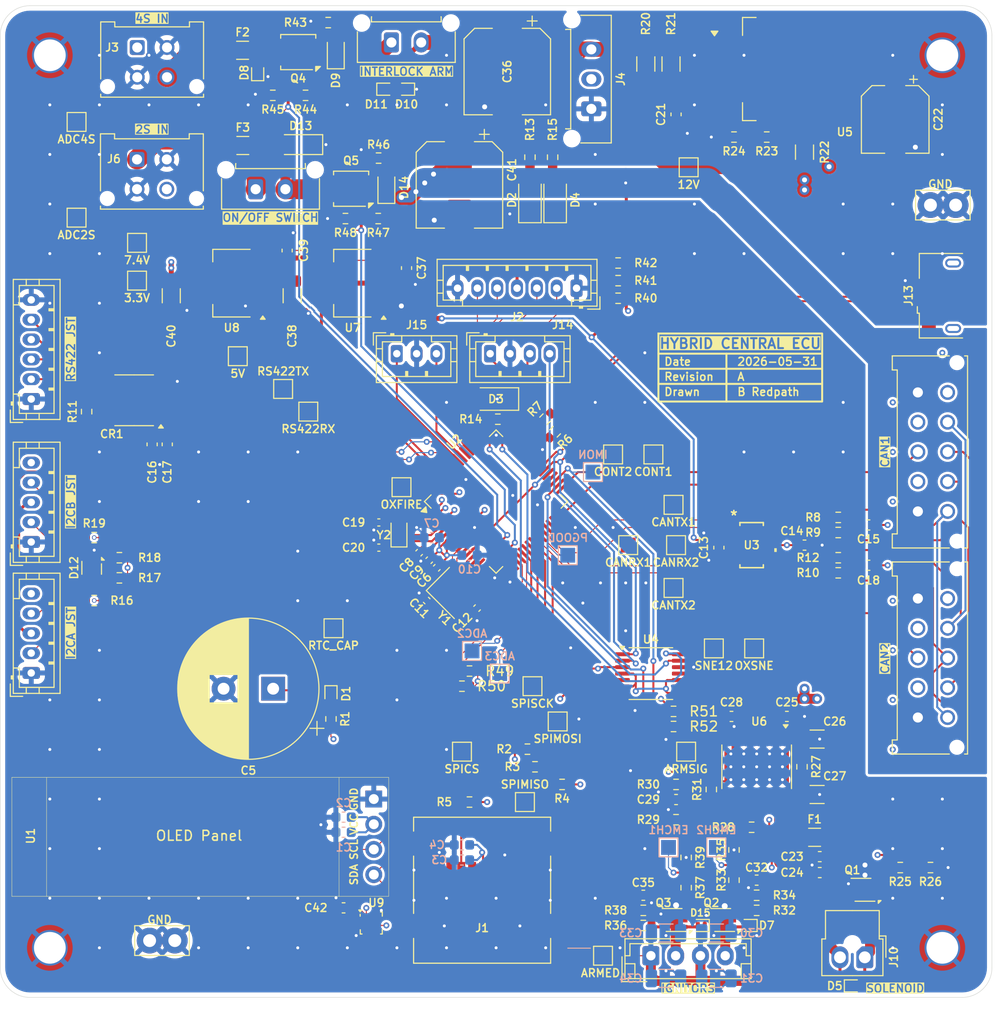
<source format=kicad_pcb>
(kicad_pcb (version 20241229) (generator "pcbnew") (generator_version "9.0")
  (title_block (title "Central ECU Board") (date "2025-04-13") (rev "A") (company "Hybrid Test Stand 2025") (comment 1 "Drawn: Brad Redpath") (comment 2 "Checked: "))
  (layers (0 "F.Cu" signal) (4 "In1.Cu" signal) (6 "In2.Cu" signal) (2 "B.Cu" signal) (13 "F.Paste" user) (15 "B.Paste" user) (5 "F.SilkS" user "F.Silkscreen") (7 "B.SilkS" user "B.Silkscreen") (1 "F.Mask" user) (3 "B.Mask" user) (25 "Edge.Cuts" user))
  (net 0 "")
  (net 1 "+3V3")
  (net 2 "GND")
  (net 3 "Net-(D1-K)")
  (net 4 "Net-(U2-PF0)")
  (net 5 "Net-(U2-PF1)")
  (net 6 "+5V")
  (net 7 "Net-(C15-Pad2)")
  (net 8 "Net-(C18-Pad2)")
  (net 9 "Net-(U2-PC14)")
  (net 10 "Net-(U2-PC15)")
  (net 11 "Net-(U5-VI)")
  (net 12 "Net-(U5-VO)")
  (net 13 "/Connectors/SOLENOID+")
  (net 14 "Net-(U4D-+)")
  (net 15 "/Connectors/EMATCH_1+")
  (net 16 "Net-(U6-dVdT)")
  (net 17 "/EMATCH_2_CONT")
  (net 18 "/Interlocked/Pyro Low Side1/Continuity")
  (net 19 "/Interlocked/Pyro Low Side/Continuity")
  (net 20 "/4S_V+")
  (net 21 "+7V4")
  (net 22 "/422D_N")
  (net 23 "/USART1_RX")
  (net 24 "/422R_N")
  (net 25 "/422R_P")
  (net 26 "/USART1_TX")
  (net 27 "/422D_P")
  (net 28 "Net-(D1-A)")
  (net 29 "Net-(D2-A)")
  (net 30 "Net-(D3-A)")
  (net 31 "Net-(D4-A)")
  (net 32 "/Connectors/SOLENOID-")
  (net 33 "/Connectors/EMATCH_2-")
  (net 34 "Net-(D8-A2)")
  (net 35 "Net-(D11-K)")
  (net 36 "Net-(D9-A)")
  (net 37 "/I2C1_SDA")
  (net 38 "/I2C1_SCL")
  (net 39 "/I2C2_SCL")
  (net 40 "/I2C2_SDA")
  (net 41 "Net-(D13-A2)")
  (net 42 "Net-(D14-A)")
  (net 43 "/Connectors/EMATCH_1-")
  (net 44 "Net-(J3-Pin_4)")
  (net 45 "Net-(J6-Pin_1)")
  (net 46 "Net-(SW2-Pin_1)")
  (net 47 "/SPI_SCK")
  (net 49 "/SPI_MISO")
  (net 50 "/SPI_SD_CS")
  (net 51 "/SPI_MOSI")
  (net 53 "/E1")
  (net 54 "/E3")
  (net 55 "/E4")
  (net 56 "/E2")
  (net 57 "Net-(J2-Pin_4)")
  (net 61 "/CANL1")
  (net 62 "/CANH1")
  (net 63 "/CAN1_AUX")
  (net 64 "/CANL2")
  (net 65 "/CANH2")
  (net 66 "/CAN2_AUX")
  (net 67 "/USB_D+")
  (net 73 "/USB_D-")
  (net 77 "/SWDIO")
  (net 78 "/NRST")
  (net 79 "/SWCLK")
  (net 80 "/UART2_TX")
  (net 81 "/UART2_RX")
  (net 82 "Net-(Q1-Pad3)")
  (net 83 "Net-(Q2-Pad3)")
  (net 84 "Net-(Q3-Pad3)")
  (net 85 "Net-(U2-PA9{slash}PA11)")
  (net 86 "Net-(U2-PA10{slash}PA12)")
  (net 87 "/LED1")
  (net 88 "Net-(U5-ADJ)")
  (net 89 "/12V_SENSE")
  (net 90 "/PGOOD_HS")
  (net 91 "/IMON_HS")
  (net 92 "Net-(U6-ILIM)")
  (net 93 "/OX_LOW_SENSE")
  (net 94 "/EMATCH_1_CONT")
  (net 95 "/ADC_0 (4S)")
  (net 96 "/ADC_1 (2S)")
  (net 97 "/CAN1_RX")
  (net 98 "/CAN1_TX")
  (net 99 "/CAN2_RX")
  (net 100 "/CAN2_TX")
  (net 101 "/ARM_HS")
  (net 102 "/EMATCH_1_FIRE")
  (net 103 "/EMATCH_2_FIRE")
  (net 104 "/OX_FIRE")
  (net 105 "/ADC_2")
  (net 106 "/ADC_3")
  (net 108 "/I2C3_SDA")
  (net 109 "/I2C3_SCL")
  (net 130 "/Interlocked/COMP_BIAS")
  (footprint "Resistor_SMD:R_0603_1608Metric" (layer "F.Cu") (at 130.786 59.04 180)
    (property "Reference" "R44")
    (property "Value" "10K2")
  )
  (footprint "Resistor_SMD:R_0603_1608Metric" (layer "F.Cu") (at 153.162 124.968)
    (property "Reference" "R2")
    (property "Value" "20K")
  )
  (footprint "Capacitor_SMD:C_0603_1608Metric" (layer "F.Cu") (at 168.148 60.96 -90)
    (property "Reference" "C21")
    (property "Value" "10u")
  )
  (footprint "Connector_JST:JST_PH_B5B-PH-K_1x05_P2.00mm_Vertical" (layer "F.Cu") (at 103.124 104.076 90)
    (property "Reference" "J5" (hide yes))
    (property "Value" "I2CB JST")
  )
  (footprint "Capacitor_SMD:C_0603_1608Metric" (layer "F.Cu") (at 187.550487 102.362 180)
    (property "Reference" "C15")
    (property "Value" "100n")
  )
  (footprint "Diode_SMD:D_SOD-882" (layer "F.Cu") (at 138.78 58.42)
    (property "Reference" "D11")
    (property "Value" "D_Schottky")
  )
  (footprint "Capacitor_SMD:CP_Elec_8x10.5" (layer "F.Cu") (at 146.304 68.072 -90)
    (property "Reference" "C41")
    (property "Value" "100u")
  )
  (footprint "Package_SO:HTSSOP-20-1EP_4.4x6.5mm_P0.65mm_EP3.4x6.5mm_Mask2.96x2.96mm_ThermalVias" (layer "F.Cu") (at 176.276 126.746 -90)
    (property "Reference" "U6")
    (property "Value" "TPS16630PWPR")
  )
  (footprint "TestPoint:TestPoint_Pad_1.5x1.5mm" (layer "F.Cu") (at 169.418 66.294)
    (property "Reference" "TP29" (hide yes))
    (property "Value" "12V")
  )
  (footprint "Connector_Molex:Molex_Micro-Fit_3.0_43045-0412_2x02_P3.00mm_Vertical" (layer "F.Cu") (at 113.816 54.214)
    (property "Reference" "J3")
    (property "Value" "MICROFIT")
  )
  (footprint "TestPoint:TestPoint_Pad_1.5x1.5mm" (layer "F.Cu") (at 128.524 88.646)
    (property "Reference" "TP14" (hide yes))
    (property "Value" "RS422TX")
  )
  (footprint "Resistor_SMD:R_0603_1608Metric" (layer "F.Cu") (at 176.276 139.7 180)
    (property "Reference" "R34")
    (property "Value" "20K")
  )
  (footprint "Connector_Molex:Molex_Nano-Fit_105309-xx02_1x02_P2.50mm_Vertical" (layer "F.Cu") (at 187.178 145.956 -90)
    (property "Reference" "J10")
    (property "Value" "Solenoid NANOFIT")
  )
  (footprint "TestPoint:TestPoint_Pad_1.5x1.5mm" (layer "F.Cu") (at 163.322 104.394)
    (property "Reference" "TP9" (hide yes))
    (property "Value" "CANRX1")
  )
  (footprint "Package_TO_SOT_SMD:SOT-665" (layer "F.Cu") (at 109.22 106.68 -90)
    (property "Reference" "D12")
    (property "Value" "PESD3V3L4UW")
  )
  (footprint "Resistor_SMD:R_0603_1608Metric" (layer "F.Cu") (at 133.35 121.92 -90)
    (property "Reference" "R1")
    (property "Value" "33R")
  )
  (footprint "Resistor_SMD:R_0603_1608Metric" (layer "F.Cu") (at 108.712 90.932 90)
    (property "Reference" "R11")
    (property "Value" "100R")
  )
  (footprint "TestPoint:TestPoint_Pad_1.5x1.5mm" (layer "F.Cu") (at 161.798 95.25)
    (property "Reference" "TP12" (hide yes))
    (property "Value" "CONT2")
  )
  (footprint "Fuse:Fuse_1206_3216Metric" (layer "F.Cu") (at 124.46 64.097)
    (property "Reference" "F3")
    (property "Value" "5A")
  )
  (footprint "Resistor_SMD:R_0603_1608Metric" (layer "F.Cu") (at 167.894 122.682 180)
    (property "Reference" "R52")
    (property "Value" "10K")
  )
  (footprint "Resistor_SMD:R_0603_1608Metric" (layer "F.Cu") (at 177.292 63.246 180)
    (property "Reference" "R23")
    (property "Value" "121R")
  )
  (footprint "Connector_Card:microSD_HC_Molex_47219-2001" (layer "F.Cu") (at 148.59 139.192)
    (property "Reference" "J1")
    (property "Value" "Micro_SD_Card")
  )
  (footprint "LED_SMD:LED_1206_3216Metric" (layer "F.Cu") (at 155.956 69.596 90)
    (property "Reference" "D4")
    (property "Value" "LED")
  )
  (footprint "Resistor_SMD:R_0603_1608Metric" (layer "F.Cu") (at 153.416 65.278 -90)
    (property "Reference" "R13")
    (property "Value" "330R")
  )
  (footprint "MountingHole:MountingHole_3.2mm_M3_DIN965_Pad_TopOnly" (layer "F.Cu") (at 105 145)
    (property "Reference" "H3" (hide yes))
    (property "Value" "~")
  )
  (footprint "Resistor_SMD:R_0603_1608Metric" (layer "F.Cu") (at 109.474 109.982)
    (property "Reference" "R16")
    (property "Value" "10K")
  )
  (footprint "Resistor_SMD:R_0603_1608Metric" (layer "F.Cu") (at 162.306 79.502 180)
    (property "Reference" "R40")
    (property "Value" "0R")
  )
  (footprint "Resistor_SMD:R_0603_1608Metric" (layer "F.Cu") (at 176.276 141.224)
    (property "Reference" "R32")
    (property "Value" "20K")
  )
  (footprint "Resistor_SMD:R_0603_1608Metric" (layer "F.Cu") (at 180.848 126.746 -90)
    (property "Reference" "R27")
    (property "Value" "2K")
  )
  (footprint "TestPoint:TestPoint_Pad_1.5x1.5mm" (layer "F.Cu") (at 169.164 125.222)
    (property "Reference" "TP21" (hide yes))
    (property "Value" "ARMSIG")
  )
  (footprint "Resistor_SMD:R_0603_1608Metric" (layer "F.Cu") (at 134.811 71.463 180)
    (property "Reference" "R48")
    (property "Value" "9K53")
  )
  (footprint "Capacitor_SMD:C_1206_3216Metric" (layer "F.Cu") (at 182.372 123.952)
    (property "Reference" "C26")
    (property "Value" "10u")
  )
  (footprint "Connector_Molex:Molex_Micro-Fit_3.0_43650-0215_1x02_P3.00mm_Vertical" (layer "F.Cu") (at 139.446 53.706)
    (property "Reference" "SW1" (hide yes))
    (property "Value" "Arm Switch")
  )
  (footprint "Diode_SMD:D_SOD-323F" (layer "F.Cu") (at 133.834 54.752 90)
    (property "Reference" "D9")
    (property "Value" "18V")
  )
  (footprint "Package_DFN_QFN:Diodes_UDFN2020-6_Type-F" (layer "F.Cu") (at 187.198 139.192 180)
    (property "Reference" "Q1")
    (property "Value" "DMT12H060LFDF")
  )
  (footprint "Connector_JST:JST_PH_B3B-PH-K_1x03_P2.00mm_Vertical" (layer "F.Cu") (at 139.986 85.09)
    (property "Reference" "J15")
    (property "Value" "UART JST")
  )
  (footprint "TestPoint:TestPoint_Pad_1.5x1.5mm" (layer "F.Cu") (at 113.792 77.724)
    (property "Reference" "TP26" (hide yes))
    (property "Value" "3.3V")
  )
  (footprint "Capacitor_SMD:C_0603_1608Metric" (layer "F.Cu") (at 134.62 140.97 180)
    (property "Reference" "C42")
    (property "Value" "100n")
  )
  (footprint "Crystal:Crystal_SMD_Abracon_ABM8G-4Pin_3.2x2.5mm" (layer "F.Cu") (at 145.542 109.22 -45)
    (property "Reference" "Y1")
    (property "Value" "8MHz")
  )
  (footprint "Resistor_SMD:R_0603_1608Metric" (layer "F.Cu") (at 162.306 77.724 180)
    (property "Reference" "R41")
    (property "Value" "0R")
  )
  (footprint "Capacitor_SMD:C_0402_1005Metric" (layer "F.Cu") (at 142.24 105.156 -135)
    (property "Reference" "C8")
    (property "Value" "100n")
  )
  (footprint "Capacitor_SMD:C_0603_1608Metric" (layer "F.Cu") (at 182.639 135.805574 180)
    (property "Reference" "C23")
    (property "Value" "22u")
  )
  (footprint "Resistor_SMD:R_0603_1608Metric" (layer "F.Cu") (at 184.502487 103.124 180)
    (property "Reference" "R9")
    (property "Value" "60R")
  )
  (footprint "Package_SON:Diodes_PowerDI3333-8" (layer "F.Cu") (at 130.048 54.681 180)
    (property "Reference" "Q4")
    (property "Value" "DMP6023LFG")
  )
  (footprint "Diode_SMD:D_SOD-882" (layer "F.Cu") (at 140.97 58.42 180)
    (property "Reference" "D10")
    (property "Value" "30V 34VC")
  )
  (footprint "TestPoint:TestPoint_Pad_1.5x1.5mm" (layer "F.Cu") (at 160.782 145.796)
    (property "Reference" "TP30" (hide yes))
    (property "Value" "ARMED")
  )
  (footprint "Capacitor_THT:CP_Radial_D14.0mm_P5.00mm" (layer "F.Cu") (at 127.519729 118.872 180)
    (property "Reference" "C5")
    (property "Value" "100m")
  )
  (footprint "Fuse:Fuse_1206_3216Metric" (layer "F.Cu") (at 182.118 133.858)
    (property "Reference" "F1")
    (property "Value" "2A")
  )
  (footprint "Resistor_SMD:R_0603_1608Metric" (layer "F.Cu") (at 147.32 117.094)
    (property "Reference" "R49")
    (property "Value" "10K")
  )
  (footprint "TestPoint:TestPoint_Pad_1.5x1.5mm" (layer "F.Cu") (at 131.064 90.932)
    (property "Reference" "TP16" (hide yes))
    (property "Value" "RS422RX")
  )
  (footprint "Diode_SMD:D_SOD-123F" (layer "F.Cu") (at 130.302 64.008 180)
    (property "Reference" "D13")
    (property "Value" "9V 15.4VC")
  )
  (footprint "Resistor_SMD:R_0603_1608Metric" (layer "F.Cu") (at 127.484 59.04 180)
    (property "Reference" "R45")
    (property "Value" "2K49")
  )
  (footprint "Capacitor_SMD:C_0603_1608Metric" (layer "F.Cu") (at 164.846 139.7)
    (property "Reference" "C35")
    (property "Value" "100n")
  )
  (footprint "Resistor_SMD:R_0603_1608Metric" (layer "F.Cu") (at 164.846 142.748 180)
    (property "Reference" "R36")
    (property "Value" "20K")
  )
  (footprint "Resistor_SMD:R_0603_1608Metric" (layer "F.Cu") (at 184.502487 107.188)
    (property "Reference" "R10")
    (property "Value" "60R")
  )
  (footprint "Capacitor_SMD:C_0603_1608Metric" (layer "F.Cu") (at 179.324 121.666)
    (property "Reference" "C25")
    (property "Value" "100n")
  )
  (footprint "Resistor_SMD:R_0603_1608Metric" (layer "F.Cu") (at 168.148 128.524 180)
    (property "Reference" "R30")
    (property "Value" "10k")
  )
  (footprint "Capacitor_SMD:C_0603_1608Metric" (layer "F.Cu") (at 173.736 121.666)
    (property "Reference" "C28")
    (property "Value" "?")
  )
  (footprint "Resistor_SMD:R_0603_1608Metric" (layer "F.Cu") (at 169.164 138.938 -90)
    (property "Reference" "R37")
    (property "Value" "549")
  )
  (footprint "Capacitor_SMD:C_0603_1608Metric" (layer "F.Cu") (at 172.466 104.648 -90)
    (property "Reference" "C13")
    (property "Value" "100n")
  )
  (footprint "Connector_JST:JST_EH_B4B-EH-A_1x04_P2.50mm_Vertical" (layer "F.Cu") (at 165.608 145.796)
    (property "Reference" "J8" (hide yes))
    (property "Value" "Ignitor JST EH")
  )
  (footprint "TestPoint:TestPoint_Pad_1.5x1.5mm" (layer "F.Cu") (at 167.894 100.33)
    (property "Reference" "TP8" (hide yes))
    (property "Value" "CANTX1")
  )
  (footprint "Capacitor_SMD:C_0603_1608Metric" (layer "F.Cu") (at 187.550487 106.426 180)
    (property "Reference" "C18")
    (property "Value" "100n")
  )
  (footprint "Capacitor_SMD:CP_Elec_8x10.5" (layer "F.Cu") (at 151.13 56.642 -90)
    (property "Reference" "C36")
    (property "Value" "100u")
  )
  (footprint "Diode_SMD:D_SOD-882" (layer "F.Cu") (at 170.688 142.748 180)
    (property "Reference" "D15")
    (property "Value" "TVS 30V")
  )
  (footprint "Package_DFN_QFN:Diodes_UDFN2020-6_Type-F" (layer "F.Cu") (at 168.148 142.24 180)
    (property "Reference" "Q3")
    (property "Value" "DMT12H060LFDF")
  )
  (footprint "Resistor_SMD:R_0603_1608Metric" (layer "F.Cu") (at 175.768 132.842)
    (property "Reference" "R28")
    (property "Value" "10K")
  )
  (footprint "Resistor_SMD:R_0603_1608Metric" (layer "F.Cu") (at 147.32 130.302 180)
    (property "Reference" "R5")
    (property "Value" "20K")
  )
  (footprint "TestPoint:TestPoint_Pad_1.5x1.5mm" (layer "F.Cu") (at 107.696 71.374)
    (property "Reference" "TP3" (hide yes))
    (property "Value" "ADC2S")
  )
  (footprint "LED_SMD:LED_1206_3216Metric" (layer "F.Cu") (at 149.99 89.662 180)
    (property "Reference" "D3")
    (property "Value" "LED")
  )
  (footprint "Capacitor_SMD:C_0603_1608Metric" (layer "F.Cu") (at 182.639 137.414 180)
    (property "Reference" "C24")
    (property "Value" "22u")
  )
  (footprint "Diode_SMD:D_SOD-882" (layer "F.Cu") (at 175.514 142.748 180)
    (property "Reference" "D7")
    (property "Value" "TVS 30V")
  )
  (footprint "TestPoint:TestPoint_Bridge_Pitch2.54mm_Drill1.3mm" (layer "F.Cu") (at 115.062 144.272)
    (property "Reference" "TP27" (hide yes))
    (property "Value" "GND")
  )
  (footprint "TestPoint:TestPoint_Pad_1.5x1.5mm" (layer "F.Cu") (at 152.908 130.302)
    (property "Reference" "TP5" (hide yes))
    (property "Value" "SPIMISO")
  )
  (footprint "Capacitor_SMD:C_0603_1608Metric" (layer "F.Cu") (at 168.148 130.048 180)
    (property "Reference" "C29")
    (property "Value" "100n")
  )
  (footprint "Package_DFN_QFN:Diodes_UDFN2020-6_Type-F" (layer "F.Cu") (at 173.0525 142.24 180)
    (property "Reference" "Q2")
    (property "Value" "DMT12H060LFDF")
  )
  (footprint "Capacitor_SMD:C_1206_3216Metric" (layer "F.Cu") (at 182.372 129.54)
    (property "Reference" "C27")
    (property "Value" "22u")
  )
  (footprint "Connector_JST:JST_PH_B5B-PH-K_1x05_P2.00mm_Vertical" (layer "F.Cu") (at 103.124 117.284 90)
    (property "Reference" "J7" (hide yes))
    (property "Value" "I2CA JST")
  )
  (footprint "Connector_USB:USB_Micro-B_Amphenol_10118193-0001LF_Horizontal" (layer "F.Cu") (at 196.088 79.248 90)
    (property "Reference" "J13")
    (property "Value" "USB_B_Micro")
  )
  (footprint "Diode_SMD:D_SOD-882" (layer "F.Cu") (at 133.35 119.38 -90)
    (property "Reference" "D1")
    (property "Value" "D_Schottky")
  )
  (footprint "LED_SMD:LED_1206_3216Metric" (layer "F.Cu") (at 153.416 69.596 90)
    (property "Reference" "D2")
    (property "Value" "LED")
  )
  (footprint "Resistor_SMD:R_0603_1608Metric" (layer "F.Cu") (at 112.014 107.696)
    (property "Reference" "R17")
    (property "Value" "10K")
  )
  (footprint "Diode_SMD:D_SOD-882" (layer "F.Cu") (at 185.928 148.844)
    (property "Reference" "D5")
    (property "Value" "D_Schottky")
  )
  (footprint "Package_SO:TSSOP-14_4.4x5mm_P0.65mm" (layer "F.Cu") (at 165.608 117.348)
    (property "Reference" "U4")
    (property "Value" "LM339B")
  )
  (footprint "Connector_JST:JST_PH_B7B-PH-K_1x07_P2.00mm_Vertical" (layer "F.Cu") (at 158.114 78.486 180)
    (property "Reference" "J2")
    (property "Value" "Extras JST")
  )
  (footprint "Resistor_SMD:R_1206_3216Metric" (layer "F.Cu") (at 167.64 55.88 -90)
    (property "Reference" "R21")
    (property "Value" "0R")
  )
  (footprint "TestPoint:TestPoint_Pad_1.5x1.5mm" (layer "F.Cu") (at 153.67 118.618)
    (property "Reference" "TP4" (hide yes))
    (property "Value" "SPISCK")
  )
  (footprint "Crystal:Crystal_SMD_2012-2Pin_2.0x1.2mm" (layer "F.Cu") (at 140.208 103.378 90)
    (property "Reference" "Y2")
    (property "Value" "32.768k")
  )
  (footprint "Resistor_SMD:R_0603_1608Metric" (layer "F.Cu") (at 109.474 103.632)
    (property "Reference" "R19")
    (property "Value" "10K")
  )
  (footprint "Diode_SMD:D_SOD-882" (layer "F.Cu") (at 125.96 56.754 90)
    (property "Reference" "D8")
    (property "Value" "30V 34VC")
  )
  (footprint "Resistor_SMD:R_0603_1608Metric" (layer "F.Cu") (at 138.152 65.367 180)
    (property "Reference" "R46")
    (property "Value" "100K")
  )
  (footprint "Resistor_SMD:R_0603_1608Metric" (layer "F.Cu") (at 173.99 135.128 -90)
    (property "Reference" "R35")
    (property "Value" "3.3K")
  )
  (footprint "Connector_Molex:Molex_Micro-Fit_3.0_43045-1012_2x05_P3.00mm_Vertical" (layer "F.Cu") (at 192.532 121.776 90)
    (property "Reference" "J11" (hide yes))
    (property "Value" "DB9 Microfit")
  )
  (footprint "TestPoint:TestPoint_Pad_1.5x1.5mm" (layer "F.Cu") (at 107.696 61.722)
    (property "Reference" "TP2" (hide yes))
    (property "Value" "ADC4S")
  )
  (footprint "TestPoint:TestPoint_Pad_1.5x1.5mm" (layer "F.Cu") (at 168.148 104.394)
    (property "Reference" "TP11" (hide yes))
    (property "Value" "CANRX2")
  )
  (footprint "Resistor_SMD:R_0603_1608Metric" (layer "F.Cu") (at 169.164 135.89 -90)
    (property "Reference" "R39")
    (property "Value" "3.3K")
  )
  (footprint "Resistor_SMD:R_0603_1608Metric" (layer "F.Cu") (at 171.704 129.032 90)
    (property "Reference" "R31")
    (property "Value" "6K2")
  )
  (footprint "Resistor_SMD:R_1206_3216Metric" (layer "F.Cu") (at 165.1 55.88 90)
    (property "Reference" "R20")
    (property "Value" "0R")
  )
  (footprint "Package_TO_SOT_SMD:SOT-223-3_TabPin2" (layer "F.Cu") (at 135.534 77.978 180)
    (property "Reference" "U7")
    (property "Value" "AZ1117C-5.0")
  )
  (footprint "Capacitor_SMD:CP_Elec_6.3x9.9" (layer "F.Cu") (at 190.246 61.468 -90)
    (property "Reference" "C22")
    (property "Value" "50u")
  )
  (footprint "TestPoint:TestPoint_Pad_1.5x1.5mm" (layer "F.Cu") (at 176.022 114.808)
    (property "Reference" "TP15" (hide yes))
    (property "Value" "OXSNE")
  )
  (footprint "Capacitor_SMD:C_0603_1608Metric" (layer "F.Cu") (at 176.276 138.176 180)
    (property "Reference" "C32")
    (property "Value" "100n")
  )
  (footprint "Package_QFP:LQFP-64_10x10mm_P0.5mm" (layer "F.Cu") (at 150 100 45)
    (property "Reference" "U2")
    (property "Value" "STM32G0B1RCTx")
  )
  (footprint "Resistor_SMD:R_0603_1608Metric" (layer "F.Cu") (at 154.94 91.694 45)
    (property "Reference" "R7")
    (property "Value" "27R")
  )
  (footprint "TestPoint:TestPoint_Pad_1.5x1.5mm" (layer "F.Cu") (at 113.792 73.914)
    (property "Reference" "TP24" (hide yes))
    (property "Value" "7.4V")
  )
  (footprint "Connector_Molex:Molex_Micro-Fit_3.0_43650-0315_1x03_P3.00mm_Vertical" (layer "F.Cu") (at 159.605 60.404 90)
    (property "Reference" "J4")
    (property "Value" "Siren MICROFIT")
  )
  (footprint "Capacitor_SMD:C_1206_3216Metric" (layer "F.Cu") (at 117.246 79.248 -90)
    (property "Reference" "C40")
    (property "Value" "22u")
  )
  (footprint "TestPoint:TestPoint_Bridge_Pitch2.54mm_Drill1.3mm" (layer "F.Cu") (at 193.802 70.104)
    (property "Reference" "TP28" (hide yes))
    (property "Value" "GND")
  )
  (footprint "Resistor_SMD:R_0603_1608Metric" (layer "F.Cu") (at 156.655 128.524 180)
    (property "Reference" "R4")
    (property "Value" "20K")
  )
  (footprint "Connector_Molex:Molex_Micro-Fit_3.0_43045-0412_2x02_P3.00mm_Vertical" (layer "F.Cu") (at 113.792 65.502)
    (property "Reference" "J6")
    (property "Value" "MICROFIT")
  )
  (footprint "Capacitor_SMD:C_0402_1005Metric" (layer "F.Cu") (at 143.256 105.918 -135)
    (property "Reference" "C9")
    (property "Value" "100n")
  )
  (footprint "Capacitor_SMD:C_0603_1608Metric" (layer "F.Cu") (at 116.84 94.234 -90)
    (property "Reference" "C17")
    (property "Value" "100n")
  )
  (footprint "Diode_SMD:D_SOD-323F" (layer "F.Cu") (at 138.938 68.326 90)
    (property "Reference" "D14")
    (property "Value" "18V")
  )
  (footprint "TestPoint:TestPoint_Pad_1.5x1.5mm" (layer "F.Cu") (at 140.462 98.552)
    (property "Reference" "TP18" (hide yes))
    (property "Value" "OXFIRE")
  )
  (footprint "Package_TO_SOT_SMD:SOT-223-3_TabPin2" (layer "F.Cu") (at 123.342 77.978 180)
    (property "Reference" "U8")
    (property "Value" "AZ1117C-3.3")
  )
  (footprint "Capacitor_SMD:C_0402_1005Metric" (layer "F.Cu") (at 138.176 104.648 180)
    (property "Reference" "C20")
    (property "Value" "12p")
  )
  (footprint "Resistor_SMD:R_0603_1608Metric" (layer "F.Cu") (at 173.99 63.246 180)
    (property "Reference" "R24")
    (property "Value" "1K40")
  )
  (footprint "Custom:SOT23_DYY_TEX" (layer "F.Cu") (at 175.768 104.394)
    (property "Reference" "U3")
    (property "Value" "TCAN1046")
  )
  (footprint "Resistor_SMD:R_0603_1608Metric" (layer "F.Cu") (at 162.306 75.946 180)
    (property "Reference" "R42")
    (property "Value" "0R")
  )
  (footprint "Resistor_SMD:R_0603_1608Metric" (layer "F.Cu") (at 155.956 92.964 45)
    (property "Reference" "R6")
    (property "Value" "27R")
  )
  (footprint "Resistor_SMD:R_0603_1608Metric" (layer "F.Cu") (at 112.014 105.664)
    (property "Reference" "R18")
    (property "Value" "10K")
  )
  (footprint "TestPoint:TestPoint_Pad_1.5x1.5mm" (layer "F.Cu") (at 165.862 95.25)
    (property "Reference" "TP13" (hide yes))
    (property "Value" "CONT1")
  )
  (footprint "Resistor_SMD:R_0603_1608Metric" (layer "F.Cu") (at 146.558 118.618)
    (property "Reference" "R50")
    (property "Value" "10K")
  )
  (footprint "Resistor_SMD:R_0603_1608Metric" (layer "F.Cu") (at 168.148 132.08 180)
    (property "Reference" "R29")
    (property "Value" "35K7")
  )
  (footprint "Resistor_SMD:R_0603_1608Metric" (layer "F.Cu") (at 184.502487 101.6)
    (property "Reference" "R8")
    (property "Value" "60R")
  )
  (footprint "TestPoint:TestPoint_Pad_1.5x1.5mm" (layer "F.Cu") (at 171.958 114.808)
    (property "Reference" "TP17" (hide yes))
    (property "Value" "SNE12")
  )
  (footprint "Custom:SSD1306-0.91-OLED-4pin-128x32" (layer "F.Cu") (at 101.168 127.81)
    (property "Reference" "U1")
    (property "Value" "SSD1306")
  )
  (footprint "TestPoint:TestPoint_Pad_1.5x1.5mm" (layer "F.Cu") (at 156.21 122.174)
    (property "Reference" "TP6" (hide yes))
    (property "Value" "SPIMOSI")
  )
  (footprint "Resistor_SMD:R_0603_1608Metric" (layer "F.Cu") (at 184.502487 105.664 180)
    (property "Reference" "R12")
    (property "Value" "60R")
  )
  (footprint "Connector_Molex:Molex_Micro-Fit_3.0_43650-0215_1x02_P3.00mm_Vertical" (layer "F.Cu") (at 125.754 68.508)
    (property "Reference" "SW2" (hide yes))
    (property "Value" "On Switch")
  )
  (footprint "Resistor_SMD:R_0603_1608Metric" (layer "F.Cu") (at 138.113 71.463 180)
    (property "Reference" "R47")
    (property "Value" "14K3")
  )
  (footprint "TestPoint:TestPoint_Pad_1.5x1.5mm" (layer "F.Cu") (at 123.952 85.344)
    (property "Reference" "TP25" (hide yes))
    (property "Value" "5V")
  )
  (footprint "Package_SON:Diodes_PowerDI3333-8" (layer "F.Cu") (at 135.382 68.456 180)
    (property "Reference" "Q5")
    (property "Value" "DMP6023LFG")
  )
  (footprint "Resistor_SMD:R_0603_1608Metric" (layer "F.Cu") (at 190.754 136.906 180)
    (property "Reference" "R25")
    (property "Value" "549")
  )
  (footprint "Capacitor_SMD:C_0402_1005Metric" (layer "F.Cu") (at 144.018 106.68 -135)
    (property "Reference" "C6")
    (property "Value" "100n")
  )
  (footprint "Resistor_SMD:R_0603_1608Metric" (layer "F.Cu") (at 193.802 136.906 180)
    (property "Reference" "R26")
    (property "Value" "3.3K")
  )
  (footprint "Resistor_SMD:R_0603_1608Metric" (layer "F.Cu") (at 155.702 65.278 -90)
    (property "Reference" "R15")
    (property "Value" "1K")
  )
  (footprint "Package_SO:SO-8_3.9x4.9mm_P1.27mm" (layer "F.Cu") (at 113.503 89.789 180)
    (property "Reference" "CR1")
    (property "Value" "ST490ABDR")
  )
  (footprint "TestPoint:TestPoint_Pad_1.5x1.5mm" (layer "F.Cu") (at 167.894 108.712)
    (property "Reference" "TP10" (hide yes))
    (property "Value" "CANTX2")
  )
  (footprint "Resistor_SMD:R_0603_1608Metric" (layer "F.Cu") (at 153.924 126.746)
    (property "Reference" "R3")
    (property "Value" "20K")
  )
  (footprint "Capacitor_SMD:C_0603_1608Metric" (layer "F.Cu") (at 140.97 76.454 -90)
    (property "Reference" "C37")
    (property "Value" "10u")
  )
  (footprint "MountingHole:MountingHole_3.2mm_M3_DIN965_Pad_TopOnly" (layer "F.Cu") (at 195 145)
    (property "Reference" "H4" (hide yes))
    (property "Value" "~")
  )
  (footprint "MountingHole:MountingHole_3.2mm_M3_DIN965_Pad_TopOnly" (layer "F.Cu") (at 195 55)
    (property "Reference" "H2" (hide yes))
    (property "Value" "~")
  )
  (footprint "Package_TO_SOT_SMD:TO-263-3_TabPin2" (layer "F.Cu") (at 179.675 56.388)
    (property "Reference" "U5")
    (property "Value" "LM1084-ADJ")
  )
  (footprint "Capacitor_SMD:C_0603_1608Metric" (layer "F.Cu") (at 115.316 94.234 -90)
    (property "Reference" "C16")
    (property "Value" "4u7")
  )
  (footprint "MountingHole:MountingHole_3.2mm_M3_DIN965_Pad_TopOnly" (layer "F.Cu") (at 105 55)
    (property "Reference" "H1" (hide yes))
    (property "Value" "~")
  )
  (footprint "Connector_JST:JST_PH_B6B-PH-K_1x06_P2.00mm_Vertical" (layer "F.Cu") (at 103.124 89.662 90)
    (property "Reference" "J12" (hide yes))
    (property "Value" "RS422 JST")
  )
  (footprint "Connector_Molex:Molex_Micro-Fit_3.0_43045-1012_2x05_P3.00mm_Vertical" (layer "F.Cu") (at 192.532 100.996 90)
    (property "Reference" "J9" (hide yes))
    (property "Value" "DB9 MICROFIT")
  )
  (footprint "Resistor_SMD:R_0603_1608Metric" (layer "F.Cu") (at 167.894 121.158)
    (property "Reference" "R51")
    (property "Value" "10K")
  )
  (footprint "TestPoint:TestPoint_Pad_1.5x1.5mm" (layer "F.Cu") (at 133.604 112.776)
    (property "Reference" "TP1" (hide yes))
    (property "Value" "RTC_CAP")
  )
  (footprint "Capacitor_SMD:C_0603_1608Metric" (layer "F.Cu") (at 181.102 104.394)
    (property "Reference" "C14")
    (property "Value" "100n")
  )
  (footprint "TestPoint:TestPoint_Pad_1.5x1.5mm" (layer "F.Cu") (at 146.558 125.222)
    (property "Reference" "TP7" (hide yes))
    (property "Value" "SPICS")
  )
  (footprint "Capacitor_SMD:C_0402_1005Metric" (layer "F.Cu") (at 143.002 109.982 135)
    (property "Reference" "C11")
    (property "Value" "?")
  )
  (footprint "Capacitor_SMD:C_1206_3216Metric" (layer "F.Cu") (at 129.438 79.248 -90)
    (property "Reference" "C38")
    (property "Value" "22u")
  )
  (footprint "Connector_JST:JST_PH_B4B-PH-K_1x04_P2.00mm_Vertical" (layer "F.Cu") (at 149.4 85.09)
    (property "Reference" "J14")
    (property "Value" "SWD JST PH")
  )
  (footprint "Resistor_SMD:R_0603_1608Metric" (layer "F.Cu") (at 164.846 141.224)
    (property "Reference" "R38")
    (property "Value" "20K")
  )
  (footprint "Capacitor_SMD:C_0402_1005Metric" (layer "F.Cu") (at 148.082 110.744 -135)
    (property "Reference" "C12")
    (property "Value" "?")
  )
  (footprint "Resistor_SMD:R_0603_1608Metric" (layer "F.Cu") (at 150.177 91.694)
    (property "Reference" "R14")
    (property "Value" "220R")
  )
  (footprint "Fuse:Fuse_1206_3216Metric" (layer "F.Cu") (at 124.436 54.498)
    (property "Reference" "F2")
    (property "Value" "4A")
  )
  (footprint "Capacitor_SMD:C_0402_1005Metric" (layer "F.Cu") (at 138.176 102.108 180)
    (property "Reference" "C19")
    (property "Value" "12p")
  )
  (footprint "Resistor_SMD:R_1206_3216Metric" (layer "F.Cu") (at 181.102 64.77 -90)
    (property "Reference" "R22")
    (property "Value" "0R")
  )
  (footprint "Package_LGA:ST_HLGA-10_2x2mm_P0.5mm_LayoutBorder3x2y" (layer "F.Cu") (at 137.414 142.494)
    (property "Reference" "U9")
    (property "Value" "LPS22HH")
  )
  (footprint "Resistor_SMD:R_0603_1608Metric" (layer "F.Cu") (at 133.072 51.704 180)
    (property "Reference" "R43")
    (property "Value" "100K")
  )
  (footprint "Resistor_SMD:R_0603_1608Metric" (layer "F.Cu") (at 173.99 138.176 -90)
    (property "Reference" "R33")
    (property "Value" "549")
  )
  (footprint "Capacitor_SMD:C_0603_1608Metric" (layer "F.Cu") (at 128.93 74.689 90)
    (property "Reference" "C39")
    (property "Value" "10u")
  )
  (footprint "Capacitor_SMD:C_0603_1608Metric" (layer "B.Cu") (at 146.558 136.144 180)
    (property "Reference" "C3")
    (property "Value" "100n")
  )
  (footprint "Capacitor_SMD:C_0603_1608Metric" (layer "B.Cu") (at 134.62 131.826 180)
    (property "Reference" "C2")
    (property "Value" "100n")
  )
  (footprint "TestPoint:TestPoint_Pad_1.5x1.5mm" (layer "B.Cu") (at 157.226 105.41)
    (property "Reference" "TP23" (hide yes))
    (property "Value" "PGOOD")
  )
  (footprint "TestPoint:TestPoint_Pad_1.5x1.5mm" (layer "B.Cu") (at 147.574 115.062)
    (property "Reference" "TP31" (hide yes))
    (property "Value" "ADC2")
  )
  (footprint "Capacitor_SMD:C_1206_3216Metric" (layer "B.Cu") (at 167.132 143.51)
    (property "Reference" "C33")
    (property "Value" "22u")
  )
  (footprint "Capacitor_SMD:C_0603_1608Metric" (layer "B.Cu") (at 147.32 105.41)
    (property "Reference" "C10")
    (property "Value" "4u7")
  )
  (footprint "Capacitor_SMD:C_0603_1608Metric" (layer "B.Cu") (at 143.51 103.632 180)
    (property "Reference" "C7")
    (property "Value" "4u7")
  )
  (footprint "Capacitor_SMD:C_0603_1608Metric" (layer "B.Cu") (at 146.558 134.62 180)
    (property "Reference" "C4")
    (property "Value" "10u")
  )
  (footprint "TestPoint:TestPoint_Pad_1.5x1.5mm" (layer "B.Cu") (at 159.766 97.028)
    (property "Reference" "TP22" (hide yes))
    (property "Value" "IMON")
  )
  (footprint "Capacitor_SMD:C_1206_3216Metric" (layer "B.Cu") (at 167.132 148.082)
    (property "Reference" "C34")
    (property "Value" "22u")
  )
  (footprint "TestPoint:TestPoint_Pad_1.5x1.5mm" (layer "B.Cu") (at 172.212 134.874)
    (property "Reference" "TP19" (hide yes))
    (property "Value" "EMCH2")
  )
  (footprint "Capacitor_SMD:C_0603_1608Metric" (layer "B.Cu") (at 134.62 133.35 180)
    (property "Reference" "C1")
    (property "Value" "10u")
  )
  (footprint "Capacitor_SMD:C_1206_3216Metric" (layer "B.Cu") (at 172.212 148.082)
    (property "Reference" "C31")
    (property "Value" "22u")
  )
  (footprint "TestPoint:TestPoint_Pad_1.5x1.5mm" (layer "B.Cu") (at 167.386 134.874)
    (property "Reference" "TP20" (hide yes))
    (property "Value" "EMCH1")
  )
  (footprint "Capacitor_SMD:C_1206_3216Metric" (layer "B.Cu") (at 172.212 143.51)
    (property "Reference" "C30")
    (property "Value" "22u")
  )
  (footprint "TestPoint:TestPoint_Pad_1.5x1.5mm" (layer "B.Cu") (at 150.368 117.348)
    (property "Reference" "TP32" (hide yes))
    (property "Value" "ADC3")
  )
  (gr_line (start 173.228 85.09) (end 173.228 89.916) (stroke (width 0.2)) (layer "F.SilkS"))
  (gr_line (start 166.37 88.138) (end 182.88 88.138) (stroke (width 0.2)) (layer "F.SilkS"))
  (gr_rect (start 166.37 83.058) (end 182.88 89.916) (stroke (width 0.2)) (fill no) (layer "F.SilkS"))
  (gr_line (start 166.37 85.09) (end 182.88 85.09) (stroke (width 0.2)) (layer "F.SilkS"))
  (gr_line (start 166.497 86.614) (end 182.88 86.614) (stroke (width 0.2)) (layer "F.SilkS"))
  (gr_line (start 159.512 145.034) (end 157.226 145.034) (stroke (width 0.1)) (layer "B.SilkS"))
  (gr_arc (start 103 150) (mid 100.87868 149.12132) (end 100 147) (stroke (width 0.05)) (layer "Edge.Cuts"))
  (gr_line (start 100 147) (end 100 53) (stroke (width 0.05)) (layer "Edge.Cuts"))
  (gr_arc (start 197 50) (mid 199.12132 50.87868) (end 200 53) (stroke (width 0.05)) (layer "Edge.Cuts"))
  (gr_line (start 197 150) (end 103 150) (stroke (width 0.05)) (layer "Edge.Cuts"))
  (gr_arc (start 200 147) (mid 199.12132 149.12132) (end 197 150) (stroke (width 0.05)) (layer "Edge.Cuts"))
  (gr_line (start 103 50) (end 197 50) (stroke (width 0.05)) (layer "Edge.Cuts"))
  (gr_line (start 200 53) (end 200 147) (stroke (width 0.05)) (layer "Edge.Cuts"))
  (gr_arc (start 100 53) (mid 100.87868 50.87868) (end 103 50) (stroke (width 0.05)) (layer "Edge.Cuts"))
  (gr_text "INTERLOCK ARM" (at 140.97 56.642 0) (layer "F.SilkS" knockout) (effects (font (size 0.8 0.8))))
  (gr_text "2S IN" (at 115.316 62.484 0) (layer "F.SilkS" knockout) (effects (font (size 0.8 0.8))))
  (gr_text "4S IN" (at 115.316 51.308 0) (layer "F.SilkS" knockout) (effects (font (size 0.8 0.8))))
  (gr_text "Date" (at 166.878 86.36 0) (layer "F.SilkS") (effects (font (size 0.8 0.8) (thickness 0.15) (bold yes)) (justify left bottom)))
  (gr_text "${CURRENT_DATE}" (at 174.244 86.36 0) (layer "F.SilkS") (effects (font (size 0.8 0.8) (thickness 0.15) (bold yes)) (justify left bottom)))
  (gr_text "Drawn" (at 166.878 89.408 0) (layer "F.SilkS") (effects (font (size 0.8 0.8) (thickness 0.15) (bold yes)) (justify left bottom)))
  (gr_text "ON/OFF SWITCH" (at 127.254 71.374 0) (layer "F.SilkS" knockout) (effects (font (size 0.8 0.8))))
  (gr_text "${REVISION}" (at 174.244 87.884 0) (layer "F.SilkS") (effects (font (size 0.8 0.8) (thickness 0.15) (bold yes)) (justify left bottom)))
  (gr_text "B Redpath" (at 174.244 89.408 0) (layer "F.SilkS") (effects (font (size 0.8 0.8) (thickness 0.15) (bold yes)) (justify left bottom)))
  (gr_text "SOLENOID" (at 190.246 149.098 0) (layer "F.SilkS" knockout) (effects (font (size 0.8 0.8))))
  (gr_text "Revision" (at 166.878 87.884 0) (layer "F.SilkS") (effects (font (size 0.8 0.8) (thickness 0.15) (bold yes)) (justify left bottom)))
  (gr_text "CAN2" (at 189.23 115.824 90) (layer "F.SilkS" knockout) (effects (font (size 0.8 0.8))))
  (gr_text "HYBRID CENTRAL ECU" (at 174.625 84.074 0) (layer "F.SilkS" knockout) (effects (font (size 1 1) (thickness 0.2) (bold yes))))
  (gr_text "CAN1" (at 189.23 94.996 90) (layer "F.SilkS" knockout) (effects (font (size 0.8 0.8))))
  (gr_text "IGNITORS" (at 169.358 149.098 0) (layer "F.SilkS" knockout) (effects (font (size 0.8 0.8))))
  (segment (start 136.9055 141.7315) (end 136.144 140.97) (width 0.1) (layer "F.Cu") (net 1))
  (segment (start 144.29134 104.648) (end 144.29134 104.88266) (width 0.2) (layer "F.Cu") (net 1))
  (segment (start 145.034 105.41) (end 145.034 105.664) (width 0.2) (layer "F.Cu") (net 1))
  (segment (start 144.78 105.41) (end 144.272 104.902) (width 0.2) (layer "F.Cu") (net 1))
  (segment (start 117.451 77.978) (end 117.246 77.773) (width 0.5) (layer "F.Cu") (net 1))
  (segment (start 148.145 130.302) (end 149.098 130.302) (width 0.2) (layer "F.Cu") (net 1))
  (segment (start 147.828 118.618) (end 148.145 118.301) (width 0.1) (layer "F.Cu") (net 1))
  (segment (start 145.456839 103.482501) (end 145.456839 103.463161) (width 0.2) (layer "F.Cu") (net 1))
  (segment (start 117.246 77.773) (end 113.841 77.773) (width 0.5) (layer "F.Cu") (net 1))
  (segment (start 151.892 125.413) (end 152.337 124.968) (width 0.2) (layer "F.Cu") (net 1))
  (segment (start 176.022 133.858) (end 177.292 133.858) (width 0.2) (layer "F.Cu") (net 1))
  (segment (start 177.8 135.636) (end 177.8 136.906) (width 0.2) (layer "F.Cu") (net 1))
  (segment (start 145.456839 103.463161) (end 146.558 102.362) (width 0.2) (layer "F.Cu") (net 1))
  (segment (start 136.6515 141.994) (end 136.914 141.7315) (width 0.1) (layer "F.Cu") (net 1))
  (segment (start 163.322 80.772) (end 163.131 80.581) (width 0.3) (layer "F.Cu") (net 1))
  (segment (start 145.845946 103.836054) (end 147.574 102.108) (width 0.2) (layer "F.Cu") (net 1))
  (segment (start 157.48 128.524) (end 158.496 128.524) (width 0.2) (layer "F.Cu") (net 1))
  (segment (start 179.324 104.394) (end 180.327 104.394) (width 0.2) (layer "F.Cu") (net 1))
  (segment (start 110.299 103.632) (end 109.474 103.632) (width 0.1) (layer "F.Cu") (net 1))
  (segment (start 136.914 141.7315) (end 136.914 140.978) (width 0.1) (layer "F.Cu") (net 1))
  (segment (start 145.810392 103.836054) (end 145.845946 103.836054) (width 0.2) (layer "F.Cu") (net 1))
  (segment (start 159.512 116.84) (end 160.274 116.84) (width 0.2) (layer "F.Cu") (net 1))
  (segment (start 146.558 102.362) (end 147.32 102.362) (width 0.2) (layer "F.Cu") (net 1))
  (segment (start 144.272 104.902) (end 143.595411 105.578589) (width 0.2) (layer "F.Cu") (net 1))
  (segment (start 148.685 135.477) (end 148.685 137.092) (width 0.2) (layer "F.Cu") (net 1))
  (segment (start 176.022 133.858) (end 175.006 132.842) (width 0.2) (layer "F.Cu") (net 1))
  (segment (start 144.29134 104.88266) (end 144.272 104.902) (width 0.2) (layer "F.Cu") (net 1))
  (segment (start 145.810392 103.836054) (end 145.034 104.612446) (width 0.2) (layer "F.Cu") (net 1))
  (segment (start 145.034 104.612446) (end 145.034 105.41) (width 0.2) (layer "F.Cu") (net 1))
  (segment (start 177.546 132.08) (end 177.546 133.604) (width 0.2) (layer "F.Cu") (net 1))
  (segment (start 113.841 77.773) (end 113.792 77.724) (width 0.5) (layer "F.Cu") (net 1))
  (segment (start 177.292 133.858) (end 177.546 133.604) (width 0.2) (layer "F.Cu") (net 1))
  (segment (start 156.464 119.888) (end 159.512 116.84) (width 0.2) (layer "F.Cu") (net 1))
  (segment (start 138.1765 142.994) (end 137.914 143.2565) (width 0.1) (layer "F.Cu") (net 1))
  (segment (start 152.4 126.746) (end 151.892 126.238) (width 0.2) (layer "F.Cu") (net 1))
  (segment (start 160.416 116.698) (end 162.7455 116.698) (width 0.2) (layer "F.Cu") (net 1))
  (segment (start 147.383 118.618) (end 147.828 118.618) (width 0.1) (layer "F.Cu") (net 1))
  (segment (start 160.274 116.84) (end 160.416 116.698) (width 0.2) (layer "F.Cu") (net 1))
  (segment (start 148.59 135.382) (end 148.685 135.477) (width 0.2) (layer "F.Cu") (net 1))
  (segment (start 163.131 80.581) (end 163.131 79.502) (width 0.3) (layer "F.Cu") (net 1))
  (segment (start 138.1765 142.744) (end 138.1765 142.994) (width 0.1) (layer "F.Cu") (net 1))
  (segment (start 179.07 104.394) (end 179.324 104.394) (width 0.2) (layer "F.Cu") (net 1))
  (segment (start 145.034 105.664) (end 144.357411 106.340589) (width 0.2) (layer "F.Cu") (net 1))
  (segment (start 176.022 133.858) (end 177.8 135.636) (width 0.2) (layer "F.Cu") (net 1))
  (segment (start 147.32 102.362) (end 147.574 102.108) (width 0.2) (layer "F.Cu") (net 1))
  (segment (start 167.069 120.333) (end 166.624 119.888) (width 0.2) (layer "F.Cu") (net 1))
  (segment (start 148.145 118.301) (end 148.145 118.11) (width 0.1) (layer "F.Cu") (net 1))
  (segment (start 153.099 126.746) (end 152.4 126.746) (width 0.2) (layer "F.Cu") (net 1))
  (segment (start 148.145 118.11) (end 148.145 117.094) (width 0.1) (layer "F.Cu") (net 1))
  (segment (start 167.069 121.158) (end 167.069 120.333) (width 0.2) (layer "F.Cu") (net 1))
  (segment (start 110.299 109.982) (end 109.474 109.982) (width 0.1) (layer "F.Cu") (net 1))
  (segment (start 151.892 126.238) (end 151.892 125.984) (width 0.2) (layer "F.Cu") (net 1))
  (segment (start 117.246 76.454) (end 117.246 75.844) (width 0.5) (layer "F.Cu") (net 1))
  (segment (start 151.892 125.984) (end 151.892 125.413) (width 0.2) (layer "F.Cu") (net 1))
  (segment (start 133.35 123.698) (end 133.604 123.952) (width 0.1) (layer "F.Cu") (net 1))
  (segment (start 177.308251 104.394) (end 179.07 104.394) (width 0.2) (layer "F.Cu") (net 1))
  (segment (start 112.839 105.664) (end 112.839 106.68) (width 0.1) (layer "F.Cu") (net 1))
  (segment (start 120.192 77.978) (end 117.451 77.978) (width 0.5) (layer "F.Cu") (net 1))
  (segment (start 136.914 141.7315) (end 136.9055 141.7315) (width 0.1) (layer "F.Cu") (net 1))
  (segment (start 175.006 132.842) (end 174.943 132.842) (width 0.2) (layer "F.Cu") (net 1))
  (segment (start 147.574 102.108) (end 148.844 100.838) (width 0.2) (layer "F.Cu") (net 1))
  (segment (start 136.144 140.97) (end 135.395 140.97) (width 0.1) (layer "F.Cu") (net 1))
  (segment (start 145.456839 103.482501) (end 144.29134 104.648) (width 0.2) (layer "F.Cu") (net 1))
  (segment (start 117.246 77.773) (end 117.246 76.454) (width 0.5) (layer "F.Cu") (net 1))
  (segment (start 126.492 77.978) (end 120.192 77.978) (width 0.5) (layer "F.Cu") (net 1))
  (segment (start 112.839 106.68) (end 112.839 107.442) (width 0.1) (layer "F.Cu") (net 1))
  (segment (start 138.1765 142.744) (end 138.934 142.744) (width 0.1) (layer "F.Cu") (net 1))
  (segment (start 145.034 105.41) (end 144.78 105.41) (width 0.2) (layer "F.Cu") (net 1))
  (segment (start 133.35 122.745) (end 133.35 123.698) (width 0.1) (layer "F.Cu") (net 1))
  (segment (start 136.6515 142.244) (end 136.6515 141.994) (width 0.1) (layer "F.Cu") (net 1))
  (via (at 117.246 76.454) (size 0.6) (drill 0.3) (layers "F.Cu" "B.Cu") (net 1))
  (via (at 156.464 119.888) (size 0.6) (drill 0.3) (layers "F.Cu" "B.Cu") (net 1))
  (via (at 117.246 75.844) (size 0.6) (drill 0.3) (layers "F.Cu" "B.Cu") (net 1))
  (via (at 177.546 132.08) (size 0.6) (drill 0.3) (layers "F.Cu" "B.Cu") (net 1))
  (via (at 166.624 119.888) (size 0.6) (drill 0.3) (layers "F.Cu" "B.Cu") (net 1))
  (via (at 149.098 130.302) (size 0.6) (drill 0.3) (layers "F.Cu" "B.Cu") (net 1))
  (via (at 133.604 123.952) (size 0.6) (drill 0.3) (layers "F.Cu" "B.Cu") (net 1))
  (via (at 148.844 100.838) (size 0.6) (drill 0.3) (layers "F.Cu" "B.Cu") (net 1))
  (via (at 179.324 104.394) (size 0.6) (drill 0.3) (layers "F.Cu" "B.Cu") (net 1))
  (via (at 148.145 118.11) (size 0.6) (drill 0.3) (layers "F.Cu" "B.Cu") (net 1))
  (via (at 109.474 109.982) (size 0.45) (drill 0.3) (layers "F.Cu" "B.Cu") (net 1))
  (via (at 109.474 103.632) (size 0.45) (drill 0.3) (layers "F.Cu" "B.Cu") (net 1))
  (via (at 160.274 116.84) (size 0.6) (drill 0.3) (layers "F.Cu" "B.Cu") (net 1))
  (via (at 145.034 105.41) (size 0.6) (drill 0.3) (layers "F.Cu" "B.Cu") (net 1))
  (via (at 163.322 80.772) (size 0.6) (drill 0.3) (layers "F.Cu" "B.Cu") (net 1))
  (via (at 151.892 125.984) (size 0.6) (drill 0.3) (layers "F.Cu" "B.Cu") (net 1))
  (via (at 158.496 128.524) (size 0.6) (drill 0.3) (layers "F.Cu" "B.Cu") (net 1))
  (via (at 136.914 140.978) (size 0.6) (drill 0.3) (layers "F.Cu" "B.Cu") (net 1))
  (via (at 177.8 136.906) (size 0.6) (drill 0.3) (layers "F.Cu" "B.Cu") (net 1))
  (via (at 148.59 135.382) (size 0.6) (drill 0.3) (layers "F.Cu" "B.Cu") (net 1))
  (via (at 138.934 142.744) (size 0.6) (drill 0.3) (layers "F.Cu" "B.Cu") (net 1))
  (via (at 112.839 106.68) (size 0.6) (drill 0.3) (layers "F.Cu" "B.Cu") (net 1))
  (via (at 144.272 104.902) (size 0.6) (drill 0.3) (layers "F.Cu" "B.Cu") (net 1))
  (segment (start 148.59 135.636) (end 148.082 136.144) (width 0.2) (layer "B.Cu") (net 1))
  (segment (start 148.59 135.382) (end 148.59 135.636) (width 0.2) (layer "B.Cu") (net 1))
  (segment (start 148.082 134.62) (end 147.333 134.62) (width 0.2) (layer "B.Cu") (net 1))
  (segment (start 144.272 103.645) (end 144.285 103.632) (width 0.2) (layer "B.Cu") (net 1))
  (segment (start 148.082 136.144) (end 147.333 136.144) (width 0.2) (layer "B.Cu") (net 1))
  (segment (start 135.395 131.826) (end 136.954 131.826) (width 0.2) (layer "B.Cu") (net 1))
  (segment (start 136.954 131.826) (end 137.668 132.54) (width 0.2) (layer "B.Cu") (net 1))
  (segment (start 148.59 135.382) (end 148.59 135.128) (width 0.2) (layer "B.Cu") (net 1))
  (segment (start 144.272 104.902) (end 144.272 103.645) (width 0.2) (layer "B.Cu") (net 1))
  (segment (start 145.034 105.41) (end 146.545 105.41) (width 0.2) (layer "B.Cu") (net 1))
  (segment (start 135.395 133.35) (end 136.858 133.35) (width 0.2) (layer "B.Cu") (net 1))
  (segment (start 136.858 133.35) (end 137.668 132.54) (width 0.2) (layer "B.Cu") (net 1))
  (segment (start 148.59 135.128) (end 148.082 134.62) (width 0.2) (layer "B.Cu") (net 1))
  (segment (start 167.373 132.03) (end 167.323 132.08) (width 0.3) (layer "F.Cu") (net 2))
  (segment (start 173.99 134.303) (end 173.99 135.128) (width 0.2) (layer "F.Cu") (net 2))
  (segment (start 151.39 89.662) (end 150.114 89.662) (width 0.2) (layer "F.Cu") (net 2))
  (segment (start 173.515 128.207) (end 173.676 128.046) (width 0.2) (layer "F.Cu") (net 2))
  (segment (start 137.249 65.367) (end 136.398 64.516) (width 0.3) (layer "F.Cu") (net 2))
  (segment (start 191.486 77.948) (end 191.262 77.724) (width 0.3) (layer "F.Cu") (net 2))
  (segment (start 181.864 135.805574) (end 181.864 136.652) (width 0.2) (layer "F.Cu") (net 2))
  (segment (start 167.373 131.064) (end 167.373 132.03) (width 0.3) (layer "F.Cu") (net 2))
  (segment (start 136.3975 143.2565) (end 135.89 143.764) (width 0.1) (layer "F.Cu") (net 2))
  (segment (start 167.082 129.998) (end 167.323 129.998) (width 0.3) (layer "F.Cu") (net 2))
  (segment (start 155.465 137.16) (end 155.465 140.208) (width 0.2) (layer "F.Cu") (net 2))
  (segment (start 175.864 143.352) (end 176.276 143.764) (width 0.2) (layer "F.Cu") (net 2))
  (segment (start 137.696 102.108) (end 137.696 102.842) (width 0.2) (layer "F.Cu") (net 2))
  (segment (start 166.037 141.59) (end 165.671 141.224) (width 0.3) (layer "F.Cu") (net 2))
  (segment (start 149.716 71.772) (end 146.304 71.772) (width 0.2) (layer "F.Cu") (net 2))
  (segment (start 151.13 60.342) (end 148.988 60.342) (width 1) (layer "F.Cu") (net 2))
  (segment (start 167.069 122.682) (end 167.069 123.927816) (width 0.2) (layer "F.Cu") (net 2))
  (segment (start 137.696 102.842) (end 137.668 102.87) (width 0.2) (layer "F.Cu") (net 2))
  (segment (start 126.492 80.278) (end 124.728 80.278) (width 0.5) (layer "F.Cu") (net 2))
  (segment (start 171.945 105.423) (end 171.45 105.918) (width 0.2) (layer "F.Cu") (net 2))
  (segment (start 116.078 87.884) (end 117.856 87.884) (width 0.3) (layer "F.Cu") (net 2))
  (segment (start 180.099 121.666) (end 181.102 121.666) (width 0.3) (layer "F.Cu") (net 2))
  (segment (start 194.627 136.906) (end 195.58 136.906) (width 0.2) (layer "F.Cu") (net 2))
  (segment (start 133.986 71.463) (end 133.007 71.463) (width 0.3) (layer "F.Cu") (net 2))
  (segment (start 172.466 105.423) (end 171.945 105.423) (width 0.2) (layer "F.Cu") (net 2))
  (segment (start 147.156446 103.287554) (end 147.066 103.287554) (width 0.2) (layer "F.Cu") (net 2))
  (segment (start 165.671 139.75) (end 165.621 139.7) (width 0.2) (layer "F.Cu") (net 2))
  (segment (start 132.247 51.704) (end 131.46 51.704) (width 0.3) (layer "F.Cu") (net 2))
  (segment (start 173.165 63.246) (end 171.704 63.246) (width 0.2) (layer "F.Cu") (net 2))
  (segment (start 148.082 111.422822) (end 148.082 112.014) (width 0.2) (layer "F.Cu") (net 2))
  (segment (start 137.9225 141.7315) (end 137.914 141.7315) (width 0.1) (layer "F.Cu") (net 2))
  (segment (start 117.246 80.723) (end 118.823 80.723) (width 0.5) (layer "F.Cu") (net 2))
  (segment (start 174.001 125.121) (end 173.676 125.446) (width 0.2) (layer "F.Cu") (net 2))
  (segment (start 144.78 142.792) (end 141.715 142.792) (width 0.2) (layer "F.Cu") (net 2))
  (segment (start 141.715 142.792) (end 141.715 140.208) (width 0.2) (layer "F.Cu") (net 2))
  (segment (start 155.465 134.492) (end 155.465 137.16) (width 0.2) (layer "F.Cu") (net 2))
  (segment (start 171.704 63.246) (end 169.659 63.246) (width 0.2) (layer "F.Cu") (net 2))
  (segment (start 141.715 137.16) (end 141.715 134.492) (width 0.2) (layer "F.Cu") (net 2))
  (segment (start 142.662589 106.257411) (end 142.408589 106.003411) (width 0.2) (layer "F.Cu") (net 2))
  (segment (start 172.994874 104.894126) (end 174.227749 104.894126) (width 0.2) (layer "F.Cu") (net 2))
  (segment (start 115.316 95.504) (end 116.078 96.266) (width 0.2) (layer "F.Cu") (net 2))
  (segment (start 173.243748 103.393748) (end 174.227749 103.393748) (width 0.2) (layer "F.Cu") (net 2))
  (segment (start 193.413 77.948) (end 191.486 77.948) (width 0.3) (layer "F.Cu") (net 2))
  (segment (start 137.414 141.7315) (end 137.914 141.7315) (width 0.1) (layer "F.Cu") (net 2))
  (segment (start 140.97 77.229) (end 140.983 77.229) (width 0.3) (layer "F.Cu") (net 2))
  (segment (start 128.93 73.914) (end 128.93 73.508) (width 0.3) (layer "F.Cu") (net 2))
  (segment (start 168.148 141.54) (end 168.148 140.716) (width 0.6) (layer "F.Cu") (net 2))
  (segment (start 171.704 128.207) (end 173.515 128.207) (width 0.2) (layer "F.Cu") (net 2))
  (segment (start 150.885 137.092) (end 150.885 135.645) (width 0.2) (layer "F.Cu") (net 2))
  (segment (start 173.0525 141.54) (end 173.0525 140.7945) (width 0.6) (layer "F.Cu") (net 2))
  (segment (start 181.877 104.394) (end 182.88 104.394) (width 0.2) (layer "F.Cu") (net 2))
  (segment (start 169.164 135.065) (end 169.164 135.89) (width 0.2) (layer "F.Cu") (net 2))
  (segment (start 152.4 142.792) (end 144.78 142.792) (width 0.2) (layer "F.Cu") (net 2))
  (segment (start 147.742589 111.083411) (end 148.082 111.422822) (width 0.2) (layer "F.Cu") (net 2))
  (segment (start 169.926 116.698) (end 170.068 116.698) (width 0.2) (layer "F.Cu") (net 2))
  (segment (start 109.22 105.156) (end 109.474 104.902) (width 0.1) (layer "F.Cu") (net 2))
  (segment (start 165.671 140.462) (end 165.671 139.75) (width 0.2) (layer "F.Cu") (net 2))
  (segment (start 141.32 58.42) (end 141.986 58.42) (width 0.3) (layer "F.Cu") (net 2))
  (segment (start 187.198 138.492) (end 187.198 137.668) (width 0.6) (layer "F.Cu") (net 2))
  (segment (start 150.492 70.996) (end 149.716 71.772) (width 0.2) (layer "F.Cu") (net 2))
  (segment (start 131.46 51.704) (end 131.318 51.562) (width 0.3) (layer "F.Cu") (net 2))
  (segment (start 171.038 142.748) (end 171.038 141.89) (width 0.2) (layer "F.Cu") (net 2))
  (segment (start 155.465 140.208) (end 155.465 142.792) (width 0.2) (layer "F.Cu") (net 2))
  (segment (start 142.408589 106.003411) (end 141.900589 105.495411) (width 0.2) (layer "F.Cu") (net 2))
  (segment (start 174.001 122.682) (end 174.001 122.176) (width 0.2) (layer "F.Cu") (net 2))
  (segment (start 137.696 103.914) (end 137.668 103.886) (width 0.2) (layer "F.Cu") (net 2))
  (segment (start 172.817 102.967) (end 173.243748 103.393748) (width 0.2) (layer "F.Cu") (net 2))
  (segment (start 140.983 77.229) (end 141.859 78.105) (width 0.3) (layer "F.Cu") (net 2))
  (segment (start 173.0025 141.59) (end 173.0525 141.54) (width 0.3) (layer "F.Cu") (net 2))
  (segment (start 126.659 59.04) (end 125.842 59.04) (width 0.3) (layer "F.Cu") (net 2))
  (segment (start 183.847 129.54) (end 182.626 129.54) (width 0.3) (layer "F.Cu") (net 2))
  (segment (start 167.373 130.048) (end 167.373 131.064) (width 0.3) (layer "F.Cu") (net 2))
  (segment (start 169.2845 62.8715) (end 168.148 61.735) (width 0.2) (layer "F.Cu") (net 2))
  (segment (start 168.098 141.59) (end 168.148 141.54) (width 0.3) (layer "F.Cu") (net 2))
  (segment (start 155.465 142.792) (end 152.4 142.792) (width 0.2) (layer "F.Cu") (net 2))
  (segment (start 126.954 57.104) (end 127 57.15) (width 0.3) (layer "F.Cu") (net 2))
  (segment (start 171.338 141.59) (end 172.115 141.59) (width 0.3) (layer "F.Cu") (net 2))
  (segment (start 138.684 80.278) (end 140.448 80.278) (width 0.5) (layer "F.Cu") (net 2))
  (segment (start 167.323 128.524) (end 167.132 128.524) (width 0.3) (layer "F.Cu") (net 2))
  (segment (start 148.988 60.342) (end 148.844 60.198) (width 1) (layer "F.Cu") (net 2))
  (segment (start 146.304 71.772) (end 143.908 71.772) (width 1) (layer "F.Cu") (net 2))
  (segment (start 142.916589 106.257411) (end 142.662589 106.257411) (width 0.2) (layer "F.Cu") (net 2))
  (segment (start 128.93 73.508) (end 129.54 72.898) (width 0.3) (layer "F.Cu") (net 2))
  (segment (start 166.624 141.59) (end 166.037 141.59) (width 0.3) (layer "F.Cu") (net 2))
  (segment (start 171.196 141.732) (end 171.338 141.59) (width 0.2) (layer "F.Cu") (net 2))
  (segment (start 141.715 140.208) (end 141.715 137.16) (width 0.2) (layer "F.Cu") (net 2))
  (segment (start 151.384 70.996) (end 150.492 70.996) (width 0.2) (layer "F.Cu") (net 2))
  (segment (start 186.2605 138.542) (end 187.148 138.542) (width 0.6) (layer "F.Cu") (net 2))
  (segment (start 174.001 123.8835) (end 174.001 125.121) (width 0.5) (layer "F.Cu") (net 2))
  (segment (start 155.956 70.996) (end 153.416 70.996) (width 0.2) (layer "F.Cu") (net 2))
  (segment (start 116.078 96.266) (end 116.84 95.504) (width 0.2) (layer "F.Cu") (net 2))
  (segment (start 167.323 129.998) (end 167.373 130.048) (width 0.3) (layer "F.Cu") (net 2))
  (segment (start 137.696 104.648) (end 137.696 103.914) (width 0.2) (layer "F.Cu") (net 2))
  (segment (start 131.702 64.008) (end 132.842 64.008) (width 0.3) (layer "F.Cu") (net 2))
  (segment (start 125.96 57.104) (end 126.954 57.104) (width 0.3) (layer "F.Cu") (net 2))
  (segment (start 171.038 141.89) (end 171.196 141.732) (width 0.2) (layer "F.Cu") (net 2))
  (segment (start 168.4705 116.698) (end 169.926 116.698) (width 0.2) (layer "F.Cu") (net 2))
  (segment (start 125.842 59.04) (end 125.73 58.928) (width 0.3) (layer "F.Cu") (net 2))
  (segment (start 183.847 123.952) (end 182.626 123.952) (width 0.3) (layer "F.Cu") (net 2))
  (segment (start 167.069 123.927816) (end 167.129706 123.988522) (width 0.2) (layer "F.Cu") (net 2))
  (segment (start 147.828 102.616) (end 147.156446 103.287554) (width 0.2) (layer "F.Cu") (net 2))
  (segment (start 130.761 80.723) (end 131.064 81.026) (width 0.5) (layer "F.Cu") (net 2))
  (segment (start 169.659 63.246) (end 169.2845 62.8715) (width 0.2) (layer "F.Cu") (net 2))
  (segment (start 140.448 80.278) (end 140.462 80.264) (width 0.5) (layer "F.Cu") (net 2))
  (segment (start 147.066 103.287554) (end 146.163946 104.189608) (width 0.2) (layer "F.Cu") (net 2))
  (segment (start 165.671 141.224) (end 165.671 140.462) (width 0.2) (layer "F.Cu") (net 2))
  (segment (start 190.246 64.268) (end 192.278 64.268) (width 1) (layer "F.Cu") (net 2))
  (segment (start 187.148 138.542) (end 187.198 138.492) (width 0.6) (layer "F.Cu") (net 2))
  (segment (start 129.438 80.723) (end 130.761 80.723) (width 0.5) (layer "F.Cu") (net 2))
  (segment (start 109.22 105.75) (end 109.22 105.156) (width 0.1) (layer "F.Cu") (net 2))
  (segment (start 167.2105 141.59) (end 168.098 141.59) (width 0.3) (layer "F.Cu") (net 2))
  (segment (start 175.451 138.226) (end 175.501 138.176) (width 0.2) (layer "F.Cu") (net 2))
  (segment (start 171.861 102.967) (end 172.817 102.967) (width 0.2) (layer "F.Cu") (net 2))
  (segment (start 171.662 103.166) (end 171.861 102.967) (width 0.2) (layer "F.Cu") (net 2))
  (segment (start 133.845 140.97) (end 133.845 139.967) (width 0.1) (layer "F.Cu") (net 2))
  (segment (start 175.864 142.748) (end 175.864 143.352) (width 0.2) (layer "F.Cu") (net 2))
  (segment (start 175.451 138.938) (end 175.451 138.226) (width 0.2) (layer "F.Cu") (net 2))
  (segment (start 150.885 135.645) (end 150.876 135.636) (width 0.2) (layer "F.Cu") (net 2))
  (segment (start 175.451 139.7) (end 175.451 138.938) (width 0.2) (layer "F.Cu") (net 2))
  (segment (start 153.416 70.996) (end 151.384 70.996) (width 0.2) (layer "F.Cu") (net 2))
  (segment (start 116.84 95.504) (end 116.84 95.009) (width 0.2) (layer "F.Cu") (net 2))
  (segment (start 143.908 71.772) (end 143.764 71.628) (width 1) (layer "F.Cu") (net 2))
  (segment (start 188.325487 102.362) (end 189.484 102.362) (width 0.2) (layer "F.Cu") (net 2))
  (segment (start 174.001 123.8835) (end 174.001 122.682) (width 0.2) (layer "F.Cu") (net 2))
  (segment (start 170.942 103.166) (end 171.662 103.166) (width 0.2) (layer "F.Cu") (net 2))
  (segment (start 188.325487 106.426) (end 189.484 106.426) (width 0.2) (layer "F.Cu") (net 2))
  (segment (start 167.132 128.524) (end 166.37 129.286) (width 0.3) (layer "F.Cu") (net 2))
  (segment (start 133.845 139.967) (end 133.858 139.954) (width 0.1) (layer "F.Cu") (net 2))
  (segment (start 167.2105 141.59) (end 166.624 141.59) (width 0.3) (layer "F.Cu") (net 2))
  (segment (start 143.678589 107.019411) (end 142.916589 106.257411) (width 0.2) (layer "F.Cu") (net 2))
  (segment (start 174.001 122.176) (end 174.511 121.666) (width 0.2) (layer "F.Cu") (net 2))
  (segment (start 138.43 141.224) (end 137.9225 141.7315) (width 0.1) (layer "F.Cu") (net 2))
  (segment (start 136.914 143.2565) (end 136.3975 143.2565) (width 0.1) (layer "F.Cu") (net 2))
  (segment (start 185.532 138.542) (end 186.2605 138.542) (width 0.6) (layer "F.Cu") (net 2))
  (segment (start 172.115 141.59) (end 173.0025 141.59) (width 0.3) (layer "F.Cu") (net 2))
  (segment (start 187.198 137.668) (end 187.198 136.652) (width 0.6) (layer "F.Cu") (net 2))
  (segment (start 137.327 65.367) (end 137.249 65.367) (width 0.3) (layer "F.Cu") (net 2))
  (segment (start 166.37 129.286) (end 167.082 129.998) (width 0.3) (layer "F.Cu") (net 2))
  (segment (start 115.316 95.009) (end 115.316 95.504) (width 0.2) (layer "F.Cu") (net 2))
  (segment (start 172.466 105.423) (end 172.994874 104.894126) (width 0.2) (layer "F.Cu") (net 2))
  (segment (start 142.662589 109.642589) (end 142.24 109.22) (width 0.2) (layer "F.Cu") (net 2))
  (segment (start 181.864 136.652) (end 181.864 137.329574) (width 0.2) (layer "F.Cu") (net 2))
  (via (at 146.957379 97.779709) (size 0.6) (drill 0.3) (layers "F.Cu" "B.Cu") (net 2))
  (via (at 110 75) (size 0.6) (drill 0.3) (layers "F.Cu" "B.Cu") (net 2))
  (via (at 190 120) (size 0.6) (drill 0.3) (layers "F.Cu" "B.Cu") (net 2))
  (via (at 115 55) (size 0.6) (drill 0.3) (layers "F.Cu" "B.Cu") (net 2))
  (via (at 120 140) (size 0.6) (drill 0.3) (layers "F.Cu" "B.Cu") (net 2))
  (via (at 166.624 141.59) (size 0.6) (drill 0.3) (layers "F.Cu" "B.Cu") (net 2))
  (via (at 131.318 51.562) (size 0.6) (drill 0.3) (layers "F.Cu" "B.Cu") (net 2))
  (via (at 190 70) (size 0.6) (drill 0.3) (layers "F.Cu" "B.Cu") (net 2))
  (via (at 192.278 64.268) (size 1) (drill 0.5) (layers "F.Cu" "B.Cu") (net 2))
  (via (at 160 70) (size 0.6) (drill 0.3) (layers "F.Cu" "B.Cu") (net 2))
  (via (at 195 75) (size 0.6) (drill 0.3) (layers "F.Cu" "B.Cu") (net 2))
  (via (at 164.012614 121.071611) (size 0.6) (drill 0.3) (layers "F.Cu" "B.Cu") (net 2))
  (via (at 110 120) (size 0.6) (drill 0.3) (layers "F.Cu" "B.Cu") (net 2))
  (via (at 105 125) (size 0.6) (drill 0.3) (layers "F.Cu" "B.Cu") (net 2))
  (via (at 190 135) (size 0.6) (drill 0.3) (layers "F.Cu" "B.Cu") (net 2))
  (via (at 171.704 63.246) (size 0.6) (drill 0.3) (layers "F.Cu" "B.Cu") (net 2))
  (via (at 130 105) (size 0.6) (drill 0.3) (layers "F.Cu" "B.Cu") (net 2))
  (via (at 105 70) (size 0.6) (drill 0.3) (layers "F.Cu" "B.Cu") (net 2))
  (via (at 140 60) (size 0.6) (drill 0.3) (layers "F.Cu" "B.Cu") (net 2))
  (via (at 155 145) (size 0.6) (drill 0.3) (layers "F.Cu" "B.Cu") (net 2))
  (via (at 169.164 135.89) (size 0.45) (drill 0.3) (layers "F.Cu" "B.Cu") (net 2))
  (via (at 140 120) (size 0.6) (drill 0.3) (layers "F.Cu" "B.Cu") (net 2))
  (via (at 135 110) (size 0.6) (drill 0.3) (layers "F.Cu" "B.Cu") (net 2))
  (via (at 165.1 108.204) (size 0.6) (drill 0.3) (layers "F.Cu" "B.Cu") (net 2))
  (via (at 163.55506 127.134212) (size 0.6) (drill 0.3) (layers "F.Cu" "B.Cu") (net 2))
  (via (at 145 145) (size 0.6) (drill 0.3) (layers "F.Cu" "B.Cu") (net 2))
  (via (at 175 55) (size 0.6) (drill 0.3) (layers "F.Cu" "B.Cu") (net 2))
  (via (at 156.718 108.204) (size 0.6) (drill 0.3) (layers "F.Cu" "B.Cu") (net 2))
  (via (at 190 130) (size 0.6) (drill 0.3) (layers "F.Cu" "B.Cu") (net 2))
  (via (at 148.844 60.198) (size 1) (drill 0.5) (layers "F.Cu" "B.Cu") (net 2))
  (via (at 105 130) (size 0.6) (drill 0.3) (layers "F.Cu" "B.Cu") (net 2))
  (via (at 110 60) (size 0.6) (drill 0.3) (layers "F.Cu" "B.Cu") (net 2))
  (via (at 190 145) (size 0.6) (drill 0.3) (layers "F.Cu" "B.Cu") (net 2))
  (via (at 116.078 96.266) (size 0.6) (drill 0.3) (layers "F.Cu" "B.Cu") (net 2))
  (via (at 135.89 143.764) (size 0.6) (drill 0.3) (layers "F.Cu" "B.Cu") (net 2))
  (via (at 190 110) (size 0.6) (drill 0.3) (layers "F.Cu" "B.Cu") (net 2))
  (via (at 145 125) (size 0.6) (drill 0.3) (layers "F.Cu" "B.Cu") (net 2))
  (via (at 187.198 137.668) (size 1) (drill 0.5) (layers "F.Cu" "B.Cu") (net 2))
  (via (at 170 75) (size 0.6) (drill 0.3) (layers "F.Cu" "B.Cu") (net 2))
  (via (at 165 90) (size 0.6) (drill 0.3) (layers "F.Cu" "B.Cu") (net 2))
  (via (at 148.082 112.014) (size 0.6) (drill 0.3) (layers "F.Cu" "B.Cu") (net 2))
  (via (at 160 90) (size 0.6) (drill 0.3) (layers "F.Cu" "B.Cu") (net 2))
  (via (at 124.728 80.278) (size 0.6) (drill 0.3) (layers "F.Cu" "B.Cu") (net 2))
  (via (at 176.276 143.764) (size 0.6) (drill 0.3) (layers "F.Cu" "B.Cu") (net 2))
  (via (at 152.4 142.792) (size 0.6) (drill 0.3) (layers "F.Cu" "B.Cu") (net 2))
  (via (at 137.668 103.886) (size 0.6) (drill 0.3) (layers "F.Cu" "B.Cu") (net 2))
  (via (at 115 60) (size 0.6) (drill 0.3) (layers "F.Cu" "B.Cu") (net 2))
  (via (at 125.73 58.928) (size 0.6) (drill 0.3) (layers "F.Cu" "B.Cu") (net 2))
  (via (at 154.178 100.33) (size 0.6) (drill 0.3) (layers "F.Cu" "B.Cu") (net 2))
  (via (at 105 135) (size 0.6) (drill 0.3) (layers "F.Cu" "B.Cu") (net 2))
  (via (at 151.384 70.996) (size 0.6) (drill 0.3) (layers "F.Cu" "B.Cu") (net 2))
  (via (at 136.398 64.516) (size 0.6) (drill 0.3) (layers "F.Cu" "B.Cu") (net 2))
  (via (at 120 145) (size 0.6) (drill 0.3) (layers "F.Cu" "B.Cu") (net 2))
  (via (at 190 95) (size 0.6) (drill 0.3) (layers "F.Cu" "B.Cu") (net 2))
  (via (at 171.45 105.918) (size 0.6) (drill 0.3) (layers "F.Cu" "B.Cu") (net 2))
  (via (at 181.864 136.652) (size 0.45) (drill 0.3) (layers "F.Cu" "B.Cu") (net 2))
  (via (at 195 140) (size 0.6) (drill 0.3) (layers "F.Cu" "B.Cu") (net 2))
  (via (at 185 75) (size 0.6) (drill 0.3) (layers "F.Cu" "B.Cu") (net 2))
  (via (at 109.474 104.902) (size 0.6) (drill 0.3) (layers "F.Cu" "B.Cu") (net 2))
  (via (at 185 95) (size 0.6) (drill 0.3) (layers "F.Cu" "B.Cu") (net 2))
  (via (at 105 140) (size 0.6) (drill 0.3) (layers "F.Cu" "B.Cu") (net 2))
  (via (at 150.876 135.636) (size 0.6) (drill 0.3) (layers "F.Cu" "B.Cu") (net 2))
  (via (at 175 95) (size 0.6) (drill 0.3) (layers "F.Cu" "B.Cu") (net 2))
  (via (at 195 60) (size 0.6) (drill 0.3) (layers "F.Cu" "B.Cu") (net 2))
  (via (at 189.484 106.426) (size 0.6) (drill 0.3) (layers "F.Cu" "B.Cu") (net 2))
  (via (at 145 60) (size 0.6) (drill 0.3) (layers "F.Cu" "B.Cu") (net 2))
  (via (at 163.068 108.204) (size 0.6) (drill 0.3) (layers "F.Cu" "B.Cu") (net 2))
  (via (at 161.798 102.616) (size 0.6) (drill 0.3) (layers "F.Cu" "B.Cu") (net 2))
  (via (at 175 75) (size 0.6) (drill 0.3) (layers "F.Cu" "B.Cu") (net 2))
  (via (at 155.465 137.16) (size 0.6) (drill 0.3) (layers "F.Cu" "B.Cu") (net 2))
  (via (at 110 55) (size 0.6) (drill 0.3) (layers "F.Cu" "B.Cu") (net 2))
  (via (at 195 135) (size 0.6) (drill 0.3) (layers "F.Cu" "B.Cu") (net 2))
  (via (at 190 115) (size 0.6) (drill 0.3) (layers "F.Cu" "B.Cu") (net 2))
  (via (at 133.007 71.463) (size 0.6) (drill 0.3) (layers "F.Cu" "B.Cu") (net 2))
  (via (at 141.986 102.616) (size 0.6) (drill 0.3) (layers "F.Cu" "B.Cu") (net 2))
  (via (at 105 65) (size 0.6) (drill 0.3) (layers "F.Cu" "B.Cu") (net 2))
  (via (at 169.2845 62.8715) (size 0.6) (drill 0.3) (layers "F.Cu" "B.Cu") (net 2))
  (via (at 149.86 107.696) (size 0.6) (drill 0.3) (layers "F.Cu" "B.Cu") (net 2))
  (via (at 110 95) (size 0.6) (drill 0.3) (layers "F.Cu" "B.Cu") (net 2))
  (via (at 140 145) (size 0.6) (drill 0.3) (layers "F.Cu" "B.Cu") (net 2))
  (via (at 105 120) (size 0.6) (drill 0.3) (layers "F.Cu" "B.Cu") (net 2))
  (via (at 165 85) (size 0.6) (drill 0.3) (layers "F.Cu" "B.Cu") (net 2))
  (via (at 125 145) (size 0.6) (drill 0.3) (layers "F.Cu" "B.Cu") (net 2))
  (via (at 150 145) (size 0.6) (drill 0.3) (layers "F.Cu" "B.Cu") (net 2))
  (via (at 141.715 137.16) (size 0.6) (drill 0.3) (layers "F.Cu" "B.Cu") (net 2))
  (via (at 143.764 71.628) (size 1) (drill 0.5) (layers "F.Cu" "B.Cu") (net 2))
  (via (at 130 110) (size 0.6) (drill 0.3) (layers "F.Cu" "B.Cu") (net 2))
  (via (at 110 65) (size 0.6) (drill 0.3) (layers "F.Cu" "B.Cu") (net 2))
  (via (at 147.828 102.616) (size 0.6) (drill 0.3) (layers "F.Cu" "B.Cu") (net 2))
  (via (at 187.198 136.652) (size 1) (drill 0.5) (layers "F.Cu" "B.Cu") (net 2))
  (via (at 135 60) (size 0.6) (drill 0.3) (layers "F.Cu" "B.Cu") (net 2))
  (via (at 185.532 138.542) (size 0.6) (drill 0.3) (layers "F.Cu" "B.Cu") (net 2))
  (via (at 137.668 102.87) (size 0.6) (drill 0.3) (layers "F.Cu" "B.Cu") (net 2))
  (via (at 125 140) (size 0.6) (drill 0.3) (layers "F.Cu" "B.Cu") (net 2))
  (via (at 190 90) (size 0.6) (drill 0.3) (layers "F.Cu" "B.Cu") (net 2))
  (via (at 130 145) (size 0.6) (drill 0.3) (layers "F.Cu" "B.Cu") (net 2))
  (via (at 182.626 129.54) (size 0.6) (drill 0.3) (layers "F.Cu" "B.Cu") (net 2))
  (via (at 162.5 145) (size 0.6) (drill 0.3) (layers "F.Cu" "B.Cu") (net 2))
  (via (at 163.068 113.03) (size 0.6) (drill 0.3) (layers "F.Cu" "B.Cu") (net 2))
  (via (at 140 115) (size 0.6) (drill 0.3) (layers "F.Cu" "B.Cu") (net 2))
  (via (at 151.401261 108.117091) (size 0.6) (drill 0.3) (layers "F.Cu" "B.Cu") (net 2))
  (via (at 127 57.15) (size 0.6) (drill 0.3) (layers "F.Cu" "B.Cu") (net 2))
  (via (at 195 85) (size 0.6) (drill 0.3) (layers "F.Cu" "B.Cu") (net 2))
  (via (at 150.114 89.662) (size 0.6) (drill 0.3) (layers "F.Cu" "B.Cu") (net 2))
  (via (at 110 125) (size 0.6) (drill 0.3) (layers "F.Cu" "B.Cu") (net 2))
  (via (at 173.0525 140.7945) (size 1) (drill 0.6) (layers "F.Cu" "B.Cu") (net 2))
  (via (at 135 145) (size 0.6) (drill 0.3) (layers "F.Cu" "B.Cu") (net 2))
  (via (at 195 65) (size 0.6) (drill 0.3) (layers "F.Cu" "B.Cu") (net 2))
  (via (at 145 115) (size 0.6) (drill 0.3) (layers "F.Cu" "B.Cu") (net 2))
  (via (at 150 140) (size 0.6) (drill 0.3) (layers "F.Cu" "B.Cu") (net 2))
  (via (at 191.262 77.724) (size 0.6) (drill 0.3) (layers "F.Cu" "B.Cu") (net 2))
  (via (at 105 75) (size 0.6) (drill 0.3) (layers "F.Cu" "B.Cu") (net 2))
  (via (at 173.99 135.128) (size 0.45) (drill 0.3) (layers "F.Cu" "B.Cu") (net 2))
  (via (at 158.75 110.236) (size 0.6) (drill 0.3) (layers "F.Cu" "B.Cu") (net 2))
  (via (at 165.671 140.462) (size 0.45) (drill 0.3) (layers "F.Cu" "B.Cu") (net 2))
  (via (at 142.408589 106.003411) (size 0.45) (drill 0.3) (layers "F.Cu" "B.Cu") (net 2))
  (via (at 195 130) (size 0.6) (drill 0.3) (layers "F.Cu" "B.Cu") (net 2))
  (via (at 171.958 143.764) (size 0.6) (drill 0.3) (layers "F.Cu" "B.Cu") (net 2))
  (via (at 145 55) (size 0.6) (drill 0.3) (layers "F.Cu" "B.Cu") (net 2))
  (via (at 190 75) (size 0.6) (drill 0.3) (layers "F.Cu" "B.Cu") (net 2))
  (via (at 167.132 143.764) (size 0.6) (drill 0.3) (layers "F.Cu" "B.Cu") (net 2))
  (via (at 157.521056 114.751636) (size 0.6) (drill 0.3) (layers "F.Cu" "B.Cu") (net 2))
  (via (at 155.465 140.208) (size 0.6) (drill 0.3) (layers "F.Cu" "B.Cu") (net 2))
  (via (at 170.942 103.166) (size 0.6) (drill 0.3) (layers "F.Cu" "B.Cu") (net 2))
  (via (at 131.064 81.026) (size 0.6) (drill 0.3) (layers "F.Cu" "B.Cu") (net 2))
  (via (at 120 95) (size 0.6) (drill 0.3) (layers "F.Cu" "B.Cu") (net 2))
  (via (at 144.272 135.382) (size 0.6) (drill 0.3) (layers "F.Cu" "B.Cu") (net 2))
  (via (at 180 95) (size 0.6) (drill 0.3) (layers "F.Cu" "B.Cu") (net 2))
  (via (at 195.58 136.906) (size 0.6) (drill 0.3) (layers "F.Cu" "B.Cu") (net 2))
  (via (at 110 115) (size 0.6) (drill 0.3) (layers "F.Cu" "B.Cu") (net 2))
  (via (at 105 80) (size 0.6) (drill 0.3) (layers "F.Cu" "B.Cu") (net 2))
  (via (at 166.37 129.286) (size 0.45) (drill 0.3) (layers "F.Cu" "B.Cu") (net 2))
  (via (at 105 60) (size 0.6) (drill 0.3) (layers "F.Cu" "B.Cu") (net 2))
  (via (at 160.528 108.204) (size 0.6) (drill 0.3) (layers "F.Cu" "B.Cu") (net 2))
  (via (at 120 60) (size 0.6) (drill 0.3) (layers "F.Cu" "B.Cu") (net 2))
  (via (at 190 100) (size 0.6) (drill 0.3) (layers "F.Cu" "B.Cu") (net 2))
  (via (at 154.679173 94.759839) (size 0.6) (drill 0.3) (layers "F.Cu" "B.Cu") (net 2))
  (via (at 140.448 80.278) (size 1) (drill 0.5) (layers "F.Cu" "B.Cu") (net 2))
  (via (at 142.24 109.22) (size 0.6) (drill 0.3) (layers "F.Cu" "B.Cu") (net 2))
  (via (at 181.102 121.666) (size 0.6) (drill 0.3) (layers "F.Cu" "B.Cu") (net 2))
  (via (at 171.196 141.732) (size 0.6) (drill 0.3) (layers "F.Cu" "B.Cu") (net 2))
  (via (at 125 100) (size 0.6) (drill 0.3) (layers "F.Cu" "B.Cu") (net 2))
  (via (at 129.54 72.898) (size 0.6) (drill 0.3) (layers "F.Cu" "B.Cu") (net 2))
  (via (at 168.148 140.716) (size 1) (drill 0.6) (layers "F.Cu" "B.Cu") (net 2))
  (via (at 175.451 138.938) (size 0.45) (drill 0.3) (layers "F.Cu" "B.Cu") (net 2))
  (via (at 189.484 102.362) (size 0.6) (drill 0.3) (layers "F.Cu" "B.Cu") (net 2))
  (via (at 167.373 131.064) (size 0.6) (drill 0.3) (layers "F.Cu" "B.Cu") (net 2))
  (via (at 190 55) (size 0.6) (drill 0.3) (layers "F.Cu" "B.Cu") (net 2))
  (via (at 125 60) (size 0.6) (drill 0.3) (layers "F.Cu" "B.Cu") (net 2))
  (via (at 120 100) (size 0.6) (drill 0.3) (layers "F.Cu" "B.Cu") (net 2))
  (via (at 110 100) (size 0.6) (drill 0.3) (layers "F.Cu" "B.Cu") (net 2))
  (via (at 110 80) (size 0.6) (drill 0.3) (layers "F.Cu" "B.Cu") (net 2))
  (via (at 133.858 139.954) (size 0.6) (drill 0.3) (layers "F.Cu" "B.Cu") (net 2))
  (via (at 141.715 140.208) (size 0.6) (drill 0.3) (layers "F.Cu" "B.Cu") (net 2))
  (via (at 110 140) (size 0.6) (drill 0.3) (layers "F.Cu" "B.Cu") (net 2))
  (via (at 170 60) (size 0.6) (drill 0.3) (layers "F.Cu" "B.Cu") (net 2))
  (via (at 167.132 147.32) (size 0.6) (drill 0.3) (layers "F.Cu" "B.Cu") (net 2))
  (via (at 172.212 147.32) (size 0.6) (drill 0.3) (layers "F.Cu" "B.Cu") (net 2))
  (via (at 169.926 116.698) (size 0.6) (drill 0.3) (layers "F.Cu" "B.Cu") (net 2))
  (via (at 185 70) (size 0.6) (drill 0.3) (layers "F.Cu" "B.Cu") (net 2))
  (via (at 110 145) (size 0.6) (drill 0.3) (layers "F.Cu" "B.Cu") (net 2))
  (via (at 117.856 87.884) (size 0.6) (drill 0.3) (layers "F.Cu" "B.Cu") (net 2))
  (via (at 190 125) (size 0.6) (drill 0.3) (layers "F.Cu" "B.Cu") (net 2))
  (via (at 151.68297 99.383372) (size 0.6) (drill 0.3) (layers "F.Cu" "B.Cu") (net 2))
  (via (at 145 90) (size 0.6) (drill 0.3) (layers "F.Cu" "B.Cu") (net 2))
  (via (at 110 85) (size 0.6) (drill 0.3) (layers "F.Cu" "B.Cu") (net 2))
  (via (at 115 140) (size 0.6) (drill 0.3) (layers "F.Cu" "B.Cu") (net 2))
  (via (at 141.859 78.105) (size 0.6) (drill 0.3) (layers "F.Cu" "B.Cu") (net 2))
  (via (at 132.334 132.588) (size 0.6) (drill 0.3) (layers "F.Cu" "B.Cu") (net 2))
  (via (at 155 60) (size 0.6) (drill 0.3) (layers "F.Cu" "B.Cu") (net 2))
  (via (at 170 70) (size 0.6) (drill 0.3) (layers "F.Cu" "B.Cu") (net 2))
  (via (at 175 145) (size 0.6) (drill 0.3) (layers "F.Cu" "B.Cu") (net 2))
  (via (at 157.988 102.616) (size 0.6) (drill 0.3) (layers "F.Cu" "B.Cu") (net 2))
  (via (at 110 135) (size 0.6) (drill 0.3) (layers "F.Cu" "B.Cu") (net 2))
  (via (at 167.129706 123.988522) (size 0.6) (drill 0.3) (layers "F.Cu" "B.Cu") (net 2))
  (via (at 165 135) (size 0.6) (drill 0.3) (layers "F.Cu" "B.Cu") (net 2))
  (via (at 130 140) (size 0.6) (drill 0.3) (layers "F.Cu" "B.Cu") (net 2))
  (via (at 182.626 123.952) (size 0.6) (drill 0.3) (layers "F.Cu" "B.Cu") (net 2))
  (via (at 150.0165 93.305427) (size 0.6) (drill 0.3) (layers "F.Cu" "B.Cu") (net 2))
  (via (at 141.986 58.42) (size 0.6) (drill 0.3) (layers "F.Cu" "B.Cu") (net 2))
  (via (at 138.43 141.224) (size 0.6) (drill 0.3) (layers "F.Cu" "B.Cu") (net 2))
  (via (at 185 90) (size 0.6) (drill 0.3) (layers "F.Cu" "B.Cu") (net 2))
  (via (at 145 140) (size 0.6) (drill 0.3) (layers "F.Cu" "B.Cu") (net 2))
  (via (at 174.001 122.682) (size 0.6) (drill 0.3) (layers "F.Cu" "B.Cu") (net 2))
  (via (at 170 55) (size 0.6) (drill 0.3) (layers "F.Cu" "B.Cu") (net 2))
  (via (at 190 140) (size 0.6) (drill 0.3) (layers "F.Cu" "B.Cu") (net 2))
  (via (at 110 130) (size 0.6) (drill 0.3) (layers "F.Cu" "B.Cu") (net 2))
  (via (at 132.842 64.008) (size 0.6) (drill 0.3) (layers "F.Cu" "B.Cu") (net 2))
  (via (at 182.88 104.394) (size 0.6) (drill 0.3) (layers "F.Cu" "B.Cu") (net 2))
  (via (at 125 95) (size 0.6) (drill 0.3) (layers "F.Cu" "B.Cu") (net 2))
  (via (at 160 65) (size 0.6) (drill 0.3) (layers "F.Cu" "B.Cu") (net 2))
  (via (at 160 140) (size 0.6) (drill 0.3) (layers "F.Cu" "B.Cu") (net 2))
  (via (at 118.823 80.723) (size 0.6) (drill 0.3) (layers "F.Cu" "B.Cu") (net 2))
  (via (at 144.78 142.792) (size 0.6) (drill 0.3) (layers "F.Cu" "B.Cu") (net 2))
  (via (at 158.350374 121.929526) (size 0.6) (drill 0.3) (layers "F.Cu" "B.Cu") (net 2))
  (via (at 130 95) (size 0.6) (drill 0.3) (layers "F.Cu" "B.Cu") (net 2))
  (segment (start 133.096 131.826) (end 132.334 132.588) (width 0.2) (layer "B.Cu") (net 2))
  (segment (start 145.034 134.62) (end 145.783 134.62) (width 0.2) (layer "B.Cu") (net 2))
  (segment (start 173.687 148.082) (end 172.925 147.32) (width 0.2) (layer "B.Cu") (net 2))
  (segment (start 144.272 135.382) (end 145.034 134.62) (width 0.2) (layer "B.Cu") (net 2))
  (segment (start 133.096 133.35) (end 133.845 133.35) (width 0.2) (layer "B.Cu") (net 2))
  (segment (start 168.607 148.082) (end 167.845 147.32) (width 0.2) (layer "B.Cu") (net 2))
  (segment (start 133.845 131.826) (end 133.096 131.826) (width 0.2) (layer "B.Cu") (net 2))
  (segment (start 132.334 132.588) (end 133.096 133.35) (width 0.2) (layer "B.Cu") (net 2))
  (segment (start 142.735 103.365) (end 141.986 102.616) (width 0.2) (layer "B.Cu") (net 2))
  (segment (start 142.735 103.632) (end 142.735 103.365) (width 0.2) (layer "B.Cu") (net 2))
  (segment (start 148.844 107.696) (end 148.095 106.947) (width 0.2) (layer "B.Cu") (net 2))
  (segment (start 173.687 143.51) (end 172.212 143.51) (width 0.2) (layer "B.Cu") (net 2))
  (segment (start 149.86 107.696) (end 148.844 107.696) (width 0.2) (layer "B.Cu") (net 2))
  (segment (start 145.034 136.144) (end 144.272 135.382) (width 0.2) (layer "B.Cu") (net 2))
  (segment (start 172.586 149.183) (end 173.687 148.082) (width 0.2) (layer "B.Cu") (net 2))
  (segment (start 172.212 143.51) (end 171.958 143.764) (width 0.2) (layer "B.Cu") (net 2))
  (segment (start 168.607 143.51) (end 167.386 143.51) (width 0.2) (layer "B.Cu") (net 2))
  (segment (start 168.607 148.082) (end 169.708 149.183) (width 0.2) (layer "B.Cu") (net 2))
  (segment (start 145.783 136.144) (end 145.034 136.144) (width 0.2) (layer "B.Cu") (net 2))
  (segment (start 148.095 106.947) (end 148.095 105.41) (width 0.2) (layer "B.Cu") (net 2))
  (segment (start 172.925 147.32) (end 172.212 147.32) (width 0.2) (layer "B.Cu") (net 2))
  (segment (start 169.708 149.183) (end 172.586 149.183) (width 0.2) (layer "B.Cu") (net 2))
  (segment (start 167.386 143.51) (end 167.132 143.764) (width 0.2) (layer "B.Cu") (net 2))
  (segment (start 167.845 147.32) (end 167.132 147.32) (width 0.2) (layer "B.Cu") (net 2))
  (segment (start 133.35 119.03) (end 127.677729 119.03) (width 0.2) (layer "F.Cu") (net 3))
  (segment (start 142.579411 104.816589) (end 141.715325 104.816589) (width 0.2) (layer "F.Cu") (net 3))
  (segment (start 133.35 113.181914) (end 133.35 119.03) (width 0.2) (layer "F.Cu") (net 3))
  (segment (start 145.103286 103.128948) (end 144.581363 103.650871) (width 0.2) (layer "F.Cu") (net 3))
  (segment (start 144.507129 103.650871) (end 143.341411 104.816589) (width 0.2) (layer "F.Cu") (net 3))
  (segment (start 143.341411 104.816589) (end 142.579411 104.816589) (width 0.2) (layer "F.Cu") (net 3))
  (segment (start 144.581363 103.650871) (end 144.507129 103.650871) (width 0.2) (layer "F.Cu") (net 3))
  (segment (start 141.715325 104.816589) (end 133.35 113.181914) (width 0.2) (layer "F.Cu") (net 3))
  (segment (start 127.677729 119.03) (end 127.519729 118.872) (width 0.2) (layer "F.Cu") (net 3))
  (segment (start 146.517499 104.543161) (end 145.601789 105.458871) (width 0.1) (layer "F.Cu") (net 4))
  (segment (start 144.163142 107.698306) (end 144.163142 109.043223) (width 0.1) (layer "F.Cu") (net 4))
  (segment (start 145.601789 105.458871) (end 145.601789 106.259659) (width 0.1) (layer "F.Cu") (net 4))
  (segment (start 145.601789 106.259659) (end 144.163142 107.698306) (width 0.1) (layer "F.Cu") (net 4))
  (segment (start 143.341411 110.321411) (end 143.341411 109.864954) (width 0.2) (layer "F.Cu") (net 4))
  (segment (start 143.341411 109.864954) (end 144.163142 109.043223) (width 0.2) (layer "F.Cu") (net 4))
  (segment (start 146.920858 107.787726) (end 146.920858 109.396777) (width 0.1) (layer "F.Cu") (net 5))
  (segment (start 148.421411 110.404589) (end 147.92867 110.404589) (width 0.2) (layer "F.Cu") (net 5))
  (segment (start 146.05 105.717766) (end 146.05 106.916868) (width 0.1) (layer "F.Cu") (net 5))
  (segment (start 146.05 106.916868) (end 146.920858 107.787726) (width 0.1) (layer "F.Cu") (net 5))
  (segment (start 147.92867 110.404589) (end 146.920858 109.396777) (width 0.2) (layer "F.Cu") (net 5))
  (segment (start 146.871052 104.896714) (end 146.05 105.717766) (width 0.1) (layer "F.Cu") (net 5))
  (segment (start 132.384 83.77) (end 132.384 77.978) (width 0.3) (layer "F.Cu") (net 6))
  (segment (start 143.837758 81.534) (end 140.281758 77.978) (width 0.5) (layer "F.Cu") (net 6))
  (segment (start 128.93 76.352) (end 128.93 75.464) (width 0.5) (layer "F.Cu") (net 6))
  (segment (start 138.684 77.978) (end 132.384 77.978) (width 0.5) (layer "F.Cu") (net 6))
  (segment (start 101.854 112.522) (end 101.854 101.346) (width 0.3) (layer "F.Cu") (net 6))
  (segment (start 129.794 75.438) (end 129.768 75.464) (width 0.5) (layer "F.Cu") (net 6))
  (segment (start 115.203001 91.694) (end 114.046 90.536999) (width 0.3) (layer "F.Cu") (net 6))
  (segment (start 101.854 101.346) (end 101.854 97.726083) (width 0.3) (layer "F.Cu") (net 6))
  (segment (start 102.553083 97.027) (end 109.983 97.027) (width 0.3) (layer "F.Cu") (net 6))
  (segment (start 174.227749 103.893874) (end 172.486874 103.893874) (width 0.2) (layer "F.Cu") (net 6))
  (segment (start 128.93 75.464) (end 126.706 75.464) (width 0.5) (layer "F.Cu") (net 6))
  (segment (start 101.854 101.346) (end 101.854 100.965) (width 0.3) (layer "F.Cu") (net 6))
  (segment (start 101.854 97.726083) (end 102.553083 97.027) (width 0.3) (layer "F.Cu") (net 6))
  (segment (start 114.046 92.964) (end 113.551 93.459) (width 0.3) (layer "F.Cu") (net 6))
  (segment (start 103.124 113.284) (end 102.616 113.284) (width 0.3) (layer "F.Cu") (net 6))
  (segment (start 130.81 85.344) (end 132.384 83.77) (width 0.3) (layer "F.Cu") (net 6))
  (segment (start 129.768 75.464) (end 128.93 75.464) (width 0.5) (layer "F.Cu") (net 6))
  (segment (start 109.983 97.027) (end 113.551 93.459) (width 0.3) (layer "F.Cu") (net 6))
  (segment (start 115.316 93.459) (end 116.84 93.459) (width 0.3) (layer "F.Cu") (net 6))
  (segment (start 115.316 93.459) (end 115.316 92.456) (width 0.3) (layer "F.Cu") (net 6))
  (segment (start 170.167 103.873) (end 169.926 103.632) (width 0.2) (layer "F.Cu") (net 6))
  (segment (start 144.526 81.534) (end 143.837758 81.534) (width 0.5) (layer "F.Cu") (net 6))
  (segment (start 163.131 77.724) (end 162.232 78.623) (width 0.3) (layer "F.Cu") (net 6))
  (segment (start 140.281758 77.978) (end 138.684 77.978) (width 0.5) (layer "F.Cu") (net 6))
  (segment (start 113.551 93.459) (end 115.316 93.459) (width 0.3) (layer "F.Cu") (net 6))
  (segment (start 132.384 76.784) (end 131.038 75.438) (width 0.5) (layer "F.Cu") (net 6))
  (segment (start 102.616 113.284) (end 101.854 112.522) (width 0.3) (layer "F.Cu") (net 6))
  (segment (start 162.232 80.846) (end 159.639 83.439) (width 0.3) (layer "F.Cu") (net 6))
  (segment (start 172.486874 103.893874) (end 172.466 103.873) (width 0.2) (layer "F.Cu") (net 6))
  (segment (start 132.384 77.978) (end 132.384 76.784) (width 0.5) (layer "F.Cu") (net 6))
  (segment (start 114.046 86.614) (end 115.316 85.344) (width 0.3) (layer "F.Cu") (net 6))
  (segment (start 116.84 92.456) (end 116.078 91.694) (width 0.3) (layer "F.Cu") (net 6))
  (segment (start 114.046 90.536999) (end 114.046 92.964) (width 0.3) (layer "F.Cu") (net 6))
  (segment (start 114.046 90.536999) (end 114.046 86.614) (width 0.3) (layer "F.Cu") (net 6))
  (segment (start 102.743 100.076) (end 103.124 100.076) (width 0.3) (layer "F.Cu") (net 6))
  (segment (start 116.84 93.459) (end 116.84 92.456) (width 0.3) (layer "F.Cu") (net 6))
  (segment (start 172.466 103.873) (end 170.167 103.873) (width 0.2) (layer "F.Cu") (net 6))
  (segment (start 131.038 75.438) (end 129.794 75.438) (width 0.5) (layer "F.Cu") (net 6))
  (segment (start 126.706 75.464) (end 126.492 75.678) (width 0.5) (layer "F.Cu") (net 6))
  (segment (start 115.316 92.456) (end 116.078 91.694) (width 0.3) (layer "F.Cu") (net 6))
  (segment (start 129.438 76.86) (end 128.93 76.352) (width 0.5) (layer "F.Cu") (net 6))
  (segment (start 115.316 85.344) (end 130.81 85.344) (width 0.3) (layer "F.Cu") (net 6))
  (segment (start 101.854 100.965) (end 102.743 100.076) (width 0.3) (layer "F.Cu") (net 6))
  (segment (start 116.078 91.694) (end 115.203001 91.694) (width 0.3) (layer "F.Cu") (net 6))
  (segment (start 129.438 77.773) (end 129.438 76.86) (width 0.5) (layer "F.Cu") (net 6))
  (segment (start 162.232 78.623) (end 162.232 80.846) (width 0.3) (layer "F.Cu") (net 6))
  (via (at 169.926 103.632) (size 0.6) (drill 0.3) (layers "F.Cu" "B.Cu") (net 6))
  (via (at 144.526 81.534) (size 0.6) (drill 0.3) (layers "F.Cu" "B.Cu") (net 6))
  (via (at 159.639 83.439) (size 0.6) (drill 0.3) (layers "F.Cu" "B.Cu") (net 6))
  (segment (start 169.926 93.726) (end 169.926 103.632) (width 0.2) (layer "B.Cu") (net 6))
  (segment (start 144.526 81.534) (end 157.734 81.534) (width 0.2) (layer "B.Cu") (net 6))
  (segment (start 159.639 83.439) (end 169.926 93.726) (width 0.2) (layer "B.Cu") (net 6))
  (segment (start 157.734 81.534) (end 159.639 83.439) (width 0.2) (layer "B.Cu") (net 6))
  (segment (start 186.013487 103.124) (end 186.775487 102.362) (width 0.2) (layer "F.Cu") (net 7))
  (segment (start 186.013487 101.6) (end 186.775487 102.362) (width 0.2) (layer "F.Cu") (net 7))
  (segment (start 185.327487 103.124) (end 186.013487 103.124) (width 0.2) (layer "F.Cu") (net 7))
  (segment (start 185.327487 101.6) (end 186.013487 101.6) (width 0.2) (layer "F.Cu") (net 7))
  (segment (start 185.327487 105.664) (end 186.013487 105.664) (width 0.2) (layer "F.Cu") (net 8))
  (segment (start 186.013487 107.188) (end 186.775487 106.426) (width 0.2) (layer "F.Cu") (net 8))
  (segment (start 186.013487 105.664) (end 186.775487 106.426) (width 0.2) (layer "F.Cu") (net 8))
  (segment (start 185.327487 107.188) (end 186.013487 107.188) (width 0.2) (layer "F.Cu") (net 8))
  (segment (start 143.44002 103.378) (end 140.908 103.378) (width 0.2) (layer "F.Cu") (net 9))
  (segment (start 138.656 102.108) (end 139.638 102.108) (width 0.2) (layer "F.Cu") (net 9))
  (segment (start 144.396179 102.421841) (end 143.44002 103.378) (width 0.2) (layer "F.Cu") (net 9))
  (segment (start 140.908 103.378) (end 140.208 102.678) (width 0.2) (layer "F.Cu") (net 9))
  (segment (start 139.638 102.108) (end 140.208 102.678) (width 0.2) (layer "F.Cu") (net 9))
  (segment (start 140.208 104.078) (end 140.290292 103.995708) (width 0.2) (layer "F.Cu") (net 10))
  (segment (start 139.638 104.648) (end 140.208 104.078) (width 0.2) (layer "F.Cu") (net 10))
  (segment (start 140.290292 103.995708) (end 143.529418 103.995708) (width 0.2) (layer "F.Cu") (net 10))
  (segment (start 143.529418 103.995708) (end 144.749732 102.775394) (width 0.2) (layer "F.Cu") (net 10))
  (segment (start 138.656 104.648) (end 139.638 104.648) (width 0.2) (layer "F.Cu") (net 10))
  (segment (start 167.64 57.3425) (end 169.2255 58.928) (width 1) (layer "F.Cu") (net 11))
  (segment (start 169.2255 58.928) (end 172.025 58.928) (width 1) (layer "F.Cu") (net 11))
  (segment (start 168.148 60.185) (end 168.148 60.0055) (width 1) (layer "F.Cu") (net 11))
  (segment (start 168.148 60.0055) (end 169.2255 58.928) (width 1) (layer "F.Cu") (net 11))
  (segment (start 181.175 56.388) (end 187.966 56.388) (width 1) (layer "F.Cu") (net 12))
  (segment (start 178.117 63.246) (end 178.117 59.796) (width 0.2) (layer "F.Cu") (net 12))
  (segment (start 172.025 56.388) (end 181.175 56.388) (width 1) (layer "F.Cu") (net 12))
  (segment (start 187.966 56.388) (end 190.246 58.668) (width 1) (layer "F.Cu") (net 12))
  (segment (start 181.102 56.461) (end 181.175 56.388) (width 1.5) (layer "F.Cu") (net 12))
  (segment (start 181.102 63.3075) (end 181.102 56.461) (width 1.5) (layer "F.Cu") (net 12))
  (segment (start 178.117 59.796) (end 178.75 59.163) (width 0.2) (layer "F.Cu") (net 12))
  (segment (start 185.166 148.844) (end 184.678 148.356) (width 0.3) (layer "F.Cu") (net 13))
  (segment (start 185.578 148.844) (end 185.166 148.844) (width 0.3) (layer "F.Cu") (net 13))
  (segment (start 183.388 135.831574) (end 183.388 144.526) (width 1) (layer "F.Cu") (net 13))
  (segment (start 183.414 135.805574) (end 183.388 135.831574) (width 1) (layer "F.Cu") (net 13))
  (segment (start 183.518 133.858) (end 183.518 135.701574) (width 1) (layer "F.Cu") (net 13))
  (segment (start 183.518 135.701574) (end 183.414 135.805574) (width 1) (layer "F.Cu") (net 13))
  (segment (start 183.388 144.526) (end 184.678 145.816) (width 1) (layer "F.Cu") (net 13))
  (segment (start 184.678 148.356) (end 184.678 145.956) (width 0.3) (layer "F.Cu") (net 13))
  (segment (start 184.678 145.816) (end 184.678 145.956) (width 1) (layer "F.Cu") (net 13))
  (segment (start 176.731001 121.666) (end 178.549 121.666) (width 0.2) (layer "F.Cu") (net 14))
  (segment (start 165.1 57.3425) (end 165.1 64.008) (width 1.5) (layer "F.Cu") (net 14))
  (segment (start 181.102 119.888) (end 179.852 119.888) (width 1) (layer "F.Cu") (net 14))
  (segment (start 178.549 123.8815) (end 178.551 123.8835) (width 1) (layer "F.Cu") (net 14))
  (segment (start 165.1 64.008) (end 167.3245 66.2325) (width 1.5) (layer "F.Cu") (net 14))
  (segment (start 175.301 123.096001) (end 176.2495 122.1475) (width 0.2) (layer "F.Cu") (net 14))
  (segment (start 168.4705 118.648) (end 173.713001 118.648) (width 0.2) (layer "F.Cu") (net 14))
  (segment (start 181.102 66.2325) (end 181.102 67.564) (width 1.5) (layer "F.Cu") (net 14))
  (segment (start 178.549 121.666) (end 178.549 123.8815) (width 1) (layer "F.Cu") (net 14))
  (segment (start 173.713001 118.648) (end 176.731001 121.666) (width 0.2) (layer "F.Cu") (net 14))
  (segment (start 175.951 122.446) (end 176.2495 122.1475) (width 0.2) (layer "F.Cu") (net 14))
  (segment (start 179.852 119.888) (end 178.549 121.191) (width 1) (layer "F.Cu") (net 14))
  (segment (start 181.102 119.888) (end 182.372 119.888) (width 1) (layer "F.Cu") (net 14))
  (segment (start 175.301 123.8835) (end 175.301 123.096001) (width 0.2) (layer "F.Cu") (net 14))
  (segment (start 180.848 125.921) (end 180.848 124.001) (width 0.3) (layer "F.Cu") (net 14))
  (segment (start 178.549 121.191) (end 178.549 121.666) (width 1) (layer "F.Cu") (net 14))
  (segment (start 181.102 67.564) (end 181.102 68.58) (width 1.5) (layer "F.Cu") (net 14))
  (segment (start 180.848 124.001) (end 180.897 123.952) (width 0.3) (layer "F.Cu") (net 14))
  (segment (start 177.9695 123.952) (end 177.901 123.8835) (width 0.5) (layer "F.Cu") (net 14))
  (segment (start 180.897 123.952) (end 177.9695 123.952) (width 0.5) (layer "F.Cu") (net 14))
  (segment (start 181.102 66.2325) (end 183.5805 66.2325) (width 1.5) (layer "F.Cu") (net 14))
  (segment (start 176.2495 122.1475) (end 176.731001 121.666) (width 0.2) (layer "F.Cu") (net 14))
  (segment (start 181.102 118.872) (end 181.102 119.888) (width 1) (layer "F.Cu") (net 14))
  (segment (start 175.951 123.8835) (end 175.951 122.446) (width 0.2) (layer "F.Cu") (net 14))
  (segment (start 167.3245 66.2325) (end 181.102 66.2325) (width 1.5) (layer "F.Cu") (net 14))
  (via (at 181.102 118.872) (size 1) (drill 0.5) (layers "F.Cu" "B.Cu") (net 14))
  (via (at 181.102 67.564) (size 1) (drill 0.5) (layers "F.Cu" "B.Cu") (net 14))
  (via (at 182.372 119.888) (size 1) (drill 0.5) (layers "F.Cu" "B.Cu") (net 14))
  (via (at 183.5805 66.2325) (size 1) (drill 0.5) (layers "F.Cu" "B.Cu") (net 14))
  (via (at 181.102 68.58) (size 1) (drill 0.5) (layers "F.Cu" "B.Cu") (net 14))
  (via (at 181.102 119.888) (size 1) (drill 0.5) (layers "F.Cu" "B.Cu") (net 14))
  (segment (start 180.8285 129.6085) (end 180.897 129.54) (width 0.5) (layer "F.Cu") (net 15))
  (segment (start 178.551 132.577) (end 179.832 133.858) (width 1) (layer "F.Cu") (net 15))
  (segment (start 178.551 132.08) (end 178.551 132.577) (width 1) (layer "F.Cu") (net 15))
  (segment (start 180.34 146.558) (end 178.562 148.336) (width 1) (layer "F.Cu") (net 15))
  (segment (start 160.782 145.796) (end 165.608 145.796) (width 0.1) (layer "F.Cu") (net 15))
  (segment (start 178.551 129.6085) (end 178.551 135.879) (width 1) (layer "F.Cu") (net 15))
  (segment (start 179.201 129.6085) (end 180.8285 129.6085) (width 0.5) (layer "F.Cu") (net 15))
  (segment (start 178.562 135.89) (end 178.562 136.398) (width 1) (layer "F.Cu") (net 15))
  (segment (start 180.848 127.571) (end 180.848 129.491) (width 0.3) (layer "F.Cu") (net 15))
  (segment (start 177.901 129.6085) (end 179.201 129.6085) (width 0.5) (layer "F.Cu") (net 15))
  (segment (start 171.069 148.336) (end 170.608 147.875) (width 1) (layer "F.Cu") (net 15))
  (segment (start 176.276 148.336) (end 166.116 148.336) (width 1) (layer "F.Cu") (net 15))
  (segment (start 178.562 136.398) (end 180.34 138.176) (width 1) (layer "F.Cu") (net 15))
  (segment (start 178.551 135.879) (end 178.562 135.89) (width 1) (layer "F.Cu") (net 15))
  (segment (start 176.276 148.336) (end 171.069 148.336) (width 1) (layer "F.Cu") (net 15))
  (segment (start 179.832 133.858) (end 180.718 133.858) (width 1) (layer "F.Cu") (net 15))
  (segment (start 180.34 138.176) (end 180.34 146.558) (width 1) (layer "F.Cu") (net 15))
  (segment (start 178.562 148.336) (end 176.276 148.336) (width 1) (layer "F.Cu") (net 15))
  (segment (start 165.608 147.828) (end 165.608 145.796) (width 1) (layer "F.Cu") (net 15))
  (segment (start 166.116 148.336) (end 165.608 147.828) (width 1) (layer "F.Cu") (net 15))
  (segment (start 170.608 147.875) (end 170.608 145.796) (width 1) (layer "F.Cu") (net 15))
  (segment (start 180.848 129.491) (end 180.897 129.54) (width 0.3) (layer "F.Cu") (net 15))
  (segment (start 165.608 143.559) (end 165.657 143.51) (width 0.5) (layer "B.Cu") (net 15))
  (segment (start 165.608 148.033) (end 165.657 148.082) (width 0.5) (layer "B.Cu") (net 15))
  (segment (start 170.608 145.796) (end 170.608 143.639) (width 0.5) (layer "B.Cu") (net 15))
  (segment (start 170.608 145.796) (end 170.608 147.953) (width 0.5) (layer "B.Cu") (net 15))
  (segment (start 170.608 143.639) (end 170.737 143.51) (width 0.5) (layer "B.Cu") (net 15))
  (segment (start 170.608 147.953) (end 170.737 148.082) (width 0.5) (layer "B.Cu") (net 15))
  (segment (start 165.608 145.796) (end 165.608 148.033) (width 0.5) (layer "B.Cu") (net 15))
  (segment (start 165.608 145.796) (end 165.608 143.559) (width 0.5) (layer "B.Cu") (net 15))
  (segment (start 173.351 123.8835) (end 173.351 122.056) (width 0.2) (layer "F.Cu") (net 16))
  (segment (start 173.351 122.056) (end 172.961 121.666) (width 0.2) (layer "F.Cu") (net 16))
  (segment (start 164.002 115.398) (end 164.084 115.316) (width 0.2) (layer "F.Cu") (net 17))
  (segment (start 156.464 96.012) (end 157.226 95.25) (width 0.2) (layer "F.Cu") (net 17))
  (segment (start 155.755766 96.012) (end 156.464 96.012) (width 0.2) (layer "F.Cu") (net 17))
  (segment (start 162.7455 115.398) (end 164.002 115.398) (width 0.2) (layer "F.Cu") (net 17))
  (segment (start 157.226 95.25) (end 161.798 95.25) (width 0.2) (layer "F.Cu") (net 17))
  (segment (start 154.896714 96.871052) (end 155.755766 96.012) (width 0.2) (layer "F.Cu") (net 17))
  (via (at 156.464 96.012) (size 0.6) (drill 0.3) (layers "F.Cu" "B.Cu") (net 17))
  (via (at 164.084 115.316) (size 0.6) (drill 0.3) (layers "F.Cu" "B.Cu") (net 17))
  (segment (start 164.084 115.316) (end 164.084 106.68) (width 0.2) (layer "B.Cu") (net 17))
  (segment (start 164.084 106.68) (end 156.464 99.06) (width 0.2) (layer "B.Cu") (net 17))
  (segment (start 156.464 99.06) (end 156.464 96.012) (width 0.2) (layer "B.Cu") (net 17))
  (segment (start 177.051 136.174936) (end 177.051 138.176) (width 0.2) (layer "F.Cu") (net 18))
  (segment (start 177.101 138.226) (end 177.051 138.176) (width 0.3) (layer "F.Cu") (net 18))
  (segment (start 174.478064 133.602) (end 177.051 136.174936) (width 0.2) (layer "F.Cu") (net 18))
  (segment (start 171.96 133.602) (end 174.478064 133.602) (width 0.2) (layer "F.Cu") (net 18))
  (segment (start 171.704 133.858) (end 171.96 133.602) (width 0.2) (layer "F.Cu") (net 18))
  (segment (start 162.7455 131.5035) (end 165.1 133.858) (width 0.2) (layer "F.Cu") (net 18))
  (segment (start 177.101 141.224) (end 177.101 139.7) (width 0.3) (layer "F.Cu") (net 18))
  (segment (start 162.7455 119.298) (end 162.7455 131.5035) (width 0.2) (layer "F.Cu") (net 18))
  (segment (start 177.101 139.7) (end 177.101 138.226) (width 0.3) (layer "F.Cu") (net 18))
  (segment (start 165.1 133.858) (end 171.704 133.858) (width 0.2) (layer "F.Cu") (net 18))
  (segment (start 164.071 139.7) (end 164.071 141.174) (width 0.3) (layer "F.Cu") (net 19))
  (segment (start 164.021 142.748) (end 164.021 141.224) (width 0.3) (layer "F.Cu") (net 19))
  (segment (start 160.274 118.364) (end 160.274 138.684) (width 0.2) (layer "F.Cu") (net 19))
  (segment (start 164.071 141.174) (end 164.021 141.224) (width 0.3) (layer "F.Cu") (net 19))
  (segment (start 161.29 139.7) (end 164.071 139.7) (width 0.2) (layer "F.Cu") (net 19))
  (segment (start 160.274 138.684) (end 161.29 139.7) (width 0.2) (layer "F.Cu") (net 19))
  (segment (start 160.64 117.998) (end 160.274 118.364) (width 0.2) (layer "F.Cu") (net 19))
  (segment (start 162.7455 117.998) (end 160.64 117.998) (width 0.2) (layer "F.Cu") (net 19))
  (segment (start 159.605 54.404) (end 165.0865 54.404) (width 1.5) (layer "F.Cu") (net 20))
  (segment (start 139.13 58.42) (end 140.62 58.42) (width 0.5) (layer "F.Cu") (net 20))
  (segment (start 159.557 54.356) (end 159.605 54.404) (width 1.5) (layer "F.Cu") (net 20))
  (segment (start 165.0865 54.404) (end 165.1 54.4175) (width 1.5) (layer "F.Cu") (net 20))
  (segment (start 155.702 64.453) (end 155.702 58.307) (width 0.2) (layer "F.Cu") (net 20))
  (segment (start 152.544 54.356) (end 159.557 54.356) (width 1.5) (layer "F.Cu") (net 20))
  (segment (start 151.13 52.942) (end 152.544 54.356) (width 1.5) (layer "F.Cu") (net 20))
  (segment (start 150.366 53.706) (end 142.446 53.706) (width 1.5) (layer "F.Cu") (net 20))
  (segment (start 140.62 58.42) (end 140.62 55.532) (width 0.5) (layer "F.Cu") (net 20))
  (segment (start 140.62 55.532) (end 142.446 53.706) (width 0.5) (layer "F.Cu") (net 20))
  (segment (start 165.1 54.4175) (end 167.64 54.4175) (width 1) (layer "F.Cu") (net 20))
  (segment (start 151.13 52.942) (end 150.366 53.706) (width 1) (layer "F.Cu") (net 20))
  (segment (start 155.702 58.307) (end 159.605 54.404) (width 0.2) (layer "F.Cu") (net 20))
  (segment (start 146.304 64.372) (end 143.692 66.984) (width 1) (layer "F.Cu") (net 21))
  (segment (start 141.334 69.342) (end 140.462 69.342) (width 1.5) (layer "F.Cu") (net 21))
  (segment (start 140.462 69.342) (end 139.022 69.342) (width 1.5) (layer "F.Cu") (net 21))
  (segment (start 134.874 74.676) (end 135.89 75.692) (width 0.1) (layer "F.Cu") (net 21))
  (segment (start 141.914 68.762) (end 143.692 66.984) (width 1) (layer "F.Cu") (net 21))
  (segment (start 138.684 75.678) (end 138.684 74.676) (width 0.5) (layer "F.Cu") (net 21))
  (segment (start 138.684 74.676) (end 141.334 72.026) (width 0.5) (layer "F.Cu") (net 21))
  (segment (start 138.768 69.426) (end 138.123 68.781) (width 1.5) (layer "F.Cu") (net 21))
  (segment (start 136.882 68.131) (end 136.882 68.781) (width 0.3) (layer "F.Cu") (net 21))
  (segment (start 141.914 68.762) (end 141.334 69.342) (width 1.5) (layer "F.Cu") (net 21))
  (segment (start 153.416 64.453) (end 146.385 64.453) (width 0.2) (layer "F.Cu") (net 21))
  (segment (start 138.685 75.679) (end 138.684 75.678) (width 0.5) (layer "F.Cu") (net 21))
  (segment (start 138.123 68.781) (end 136.882 68.781) (width 1.5) (layer "F.Cu") (net 21))
  (segment (start 135.89 75.692) (end 135.904 75.678) (width 0.1) (layer "F.Cu") (net 21))
  (segment (start 127.762 74.676) (end 134.874 74.676) (width 0.1) (layer "F.Cu") (net 21))
  (segment (start 141.334 72.026) (end 141.334 69.342) (width 0.5) (layer "F.Cu") (net 21))
  (segment (start 163.131 75.946) (end 163.131 67.881) (width 0.3) (layer "F.Cu") (net 21))
  (segment (start 127 73.914) (end 127.762 74.676) (width 0.1) (layer "F.Cu") (net 21))
  (segment (start 138.938 71.463) (end 138.938 69.426) (width 0.3) (layer "F.Cu") (net 21))
  (segment (start 146.385 64.453) (end 146.304 64.372) (width 0.2) (layer "F.Cu") (net 21))
  (segment (start 135.904 75.678) (end 138.684 75.678) (width 0.1) (layer "F.Cu") (net 21))
  (segment (start 140.97 75.679) (end 138.685 75.679) (width 0.5) (layer "F.Cu") (net 21))
  (segment (start 139.022 69.342) (end 138.938 69.426) (width 1) (layer "F.Cu") (net 21))
  (segment (start 113.792 73.914) (end 127 73.914) (width 0.1) (layer "F.Cu") (net 21))
  (segment (start 138.938 69.426) (end 138.768 69.426) (width 1.5) (layer "F.Cu") (net 21))
  (segment (start 136.882 68.781) (end 136.882 69.431) (width 0.3) (layer "F.Cu") (net 21))
  (via (at 163.068 67.873) (size 0.6) (drill 0.3) (layers "F.Cu" "B.Cu") (net 21))
  (via (at 141.914 68.762) (size 1) (drill 0.5) (layers "F.Cu" "B.Cu") (net 21))
  (via (at 140.462 69.342) (size 1) (drill 0.5) (layers "F.Cu" "B.Cu") (net 21))
  (via (at 143.692 66.984) (size 1) (drill 0.5) (layers "F.Cu" "B.Cu") (net 21))
  (via (at 142.803 67.873) (size 1) (drill 0.5) (layers "F.Cu" "B.Cu") (net 21))
  (segment (start 172.878 69.342) (end 192.532 88.996) (width 3) (layer "B.Cu") (net 21))
  (segment (start 172.72 69.342) (end 172.878 69.342) (width 3) (layer "B.Cu") (net 21))
  (segment (start 141.334 69.342) (end 141.914 68.762) (width 1) (layer "B.Cu") (net 21))
  (segment (start 140.462 69.342) (end 141.334 69.342) (width 1) (layer "B.Cu") (net 21))
  (segment (start 141.914 68.762) (end 142.803 67.873) (width 1) (layer "B.Cu") (net 21))
  (segment (start 163.068 67.873) (end 142.803 67.873) (width 3) (layer "B.Cu") (net 21))
  (segment (start 142.803 67.873) (end 143.692 66.984) (width 1) (layer "B.Cu") (net 21))
  (segment (start 163.068 67.873) (end 171.251 67.873) (width 3) (layer "B.Cu") (net 21))
  (segment (start 171.251 67.873) (end 172.72 69.342) (width 3) (layer "B.Cu") (net 21))
  (segment (start 109.346 87.884) (end 103.124 81.662) (width 0.2) (layer "F.Cu") (net 22))
  (segment (start 110.928 87.884) (end 109.346 87.884) (width 0.2) (layer "F.Cu") (net 22))
  (segment (start 144.396179 97.578159) (end 137.24202 90.424) (width 0.2) (layer "F.Cu") (net 23))
  (segment (start 137.24202 90.424) (end 116.078 90.424) (width 0.2) (layer "F.Cu") (net 23))
  (segment (start 109.411 90.107) (end 108.712 90.107) (width 0.2) (layer "F.Cu") (net 24))
  (segment (start 104.267 85.662) (end 103.124 85.662) (width 0.2) (layer "F.Cu") (net 24))
  (segment (start 110.928 90.424) (end 109.728 90.424) (width 0.2) (layer "F.Cu") (net 24))
  (segment (start 109.728 90.424) (end 109.411 90.107) (width 0.2) (layer "F.Cu") (net 24))
  (segment (start 108.712 90.107) (end 104.267 85.662) (width 0.2) (layer "F.Cu") (net 24))
  (segment (start 108.649 91.694) (end 104.617 87.662) (width 0.2) (layer "F.Cu") (net 25))
  (segment (start 104.617 87.662) (end 103.124 87.662) (width 0.2) (layer "F.Cu") (net 25))
  (segment (start 110.928 91.694) (end 108.649 91.694) (width 0.2) (layer "F.Cu") (net 25))
  (segment (start 116.078 89.154) (end 136.679126 89.154) (width 0.2) (layer "F.Cu") (net 26))
  (segment (start 136.679126 89.154) (end 144.749732 97.224606) (width 0.2) (layer "F.Cu") (net 26))
  (segment (start 103.8581 83.662) (end 103.124 83.662) (width 0.2) (layer "F.Cu") (net 27))
  (segment (start 109.3501 89.154) (end 103.8581 83.662) (width 0.2) (layer "F.Cu") (net 27))
  (segment (start 110.928 89.154) (end 109.3501 89.154) (width 0.2) (layer "F.Cu") (net 27))
  (segment (start 133.35 119.73) (end 133.35 121.095) (width 0.2) (layer "F.Cu") (net 28))
  (segment (start 153.416 66.103) (end 153.416 67.942) (width 0.2) (layer "F.Cu") (net 29))
  (segment (start 153.416 67.942) (end 153.67 68.196) (width 0.2) (layer "F.Cu") (net 29))
  (segment (start 153.67 68.196) (end 153.416 68.196) (width 0.2) (layer "F.Cu") (net 29))
  (segment (start 151.002 91.694) (end 150.622 91.694) (width 0.2) (layer "F.Cu") (net 30))
  (segment (start 150.622 91.694) (end 148.59 89.662) (width 0.2) (layer "F.Cu") (net 30))
  (segment (start 155.956 67.056) (end 155.956 68.196) (width 0.2) (layer "F.Cu") (net 31))
  (segment (start 155.702 66.103) (end 155.702 66.802) (width 0.2) (layer "F.Cu") (net 31))
  (segment (start 155.702 66.802) (end 155.956 67.056) (width 0.2) (layer "F.Cu") (net 31))
  (segment (start 187.706 145.428) (end 187.178 145.956) (width 1) (layer "F.Cu") (net 32))
  (segment (start 186.2605 139.192) (end 186.873 139.192) (width 0.3) (layer "F.Cu") (net 32))
  (segment (start 182.88 117.348) (end 186.436 120.904) (width 0.2) (layer "F.Cu") (net 32))
  (segment (start 187.523 139.192) (end 187.198 139.517) (width 0.3) (layer "F.Cu") (net 32))
  (segment (start 186.278 148.844) (end 186.69 148.844) (width 0.3) (layer "F.Cu") (net 32))
  (segment (start 188.1355 139.192) (end 187.523 139.192) (width 0.3) (layer "F.Cu") (net 32))
  (segment (start 186.2605 139.842) (end 186.873 139.842) (width 0.3) (layer "F.Cu") (net 32))
  (segment (start 187.178 148.356) (end 187.178 145.956) (width 0.3) (layer "F.Cu") (net 32))
  (segment (start 186.436 120.904) (end 186.436 135.382) (width 0.2) (layer "F.Cu") (net 32))
  (segment (start 188.1355 139.842) (end 187.523 139.842) (width 0.3) (layer "F.Cu") (net 32))
  (segment (start 187.523 139.842) (end 187.198 139.517) (width 0.3) (layer "F.Cu") (net 32))
  (segment (start 184.658 139.192) (end 185.308 139.842) (width 0.2) (layer "F.Cu") (net 32))
  (segment (start 184.658 137.16) (end 184.658 139.192) (width 0.2) (layer "F.Cu") (net 32))
  (segment (start 187.198 139.517) (end 187.198 142.24) (width 1) (layer "F.Cu") (net 32))
  (segment (start 186.873 139.192) (end 187.198 139.517) (width 0.3) (layer "F.Cu") (net 32))
  (segment (start 187.198 142.24) (end 187.706 142.748) (width 1) (layer "F.Cu") (net 32))
  (segment (start 186.873 139.842) (end 187.198 139.517) (width 0.3) (layer "F.Cu") (net 32))
  (segment (start 186.436 135.382) (end 184.658 137.16) (width 0.2) (layer "F.Cu") (net 32))
  (segment (start 185.308 139.842) (end 186.2605 139.842) (width 0.2) (layer "F.Cu") (net 32))
  (segment (start 187.706 142.748) (end 187.706 145.428) (width 1) (layer "F.Cu") (net 32))
  (segment (start 186.69 148.844) (end 187.178 148.356) (width 0.3) (layer "F.Cu") (net 32))
  (segment (start 168.4705 117.348) (end 182.88 117.348) (width 0.2) (layer "F.Cu") (net 32))
  (segment (start 173.3775 142.89) (end 173.0525 142.565) (width 0.3) (layer "F.Cu") (net 33))
  (segment (start 173.99 142.89) (end 173.3775 142.89) (width 0.3) (layer "F.Cu") (net 33))
  (segment (start 172.115 142.24) (end 172.7275 142.24) (width 0.3) (layer "F.Cu") (net 33))
  (segment (start 172.7275 142.24) (end 173.0525 142.565) (width 0.3) (layer "F.Cu") (net 33))
  (segment (start 175.164 142.748) (end 175.164 141.511) (width 0.3) (layer "F.Cu") (net 33))
  (segment (start 175.022 142.89) (end 175.164 142.748) (width 0.3) (layer "F.Cu") (net 33))
  (segment (start 173.99 142.89) (end 175.022 142.89) (width 0.3) (layer "F.Cu") (net 33))
  (segment (start 172.115 142.89) (end 172.7275 142.89) (width 0.3) (layer "F.Cu") (net 33))
  (segment (start 173.108 142.6205) (end 173.0525 142.565) (width 0.5) (layer "F.Cu") (net 33))
  (segment (start 173.99 142.24) (end 173.3775 142.24) (width 0.3) (layer "F.Cu") (net 33))
  (segment (start 172.7275 142.89) (end 173.0525 142.565) (width 0.3) (layer "F.Cu") (net 33))
  (segment (start 175.164 141.511) (end 175.451 141.224) (width 0.3) (layer "F.Cu") (net 33))
  (segment (start 173.3775 142.24) (end 173.0525 142.565) (width 0.3) (layer "F.Cu") (net 33))
  (segment (start 173.108 145.796) (end 173.108 142.6205) (width 1) (layer "F.Cu") (net 33))
  (segment (start 129.41 54.498) (end 129.593 54.681) (width 1) (layer "F.Cu") (net 34))
  (segment (start 125.96 54.622) (end 125.836 54.498) (width 0.5) (layer "F.Cu") (net 34))
  (segment (start 125.836 54.498) (end 129.41 54.498) (width 2) (layer "F.Cu") (net 34))
  (segment (start 125.96 56.404) (end 125.96 54.622) (width 0.5) (layer "F.Cu") (net 34))
  (segment (start 138.43 56.982) (end 137.3 55.852) (width 0.5) (layer "F.Cu") (net 35))
  (segment (start 138.43 58.42) (end 138.43 56.982) (width 0.5) (layer "F.Cu") (net 35))
  (segment (start 132.988 55.006) (end 133.834 55.852) (width 1.5) (layer "F.Cu") (net 35))
  (segment (start 131.611 55.719) (end 131.548 55.656) (width 0.3) (layer "F.Cu") (net 35))
  (segment (start 137.3 55.852) (end 139.446 53.706) (width 1.5) (layer "F.Cu") (net 35))
  (segment (start 131.611 59.04) (end 131.611 55.719) (width 0.3) (layer "F.Cu") (net 35))
  (segment (start 133.834 55.852) (end 137.3 55.852) (width 1.5) (layer "F.Cu") (net 35))
  (segment (start 131.548 55.006) (end 132.988 55.006) (width 1.5) (layer "F.Cu") (net 35))
  (segment (start 131.548 54.356) (end 131.548 55.656) (width 0.3) (layer "F.Cu") (net 35))
  (segment (start 133.834 51.767) (end 133.897 51.704) (width 0.3) (layer "F.Cu") (net 36))
  (segment (start 131.548 53.706) (end 133.78 53.706) (width 0.3) (layer "F.Cu") (net 36))
  (segment (start 133.834 53.652) (end 133.834 51.767) (width 0.3) (layer "F.Cu") (net 36))
  (segment (start 133.78 53.706) (end 133.834 53.652) (width 0.3) (layer "F.Cu") (net 36))
  (segment (start 136.144 97.028) (end 142.431806 97.028) (width 0.1) (layer "F.Cu") (net 37))
  (segment (start 108.649 109.982) (end 109.411 109.22) (width 0.1) (layer "F.Cu") (net 37))
  (segment (start 142.431806 97.028) (end 143.689072 98.285266) (width 0.1) (layer "F.Cu") (net 37))
  (segment (start 103.124 115.284) (end 108.68 109.728) (width 0.1) (layer "F.Cu") (net 37))
  (segment (start 109.411 109.22) (end 123.952 109.22) (width 0.1) (layer "F.Cu") (net 37))
  (segment (start 108.68 109.728) (end 108.68 107.53) (width 0.1) (layer "F.Cu") (net 37))
  (segment (start 123.952 109.22) (end 136.144 97.028) (width 0.1) (layer "F.Cu") (net 37))
  (segment (start 108.204 106.934) (end 109.164 106.934) (width 0.1) (layer "F.Cu") (net 38))
  (segment (start 111.189 107.696) (end 112.158 108.665) (width 0.1) (layer "F.Cu") (net 38))
  (segment (start 103.124 111.284) (end 103.854 111.284) (width 0.1) (layer "F.Cu") (net 38))
  (segment (start 142.583912 96.473) (end 144.042625 97.931713) (width 0.1) (layer "F.Cu") (net 38))
  (segment (start 111.101 107.53) (end 111.189 107.442) (width 0.1) (layer "F.Cu") (net 38))
  (segment (start 109.76 107.53) (end 111.101 107.53) (width 0.1) (layer "F.Cu") (net 38))
  (segment (start 123.237 108.665) (end 135.429 96.473) (width 0.1) (layer "F.Cu") (net 38))
  (segment (start 112.158 108.665) (end 123.237 108.665) (width 0.1) (layer "F.Cu") (net 38))
  (segment (start 109.164 106.934) (end 109.76 107.53) (width 0.1) (layer "F.Cu") (net 38))
  (segment (start 135.429 96.473) (end 142.583912 96.473) (width 0.1) (layer "F.Cu") (net 38))
  (segment (start 103.854 111.284) (end 108.204 106.934) (width 0.1) (layer "F.Cu") (net 38))
  (segment (start 145.810392 96.163946) (end 143.626446 93.98) (width 0.1) (layer "F.Cu") (net 39))
  (segment (start 108.68 103.632) (end 108.68 105.83) (width 0.1) (layer "F.Cu") (net 39))
  (segment (start 140.462 94.996) (end 133.858 94.996) (width 0.1) (layer "F.Cu") (net 39))
  (segment (start 143.626446 93.98) (end 143.002 93.98) (width 0.1) (layer "F.Cu") (net 39))
  (segment (start 125.984 102.87) (end 109.411 102.87) (width 0.1) (layer "F.Cu") (net 39))
  (segment (start 133.858 94.996) (end 125.984 102.87) (width 0.1) (layer "F.Cu") (net 39))
  (segment (start 103.124 98.076) (end 108.68 103.632) (width 0.1) (layer "F.Cu") (net 39))
  (segment (start 109.411 102.87) (end 108.649 103.632) (width 0.1) (layer "F.Cu") (net 39))
  (via (at 140.462 94.996) (size 0.6) (drill 0.3) (layers "F.Cu" "B.Cu") (net 39))
  (via (at 143.002 93.98) (size 0.6) (drill 0.3) (layers "F.Cu" "B.Cu") (net 39))
  (segment (start 141.478 93.98) (end 143.002 93.98) (width 0.1) (layer "B.Cu") (net 39))
  (segment (start 140.462 94.996) (end 141.478 93.98) (width 0.1) (layer "B.Cu") (net 39))
  (segment (start 144.005512 95.066172) (end 145.456839 96.517499) (width 0.1) (layer "F.Cu") (net 40))
  (segment (start 125.73 104.648) (end 112.205 104.648) (width 0.1) (layer "F.Cu") (net 40))
  (segment (start 109.76 105.83) (end 111.023 105.83) (width 0.1) (layer "F.Cu") (net 40))
  (segment (start 103.124 102.076) (end 107.474 106.426) (width 0.1) (layer "F.Cu") (net 40))
  (segment (start 112.205 104.648) (end 111.189 105.664) (width 0.1) (layer "F.Cu") (net 40))
  (segment (start 109.414 106.426) (end 109.76 106.08) (width 0.1) (layer "F.Cu") (net 40))
  (segment (start 111.023 105.83) (end 111.189 105.664) (width 0.1) (layer "F.Cu") (net 40))
  (segment (start 134.62 95.758) (end 125.73 104.648) (width 0.1) (layer "F.Cu") (net 40))
  (segment (start 107.474 106.426) (end 109.414 106.426) (width 0.1) (layer "F.Cu") (net 40))
  (segment (start 141.224 95.758) (end 134.62 95.758) (width 0.1) (layer "F.Cu") (net 40))
  (segment (start 109.76 106.08) (end 109.76 105.83) (width 0.1) (layer "F.Cu") (net 40))
  (segment (start 143.439828 95.066172) (end 144.005512 95.066172) (width 0.1) (layer "F.Cu") (net 40))
  (via (at 143.439828 95.066172) (size 0.6) (drill 0.3) (layers "F.Cu" "B.Cu") (net 40))
  (via (at 141.224 95.758) (size 0.6) (drill 0.3) (layers "F.Cu" "B.Cu") (net 40))
  (segment (start 141.915828 95.066172) (end 143.439828 95.066172) (width 0.1) (layer "B.Cu") (net 40))
  (segment (start 141.224 95.758) (end 141.915828 95.066172) (width 0.1) (layer "B.Cu") (net 40))
  (segment (start 128.754 68.508) (end 134.875 68.508) (width 2) (layer "F.Cu") (net 41))
  (segment (start 134.875 68.508) (end 134.927 68.456) (width 2) (layer "F.Cu") (net 41))
  (segment (start 128.754 64.156) (end 128.902 64.008) (width 1) (layer "F.Cu") (net 41))
  (segment (start 128.754 68.508) (end 128.754 64.156) (width 1) (layer "F.Cu") (net 41))
  (segment (start 138.181 67.315) (end 138.849 67.315) (width 0.3) (layer "F.Cu") (net 42))
  (segment (start 138.005 67.481) (end 138.176 67.31) (width 0.3) (layer "F.Cu") (net 42))
  (segment (start 138.914 67.202) (end 138.914 65.43) (width 0.3) (layer "F.Cu") (net 42))
  (segment (start 136.882 67.481) (end 138.005 67.481) (width 0.3) (layer "F.Cu") (net 42))
  (segment (start 138.849 67.315) (end 138.938 67.226) (width 0.3) (layer "F.Cu") (net 42))
  (segment (start 138.914 65.43) (end 138.977 65.367) (width 0.3) (layer "F.Cu") (net 42))
  (segment (start 138.176 67.31) (end 138.181 67.315) (width 0.3) (layer "F.Cu") (net 42))
  (segment (start 138.938 67.226) (end 138.914 67.202) (width 0.3) (layer "F.Cu") (net 42))
  (segment (start 169.0855 142.24) (end 168.473 142.24) (width 0.3) (layer "F.Cu") (net 43))
  (segment (start 168.108 145.796) (end 168.108 142.605) (width 1) (layer "F.Cu") (net 43))
  (segment (start 170.196 142.89) (end 170.338 142.748) (width 0.3) (layer "F.Cu") (net 43))
  (segment (start 165.813 142.89) (end 165.671 142.748) (width 0.3) (layer "F.Cu") (net 43))
  (segment (start 167.2105 142.24) (end 167.823 142.24) (width 0.3) (layer "F.Cu") (net 43))
  (segment (start 168.108 142.605) (end 168.148 142.565) (width 0.5) (layer "F.Cu") (net 43))
  (segment (start 167.823 142.89) (end 168.148 142.565) (width 0.3) (layer "F.Cu") (net 43))
  (segment (start 169.0855 142.89) (end 170.196 142.89) (width 0.3) (layer "F.Cu") (net 43))
  (segment (start 167.2105 142.89) (end 167.823 142.89) (width 0.3) (layer "F.Cu") (net 43))
  (segment (start 168.473 142.89) (end 168.148 142.565) (width 0.3) (layer "F.Cu") (net 43))
  (segment (start 167.823 142.24) (end 168.148 142.565) (width 0.3) (layer "F.Cu") (net 43))
  (segment (start 168.473 142.24) (end 168.148 142.565) (width 0.3) (layer "F.Cu") (net 43))
  (segment (start 167.2105 142.89) (end 165.813 142.89) (width 0.3) (layer "F.Cu") (net 43))
  (segment (start 169.0855 142.89) (end 168.473 142.89) (width 0.3) (layer "F.Cu") (net 43))
  (segment (start 116.816 57.214) (end 119.532 54.498) (width 2) (layer "F.Cu") (net 44))
  (segment (start 119.532 54.498) (end 123.036 54.498) (width 2) (layer "F.Cu") (net 44))
  (segment (start 120.396 63.5) (end 120.993 64.097) (width 2) (layer "F.Cu") (net 45))
  (segment (start 120.993 64.097) (end 123.06 64.097) (width 2) (layer "F.Cu") (net 45))
  (segment (start 113.792 65.502) (end 115.794 63.5) (width 2) (layer "F.Cu") (net 45))
  (segment (start 115.794 63.5) (end 120.396 63.5) (width 2) (layer "F.Cu") (net 45))
  (segment (start 125.86 64.097) (end 125.86 68.402) (width 2) (layer "F.Cu") (net 46))
  (segment (start 125.86 68.402) (end 125.754 68.508) (width 2) (layer "F.Cu") (net 46))
  (segment (start 152.510064 128.524) (end 150.876 128.524) (width 0.2) (layer "F.Cu") (net 47))
  (segment (start 153.128948 104.896714) (end 154.178 105.945766) (width 0.2) (layer "F.Cu") (net 47))
  (segment (start 154.178 124.777) (end 153.987 124.968) (width 0.2) (layer "F.Cu") (net 47))
  (segment (start 153.924 127.110064) (end 152.510064 128.524) (width 0.2) (layer "F.Cu") (net 47))
  (segment (start 153.924 126.127936) (end 153.924 127.110064) (width 0.2) (layer "F.Cu") (net 47))
  (segment (start 154.081936 125.97) (end 153.924 126.127936) (width 0.2) (layer "F.Cu") (net 47))
  (segment (start 150.876 128.524) (end 149.785 129.615) (width 0.2) (layer "F.Cu") (net 47))
  (segment (start 154.081936 125.062936) (end 154.081936 125.97) (width 0.2) (layer "F.Cu") (net 47))
  (segment (start 149.785 129.615) (end 149.785 137.092) (width 0.2) (layer "F.Cu") (net 47))
  (segment (start 153.987 124.968) (end 154.081936 125.062936) (width 0.2) (layer "F.Cu") (net 47))
  (segment (start 154.178 105.945766) (end 154.178 124.777) (width 0.2) (layer "F.Cu") (net 47))
  (segment (start 151.985 131.225) (end 151.985 137.092) (width 0.2) (layer "F.Cu") (net 49))
  (segment (start 154.94 106.00066) (end 154.94 128.27) (width 0.2) (layer "F.Cu") (net 49))
  (segment (start 153.482501 104.543161) (end 154.94 106.00066) (width 0.2) (layer "F.Cu") (net 49))
  (segment (start 154.94 128.27) (end 151.985 131.225) (width 0.2) (layer "F.Cu") (net 49))
  (segment (start 150.622 118.872) (end 153.541362 115.952638) (width 0.2) (layer "F.Cu") (net 50))
  (segment (start 150.622 121.158) (end 150.622 118.872) (width 0.2) (layer "F.Cu") (net 50))
  (segment (start 153.541362 115.952638) (end 153.541362 106.016236) (width 0.2) (layer "F.Cu") (net 50))
  (segment (start 153.541362 106.016236) (end 152.775394 105.250268) (width 0.2) (layer "F.Cu") (net 50))
  (segment (start 146.485 137.092) (end 146.485 130.312) (width 0.2) (layer "F.Cu") (net 50))
  (segment (start 146.495 130.302) (end 146.495 125.285) (width 0.2) (layer "F.Cu") (net 50))
  (segment (start 146.495 125.285) (end 150.622 121.158) (width 0.2) (layer "F.Cu") (net 50))
  (segment (start 146.485 130.312) (end 146.495 130.302) (width 0.2) (layer "F.Cu") (net 50))
  (segment (start 153.836054 104.189608) (end 155.702 106.055554) (width 0.2) (layer "F.Cu") (net 51))
  (segment (start 154.178 133.087334) (end 154.178 138.176) (width 0.2) (layer "F.Cu") (net 51))
  (segment (start 153.416 138.938) (end 154.178 138.176) (width 0.2) (layer "F.Cu") (net 51))
  (segment (start 148.481 138.938) (end 153.416 138.938) (width 0.2) (layer "F.Cu") (net 51))
  (segment (start 155.702 106.055554) (end 155.702 131.563334) (width 0.2) (layer "F.Cu") (net 51))
  (segment (start 155.702 131.563334) (end 154.178 133.087334) (width 0.2) (layer "F.Cu") (net 51))
  (segment (start 148.481 138.938) (end 147.585 138.042) (width 0.2) (layer "F.Cu") (net 51))
  (segment (start 147.585 138.042) (end 147.585 137.092) (width 0.2) (layer "F.Cu") (net 51))
  (segment (start 155.194 82.042) (end 156.114 81.122) (width 0.1) (layer "F.Cu") (net 53))
  (segment (start 147.32 93.430912) (end 147.32 85.344) (width 0.1) (layer "F.Cu") (net 53))
  (segment (start 150.622 82.042) (end 155.194 82.042) (width 0.1) (layer "F.Cu") (net 53))
  (segment (start 156.114 81.122) (end 156.114 78.486) (width 0.1) (layer "F.Cu") (net 53))
  (segment (start 147.931713 94.042625) (end 147.32 93.430912) (width 0.1) (layer "F.Cu") (net 53))
  (segment (start 147.32 85.344) (end 150.622 82.042) (width 0.1) (layer "F.Cu") (net 53))
  (segment (start 146.558 94.083126) (end 146.558 85.09) (width 0.1) (layer "F.Cu") (net 54))
  (segment (start 147.224606 94.749732) (end 146.558 94.083126) (width 0.1) (layer "F.Cu") (net 54))
  (segment (start 150.114 81.534) (end 150.114 78.486) (width 0.1) (layer "F.Cu") (net 54))
  (segment (start 146.558 85.09) (end 150.114 81.534) (width 0.1) (layer "F.Cu") (net 54))
  (segment (start 148.114 82.264) (end 148.114 78.486) (width 0.1) (layer "F.Cu") (net 55))
  (segment (start 146.05 94.282234) (end 146.05 84.328) (width 0.1) (layer "F.Cu") (net 55))
  (segment (start 146.05 84.328) (end 148.114 82.264) (width 0.1) (layer "F.Cu") (net 55))
  (segment (start 146.871052 95.103286) (end 146.05 94.282234) (width 0.1) (layer "F.Cu") (net 55))
  (segment (start 147.578159 94.396179) (end 147.019 93.83702) (width 0.1) (layer "F.Cu") (net 56))
  (segment (start 150.704322 81.534) (end 152.654 81.534) (width 0.1) (layer "F.Cu") (net 56))
  (segment (start 152.654 81.534) (end 154.114 80.074) (width 0.1) (layer "F.Cu") (net 56))
  (segment (start 147.019 85.219322) (end 150.704322 81.534) (width 0.1) (layer "F.Cu") (net 56))
  (segment (start 147.019 93.83702) (end 147.019 85.219322) (width 0.1) (layer "F.Cu") (net 56))
  (segment (start 154.114 80.074) (end 154.114 78.486) (width 0.1) (layer "F.Cu") (net 56))
  (segment (start 161.481 75.946) (end 161.481 77.724) (width 0.3) (layer "F.Cu") (net 57))
  (segment (start 152.114 77.248) (end 153.416 75.946) (width 0.3) (layer "F.Cu") (net 57))
  (segment (start 161.481 77.724) (end 161.481 79.502) (width 0.3) (layer "F.Cu") (net 57))
  (segment (start 152.114 78.486) (end 152.114 77.248) (width 0.3) (layer "F.Cu") (net 57))
  (segment (start 153.416 75.946) (end 161.481 75.946) (width 0.3) (layer "F.Cu") (net 57))
  (segment (start 197.612 116.696) (end 197.612 102.616) (width 0.2) (layer "F.Cu") (net 61))
  (segment (start 183.677487 103.124) (end 184.453487 103.9) (width 0.2) (layer "F.Cu") (net 61))
  (segment (start 197.612 102.616) (end 196.85 101.854) (width 0.2) (layer "F.Cu") (net 61))
  (segment (start 184.453487 103.9) (end 194.804 103.9) (width 0.2) (layer "F.Cu") (net 61))
  (segment (start 177.308251 103.893874) (end 178.808126 103.893874) (width 0.2) (layer "F.Cu") (net 61))
  (segment (start 194.804 103.9) (end 196.85 101.854) (width 0.2) (layer "F.Cu") (net 61))
  (segment (start 179.578 103.124) (end 183.677487 103.124) (width 0.2) (layer "F.Cu") (net 61))
  (segment (start 195.532 118.776) (end 197.612 116.696) (width 0.2) (layer "F.Cu") (net 61))
  (segment (start 196.548 97.996) (end 195.532 97.996) (width 0.2) (layer "F.Cu") (net 61))
  (segment (start 178.808126 103.893874) (end 179.578 103.124) (width 0.2) (layer "F.Cu") (net 61))
  (segment (start 196.85 98.298) (end 196.548 97.996) (width 0.2) (layer "F.Cu") (net 61))
  (segment (start 196.85 101.854) (end 196.85 98.298) (width 0.2) (layer "F.Cu") (net 61))
  (segment (start 178.546252 103.393748) (end 180.34 101.6) (width 0.2) (layer "F.Cu") (net 62))
  (segment (start 177.308251 103.393748) (end 178.546252 103.393748) (width 0.2) (layer "F.Cu") (net 62))
  (segment (start 180.34 101.6) (end 183.677487 101.6) (width 0.2) (layer "F.Cu") (net 62))
  (segment (start 190.754 102.362) (end 194.166 102.362) (width 0.2) (layer "F.Cu") (net 62))
  (segment (start 194.166 102.362) (end 195.532 100.996) (width 0.2) (layer "F.Cu") (net 62))
  (segment (start 189.216 100.824) (end 190.754 102.362) (width 0.2) (layer "F.Cu") (net 62))
  (segment (start 184.453487 100.824) (end 189.216 100.824) (width 0.2) (layer "F.Cu") (net 62))
  (segment (start 183.677487 101.6) (end 184.453487 100.824) (width 0.2) (layer "F.Cu") (net 62))
  (segment (start 194.481 120.725) (end 194.481 102.047) (width 0.2) (layer "B.Cu") (net 62))
  (segment (start 194.481 102.047) (end 195.532 100.996) (width 0.2) (layer "B.Cu") (net 62))
  (segment (start 195.532 121.776) (end 194.481 120.725) (width 0.2) (layer "B.Cu") (net 62))
  (segment (start 190.5 97.028) (end 192.532 94.996) (width 0.2) (layer "F.Cu") (net 63))
  (segment (start 158.242 97.0613) (end 158.242 97.028) (width 0.2) (layer "F.Cu") (net 63))
  (segment (start 156.664481 98.638819) (end 158.242 97.0613) (width 0.2) (layer "F.Cu") (net 63))
  (segment (start 158.242 97.028) (end 190.5 97.028) (width 0.2) (layer "F.Cu") (net 63))
  (segment (start 196.85 111.458) (end 195.532 112.776) (width 0.2) (layer "F.Cu") (net 64))
  (segment (start 177.308251 104.894126) (end 178.808126 104.894126) (width 0.2) (layer "F.Cu") (net 64))
  (segment (start 184.453487 104.888) (end 192.772 104.888) (width 0.2) (layer "F.Cu") (net 64))
  (segment (start 192.772 104.888) (end 196.85 108.966) (width 0.2) (layer "F.Cu") (net 64))
  (segment (start 178.808126 104.894126) (end 179.578 105.664) (width 0.2) (layer "F.Cu") (net 64))
  (segment (start 196.85 108.966) (end 196.85 111.458) (width 0.2) (layer "F.Cu") (net 64))
  (segment (start 179.578 105.664) (end 183.677487 105.664) (width 0.2) (layer "F.Cu") (net 64))
  (segment (start 183.677487 105.664) (end 184.453487 104.888) (width 0.2) (layer "F.Cu") (net 64))
  (segment (start 197.333 93.797) (end 197.333 110.975) (width 0.2) (layer "B.Cu") (net 64))
  (segment (start 197.333 110.975) (end 195.532 112.776) (width 0.2) (layer "B.Cu") (net 64))
  (segment (start 195.532 91.996) (end 197.333 93.797) (width 0.2) (layer "B.Cu") (net 64))
  (segment (start 178.546252 105.394252) (end 180.34 107.188) (width 0.2) (layer "F.Cu") (net 65))
  (segment (start 194.056 108.712) (end 194.056 114.3) (width 0.2) (layer "F.Cu") (net 65))
  (segment (start 193.308 107.964) (end 194.056 108.712) (width 0.2) (layer "F.Cu") (net 65))
  (segment (start 198.374 118.364) (end 196.596 120.142) (width 0.2) (layer "F.Cu") (net 65))
  (segment (start 194.056 119.38) (end 194.056 117.252) (width 0.2) (layer "F.Cu") (net 65))
  (segment (start 194.056 114.3) (end 195.532 115.776) (width 0.2) (layer "F.Cu") (net 65))
  (segment (start 177.308251 105.394252) (end 178.546252 105.394252) (width 0.2) (layer "F.Cu") (net 65))
  (segment (start 195.532 94.996) (end 197.08 94.996) (width 0.2) (layer "F.Cu") (net 65))
  (segment (start 198.374 96.29) (end 198.374 118.364) (width 0.2) (layer "F.Cu") (net 65))
  (segment (start 184.453487 107.964) (end 193.308 107.964) (width 0.2) (layer "F.Cu") (net 65))
  (segment (start 194.818 120.142) (end 194.056 119.38) (width 0.2) (layer "F.Cu") (net 65))
  (segment (start 197.08 94.996) (end 198.374 96.29) (width 0.2) (layer "F.Cu") (net 65))
  (segment (start 180.34 107.188) (end 183.677487 107.188) (width 0.2) (layer "F.Cu") (net 65))
  (segment (start 194.056 117.252) (end 195.532 115.776) (width 0.2) (layer "F.Cu") (net 65))
  (segment (start 183.677487 107.188) (end 184.453487 107.964) (width 0.2) (layer "F.Cu") (net 65))
  (segment (start 196.596 120.142) (end 194.818 120.142) (width 0.2) (layer "F.Cu") (net 65))
  (segment (start 176.022 107.95) (end 179.324 111.252) (width 0.2) (layer "F.Cu") (net 66))
  (segment (start 176.022 100.076) (end 176.022 107.95) (width 0.2) (layer "F.Cu") (net 66))
  (segment (start 174.244 98.298) (end 176.022 100.076) (width 0.2) (layer "F.Cu") (net 66))
  (segment (start 179.324 111.252) (end 188.008 111.252) (width 0.2) (layer "F.Cu") (net 66))
  (segment (start 188.008 111.252) (end 192.532 115.776) (width 0.2) (layer "F.Cu") (net 66))
  (segment (start 156.664481 101.361181) (end 159.727662 98.298) (width 0.2) (layer "F.Cu") (net 66))
  (segment (start 159.727662 98.298) (end 174.244 98.298) (width 0.2) (layer "F.Cu") (net 66))
  (segment (start 156.221164 91.110637) (end 167.983801 79.348) (width 0.2) (layer "F.Cu") (net 67))
  (segment (start 192.300499 79.348) (end 192.400499 79.248) (width 0.2) (layer "F.Cu") (net 67))
  (segment (start 167.983801 79.348) (end 192.300499 79.348) (width 0.2) (layer "F.Cu") (net 67))
  (segment (start 192.400499 79.248) (end 193.413 79.248) (width 0.2) (layer "F.Cu") (net 67))
  (segment (start 155.523363 91.110637) (end 156.221164 91.110637) (width 0.2) (layer "F.Cu") (net 67))
  (segment (start 192.400499 79.898) (end 193.413 79.898) (width 0.2) (layer "F.Cu") (net 73))
  (segment (start 192.300499 79.798) (end 192.400499 79.898) (width 0.2) (layer "F.Cu") (net 73))
  (segment (start 168.170199 79.798) (end 192.300499 79.798) (width 0.2) (layer "F.Cu") (net 73))
  (segment (start 156.539363 92.380637) (end 156.539363 91.428836) (width 0.2) (layer "F.Cu") (net 73))
  (segment (start 156.539363 91.428836) (end 168.170199 79.798) (width 0.2) (layer "F.Cu") (net 73))
  (segment (start 153.162 85.794) (end 153.4 85.556) (width 0.2) (layer "F.Cu") (net 77))
  (segment (start 153.4 85.556) (end 153.4 85.09) (width 0.2) (layer "F.Cu") (net 77))
  (segment (start 153.162 93.65602) (end 153.162 85.794) (width 0.2) (layer "F.Cu") (net 77))
  (segment (start 152.421841 94.396179) (end 153.162 93.65602) (width 0.2) (layer "F.Cu") (net 77))
  (segment (start 148.082 104.392874) (end 147.224606 105.250268) (width 0.2) (layer "F.Cu") (net 78))
  (segment (start 148.082 104.14) (end 148.082 104.392874) (width 0.2) (layer "F.Cu") (net 78))
  (segment (start 153.924 98.298) (end 148.082 104.14) (width 0.2) (layer "F.Cu") (net 78))
  (via (at 153.924 98.298) (size 0.6) (drill 0.3) (layers "F.Cu" "B.Cu") (net 78))
  (segment (start 153.924 98.298) (end 155.4 96.822) (width 0.2) (layer "B.Cu") (net 78))
  (segment (start 155.4 96.822) (end 155.4 85.09) (width 0.2) (layer "B.Cu") (net 78))
  (segment (start 152.068287 94.042625) (end 152.640211 93.470701) (width 0.2) (layer "F.Cu") (net 79))
  (segment (start 152.640211 93.470701) (end 152.640211 88.796211) (width 0.2) (layer "F.Cu") (net 79))
  (segment (start 149.4 85.556) (end 149.4 85.09) (width 0.2) (layer "F.Cu") (net 79))
  (segment (start 152.640211 88.796211) (end 149.4 85.556) (width 0.2) (layer "F.Cu") (net 79))
  (segment (start 143.986 92.92534) (end 143.986 85.09) (width 0.2) (layer "F.Cu") (net 80))
  (segment (start 146.517499 95.456839) (end 143.986 92.92534) (width 0.2) (layer "F.Cu") (net 80))
  (segment (start 139.986 89.632446) (end 139.986 85.09) (width 0.2) (layer "F.Cu") (net 81))
  (segment (start 146.163946 95.810392) (end 139.986 89.632446) (width 0.2) (layer "F.Cu") (net 81))
  (segment (start 188.864 138.542) (end 189.929 137.477) (width 0.2) (layer "F.Cu") (net 82))
  (segment (start 189.929 137.477) (end 189.929 136.906) (width 0.2) (layer "F.Cu") (net 82))
  (segment (start 188.1355 138.542) (end 188.864 138.542) (width 0.2) (layer "F.Cu") (net 82))
  (segment (start 173.99 141.59) (end 173.99 139.001) (width 0.2) (layer "F.Cu") (net 83))
  (segment (start 169.0855 141.59) (end 169.0855 139.8415) (width 0.2) (layer "F.Cu") (net 84))
  (segment (start 169.0855 139.8415) (end 169.164 139.763) (width 0.2) (layer "F.Cu") (net 84))
  (segment (start 154.686 94.234) (end 155.372637 93.547363) (width 0.2) (layer "F.Cu") (net 85))
  (segment (start 153.128948 95.103286) (end 153.998234 94.234) (width 0.2) (layer "F.Cu") (net 85))
  (segment (start 153.998234 94.234) (end 154.686 94.234) (width 0.2) (layer "F.Cu") (net 85))
  (segment (start 153.67 92.964) (end 154.356637 92.277363) (width 0.2) (layer "F.Cu") (net 86))
  (segment (start 152.775394 94.749732) (end 153.67 93.855126) (width 0.2) (layer "F.Cu") (net 86))
  (segment (start 153.67 93.855126) (end 153.67 92.964) (width 0.2) (layer "F.Cu") (net 86))
  (segment (start 147.713342 93.117148) (end 147.713342 92.7393) (width 0.2) (layer "F.Cu") (net 87))
  (segment (start 147.713342 92.7393) (end 148.758642 91.694) (width 0.2) (layer "F.Cu") (net 87))
  (segment (start 148.285266 93.689072) (end 147.713342 93.117148) (width 0.2) (layer "F.Cu") (net 87))
  (segment (start 148.758642 91.694) (end 149.352 91.694) (width 0.2) (layer "F.Cu") (net 87))
  (segment (start 175.26 58.166) (end 174.752 57.658) (width 0.2) (layer "F.Cu") (net 88))
  (segment (start 169.164 57.15) (end 169.164 54.356) (width 0.2) (layer "F.Cu") (net 88))
  (segment (start 169.164 54.356) (end 169.672 53.848) (width 0.2) (layer "F.Cu") (net 88))
  (segment (start 169.672 57.658) (end 169.164 57.15) (width 0.2) (layer "F.Cu") (net 88))
  (segment (start 174.752 57.658) (end 169.672 57.658) (width 0.2) (layer "F.Cu") (net 88))
  (segment (start 169.672 53.848) (end 172.025 53.848) (width 0.2) (layer "F.Cu") (net 88))
  (segment (start 175.26 62.801) (end 175.26 58.166) (width 0.2) (layer "F.Cu") (net 88))
  (segment (start 176.467 63.246) (end 174.815 63.246) (width 0.2) (layer "F.Cu") (net 88))
  (segment (start 174.815 63.246) (end 175.26 62.801) (width 0.2) (layer "F.Cu") (net 88))
  (segment (start 167.214 115.398) (end 167.132 115.316) (width 0.2) (layer "F.Cu") (net 89))
  (segment (start 168.4705 115.398) (end 167.214 115.398) (width 0.2) (layer "F.Cu") (net 89))
  (segment (start 148.638819 93.335519) (end 149.352 94.0487) (width 0.2) (layer "F.Cu") (net 89))
  (segment (start 169.0605 114.808) (end 168.4705 115.398) (width 0.1) (layer "F.Cu") (net 89))
  (segment (start 171.958 114.808) (end 169.0605 114.808) (width 0.1) (layer "F.Cu") (net 89))
  (segment (start 149.352 94.0487) (end 149.352 94.742) (width 0.2) (layer "F.Cu") (net 89))
  (via (at 167.132 115.316) (size 0.6) (drill 0.3) (layers "F.Cu" "B.Cu") (net 89))
  (via (at 149.352 94.742) (size 0.6) (drill 0.3) (layers "F.Cu" "B.Cu") (net 89))
  (segment (start 152.493 107.535) (end 152.493 97.883) (width 0.2) (layer "B.Cu") (net 89))
  (segment (start 167.132 115.316) (end 168.148 115.316) (width 0.2) (layer "B.Cu") (net 89))
  (segment (start 168.656 115.824) (end 168.656 117.348) (width 0.2) (layer "B.Cu") (net 89))
  (segment (start 168.148 115.316) (end 168.656 115.824) (width 0.2) (layer "B.Cu") (net 89))
  (segment (start 163.068 118.11) (end 152.493 107.535) (width 0.2) (layer "B.Cu") (net 89))
  (segment (start 168.656 117.348) (end 167.894 118.11) (width 0.2) (layer "B.Cu") (net 89))
  (segment (start 152.493 97.883) (end 149.352 94.742) (width 0.2) (layer "B.Cu") (net 89))
  (segment (start 167.894 118.11) (end 163.068 118.11) (width 0.2) (layer "B.Cu") (net 89))
  (segment (start 175.817 132.066) (end 170.956 132.066) (width 0.2) (layer "F.Cu") (net 90))
  (segment (start 164.846 132.588) (end 164.846 116.84) (width 0.2) (layer "F.Cu") (net 90))
  (segment (start 176.593 132.842) (end 176.593 129.6165) (width 0.2) (layer "F.Cu") (net 90))
  (segment (start 170.956 132.066) (end 169.672 133.35) (width 0.2) (layer "F.Cu") (net 90))
  (segment (start 156.310928 98.285266) (end 155.194 99.402194) (width 0.2) (layer "F.Cu") (net 90))
  (segment (start 176.593 132.842) (end 175.817 132.066) (width 0.2) (layer "F.Cu") (net 90))
  (segment (start 169.672 133.35) (end 165.608 133.35) (width 0.2) (layer "F.Cu") (net 90))
  (segment (start 176.593 129.6165) (end 176.601 129.6085) (width 0.2) (layer "F.Cu") (net 90))
  (segment (start 155.194 99.402194) (end 155.194 99.568) (width 0.2) (layer "F.Cu") (net 90))
  (segment (start 165.608 133.35) (end 164.846 132.588) (width 0.2) (layer "F.Cu") (net 90))
  (via (at 164.846 116.84) (size 0.6) (drill 0.3) (layers "F.Cu" "B.Cu") (net 90))
  (via (at 155.194 99.568) (size 0.6) (drill 0.3) (layers "F.Cu" "B.Cu") (net 90))
  (segment (start 155.194 108.545943) (end 155.194 104.394) (width 0.2) (layer "B.Cu") (net 90))
  (segment (start 156.21 105.41) (end 155.194 104.394) (width 0.1) (layer "B.Cu") (net 90))
  (segment (start 163.581057 116.933) (end 155.194 108.545943) (width 0.2) (layer "B.Cu") (net 90))
  (segment (start 157.226 105.41) (end 156.21 105.41) (width 0.1) (layer "B.Cu") (net 90))
  (segment (start 164.753 116.933) (end 163.581057 116.933) (width 0.2) (layer "B.Cu") (net 90))
  (segment (start 155.194 104.394) (end 155.194 99.568) (width 0.2) (layer "B.Cu") (net 90))
  (segment (start 164.846 116.84) (end 164.753 116.933) (width 0.2) (layer "B.Cu") (net 90))
  (segment (start 169.481 131.572) (end 168.973 132.08) (width 0.2) (layer "F.Cu") (net 91))
  (segment (start 168.973 132.08) (end 168.197 132.856) (width 0.2) (layer "F.Cu") (net 91))
  (segment (start 166.13 132.856) (end 165.862 132.588) (width 0.2) (layer "F.Cu") (net 91))
  (segment (start 168.197 132.856) (end 166.13 132.856) (width 0.2) (layer "F.Cu") (net 91))
  (segment (start 165.862 132.588) (end 165.862 116.078) (width 0.2) (layer "F.Cu") (net 91))
  (segment (start 155.957375 97.931713) (end 157.226 96.663088) (width 0.2) (layer "F.Cu") (net 91))
  (segment (start 175.301 130.515) (end 174.244 131.572) (width 0.2) (layer "F.Cu") (net 91))
  (segment (start 174.244 131.572) (end 169.481 131.572) (width 0.2) (layer "F.Cu") (net 91))
  (segment (start 175.301 129.6085) (end 175.301 130.515) (width 0.2) (layer "F.Cu") (net 91))
  (via (at 157.226 96.663088) (size 0.6) (drill 0.3) (layers "F.Cu" "B.Cu") (net 91))
  (via (at 165.862 116.078) (size 0.6) (drill 0.3) (layers "F.Cu" "B.Cu") (net 91))
  (segment (start 157.590912 97.028) (end 157.226 96.663088) (width 0.1) (layer "B.Cu") (net 91))
  (segment (start 165.862 105.299088) (end 157.226 96.663088) (width 0.2) (layer "B.Cu") (net 91))
  (segment (start 159.766 97.028) (end 157.590912 97.028) (width 0.1) (layer "B.Cu") (net 91))
  (segment (start 165.862 116.078) (end 165.862 105.299088) (width 0.2) (layer "B.Cu") (net 91))
  (segment (start 172.657 129.857) (end 171.704 129.857) (width 0.2) (layer "F.Cu") (net 92))
  (segment (start 173.351 129.6085) (end 172.9055 129.6085) (width 0.2) (layer "F.Cu") (net 92))
  (segment (start 172.9055 129.6085) (end 172.657 129.857) (width 0.2) (layer "F.Cu") (net 92))
  (segment (start 168.4705 116.048) (end 167.416 116.048) (width 0.2) (layer "F.Cu") (net 93))
  (segment (start 167.416 116.048) (end 167.132 116.332) (width 0.2) (layer "F.Cu") (net 93))
  (segment (start 174.782 116.048) (end 168.4705 116.048) (width 0.1) (layer "F.Cu") (net 93))
  (segment (start 150.622 94.0747) (end 150.622 94.742) (width 0.2) (layer "F.Cu") (net 93))
  (segment (start 176.022 114.808) (end 174.782 116.048) (width 0.1) (layer "F.Cu") (net 93))
  (segment (start 151.361181 93.335519) (end 150.622 94.0747) (width 0.2) (layer "F.Cu") (net 93))
  (via (at 150.622 94.742) (size 0.6) (drill 0.3) (layers "F.Cu" "B.Cu") (net 93))
  (via (at 167.132 116.332) (size 0.6) (drill 0.3) (layers "F.Cu" "B.Cu") (net 93))
  (segment (start 167.132 116.332) (end 166.023 117.441) (width 0.2) (layer "B.Cu") (net 93))
  (segment (start 166.023 117.441) (end 163.521957 117.441) (width 0.2) (layer "B.Cu") (net 93))
  (segment (start 163.521957 117.441) (end 153.162 107.081043) (width 0.2) (layer "B.Cu") (net 93))
  (segment (start 153.162 107.081043) (end 153.162 97.282) (width 0.2) (layer "B.Cu") (net 93))
  (segment (start 153.162 97.282) (end 150.622 94.742) (width 0.2) (layer "B.Cu") (net 93))
  (segment (start 163.322 93.726) (end 164.846 95.25) (width 0.2) (layer "F.Cu") (net 94))
  (segment (start 156.464 94.996) (end 157.734 93.726) (width 0.2) (layer "F.Cu") (net 94))
  (segment (start 156.06466 94.996) (end 156.464 94.996) (width 0.2) (layer "F.Cu") (net 94))
  (segment (start 157.734 93.726) (end 163.322 93.726) (width 0.2) (layer "F.Cu") (net 94))
  (segment (start 154.543161 96.517499) (end 156.06466 94.996) (width 0.2) (layer "F.Cu") (net 94))
  (segment (start 163.8 116.048) (end 164.084 116.332) (width 0.2) (layer "F.Cu") (net 94))
  (segment (start 164.846 95.25) (end 165.862 95.25) (width 0.2) (layer "F.Cu") (net 94))
  (segment (start 162.7455 116.048) (end 163.8 116.048) (width 0.2) (layer "F.Cu") (net 94))
  (via (at 156.464 94.996) (size 0.6) (drill 0.3) (layers "F.Cu" "B.Cu") (net 94))
  (via (at 164.084 116.332) (size 0.6) (drill 0.3) (layers "F.Cu" "B.Cu") (net 94))
  (segment (start 164.084 116.332) (end 161.891 114.139) (width 0.2) (layer "B.Cu") (net 94))
  (segment (start 155.863 99.0261) (end 155.863 95.597) (width 0.2) (layer "B.Cu") (net 94))
  (segment (start 155.863 95.597) (end 156.464 94.996) (width 0.2) (layer "B.Cu") (net 94))
  (segment (start 161.891 105.0541) (end 155.863 99.0261) (width 0.2) (layer "B.Cu") (net 94))
  (segment (start 161.891 114.139) (end 161.891 105.0541) (width 0.2) (layer "B.Cu") (net 94))
  (segment (start 107.696 61.722) (end 127.508 61.722) (width 0.1) (layer "F.Cu") (net 95))
  (segment (start 129.032 59.04) (end 128.309 59.04) (width 0.3) (layer "F.Cu") (net 95))
  (segment (start 150.6147 105.918) (end 151.361181 106.664481) (width 0.2) (layer "F.Cu") (net 95))
  (segment (start 129.961 59.04) (end 129.032 59.04) (width 0.3) (layer "F.Cu") (net 95))
  (segment (start 151.13 103.378) (end 150.6147 103.8933) (width 0.2) (layer "F.Cu") (net 95))
  (segment (start 129.032 59.04) (end 129.032 60.198) (width 0.3) (layer "F.Cu") (net 95))
  (segment (start 127.508 61.722) (end 129.032 60.198) (width 0.1) (layer "F.Cu") (net 95))
  (segment (start 150.6147 103.8933) (end 150.6147 105.918) (width 0.2) (layer "F.Cu") (net 95))
  (via (at 151.13 103.378) (size 0.6) (drill 0.3) (layers "F.Cu" "B.Cu") (net 95))
  (via (at 129.032 60.198) (size 0.6) (drill 0.3) (layers "F.Cu" "B.Cu") (net 95))
  (segment (start 130.141 61.307) (end 129.032 60.198) (width 0.2) (layer "B.Cu") (net 95))
  (segment (start 131.312943 80.425) (end 131.225 80.425) (width 0.2) (layer "B.Cu") (net 95))
  (segment (start 130.141 79.341) (end 130.141 61.307) (width 0.2) (layer "B.Cu") (net 95))
  (segment (start 150.114 99.314) (end 131.665 80.865) (width 0.2) (layer "B.Cu") (net 95))
  (segment (start 150.114 102.362) (end 150.114 99.314) (width 0.2) (layer "B.Cu") (net 95))
  (segment (start 151.13 103.378) (end 150.114 102.362) (width 0.2) (layer "B.Cu") (net 95))
  (segment (start 131.665 80.777057) (end 131.312943 80.425) (width 0.2) (layer "B.Cu") (net 95))
  (segment (start 131.225 80.425) (end 130.141 79.341) (width 0.2) (layer "B.Cu") (net 95))
  (segment (start 131.665 80.865) (end 131.665 80.777057) (width 0.2) (layer "B.Cu") (net 95))
  (segment (start 137.288 71.463) (end 136.398 71.463) (width 0.3) (layer "F.Cu") (net 96))
  (segment (start 151.13 104.902) (end 151.13 105.726194) (width 0.2) (layer "F.Cu") (net 96))
  (segment (start 136.398 71.463) (end 136.398 72.644) (width 0.3) (layer "F.Cu") (net 96))
  (segment (start 131.826 72.644) (end 136.398 72.644) (width 0.1) (layer "F.Cu") (net 96))
  (segment (start 151.13 105.726194) (end 151.714734 106.310928) (width 0.2) (layer "F.Cu") (net 96))
  (segment (start 151.892 104.14) (end 151.13 104.902) (width 0.2) (layer "F.Cu") (net 96))
  (segment (start 130.556 71.374) (end 131.826 72.644) (width 0.1) (layer "F.Cu") (net 96))
  (segment (start 136.398 71.463) (end 135.636 71.463) (width 0.3) (layer "F.Cu") (net 96))
  (segment (start 107.696 71.374) (end 130.556 71.374) (width 0.1) (layer "F.Cu") (net 96))
  (via (at 151.892 104.14) (size 0.6) (drill 0.3) (layers "F.Cu" "B.Cu") (net 96))
  (via (at 136.398 72.644) (size 0.6) (drill 0.3) (layers "F.Cu" "B.Cu") (net 96))
  (segment (start 151.892 104.14) (end 151.892 102.362) (width 0.2) (layer "B.Cu") (net 96))
  (segment (start 150.876 98.806) (end 136.398 84.328) (width 0.2) (layer "B.Cu") (net 96))
  (segment (start 136.398 84.328) (end 136.398 72.644) (width 0.2) (layer "B.Cu") (net 96))
  (segment (start 150.876 101.346) (end 150.876 98.806) (width 0.2) (layer "B.Cu") (net 96))
  (segment (start 151.892 102.362) (end 150.876 101.346) (width 0.2) (layer "B.Cu") (net 96))
  (segment (start 162.306 103.378) (end 160.528 105.156) (width 0.1) (layer "F.Cu") (net 97))
  (segment (start 160.528 105.156) (end 156.923766 105.156) (width 0.1) (layer "F.Cu") (net 97))
  (segment (start 163.322 104.394) (end 162.306 103.378) (width 0.1) (layer "F.Cu") (net 97))
  (segment (start 156.923766 105.156) (end 154.896714 103.128948) (width 0.1) (layer "F.Cu") (net 97))
  (segment (start 174.227749 102.893622) (end 173.950127 102.616) (width 0.1) (layer "F.Cu") (net 97))
  (segment (start 173.950127 102.616) (end 163.068 102.616) (width 0.1) (layer "F.Cu") (net 97))
  (segment (start 163.068 102.616) (end 162.306 103.378) (width 0.1) (layer "F.Cu") (net 97))
  (segment (start 167.894 100.33) (end 167.894 101.346) (width 0.1) (layer "F.Cu") (net 98))
  (segment (start 160.782 101.854) (end 158.496 104.14) (width 0.1) (layer "F.Cu") (net 98))
  (segment (start 174.868172 104.394) (end 175.26 104.002172) (width 0.1) (layer "F.Cu") (net 98))
  (segment (start 167.894 101.346) (end 167.386 101.854) (width 0.1) (layer "F.Cu") (net 98))
  (segment (start 174.227749 104.394) (end 174.868172 104.394) (width 0.1) (layer "F.Cu") (net 98))
  (segment (start 175.26 104.002172) (end 175.26 102.362) (width 0.1) (layer "F.Cu") (net 98))
  (segment (start 175.26 102.362) (end 174.752 101.854) (width 0.1) (layer "F.Cu") (net 98))
  (segment (start 167.386 101.854) (end 160.782 101.854) (width 0.1) (layer "F.Cu") (net 98))
  (segment (start 158.496 104.14) (end 156.614874 104.14) (width 0.1) (layer "F.Cu") (net 98))
  (segment (start 174.752 101.854) (end 167.386 101.854) (width 0.1) (layer "F.Cu") (net 98))
  (segment (start 156.614874 104.14) (end 155.250268 102.775394) (width 0.1) (layer "F.Cu") (net 98))
  (segment (start 175.26 106.679999) (end 174.751999 107.188) (width 0.1) (layer "F.Cu") (net 99))
  (segment (start 167.894 107.696) (end 167.386 107.188) (width 0.1) (layer "F.Cu") (net 99))
  (segment (start 175.26 105.78608) (end 175.26 106.679999) (width 0.1) (layer "F.Cu") (net 99))
  (segment (start 174.868172 105.394252) (end 175.26 105.78608) (width 0.1) (layer "F.Cu") (net 99))
  (segment (start 167.386 107.188) (end 157.541554 107.188) (width 0.1) (layer "F.Cu") (net 99))
  (segment (start 174.751999 107.188) (end 167.386 107.188) (width 0.1) (layer "F.Cu") (net 99))
  (segment (start 167.894 108.712) (end 167.894 107.696) (width 0.1) (layer "F.Cu") (net 99))
  (segment (start 174.227749 105.394252) (end 174.868172 105.394252) (width 0.1) (layer "F.Cu") (net 99))
  (segment (start 157.541554 107.188) (end 154.189608 103.836054) (width 0.1) (layer "F.Cu") (net 99))
  (segment (start 168.91 106.473) (end 157.53366 106.473) (width 0.1) (layer "F.Cu") (net 100))
  (segment (start 168.148 105.711) (end 168.91 106.473) (width 0.1) (layer "F.Cu") (net 100))
  (segment (start 173.649127 106.473) (end 168.91 106.473) (width 0.1) (layer "F.Cu") (net 100))
  (segment (start 168.148 104.394) (end 168.148 105.711) (width 0.1) (layer "F.Cu") (net 100))
  (segment (start 174.227749 105.894378) (end 173.649127 106.473) (width 0.1) (layer "F.Cu") (net 100))
  (segment (start 157.53366 106.473) (end 154.543161 103.482501) (width 0.1) (layer "F.Cu") (net 100))
  (segment (start 174.651 130.395999) (end 174.651 129.6085) (width 0.2) (layer "F.Cu") (net 101))
  (segment (start 144.764912 101.346) (end 144.042625 102.068287) (width 0.2) (layer "F.Cu") (net 101))
  (segment (start 168.923 130.048) (end 168.923 128.574) (width 0.2) (layer "F.Cu") (net 101))
  (segment (start 168.923 130.048) (end 169.939 131.064) (width 0.2) (layer "F.Cu") (net 101))
  (segment (start 168.923 128.574) (end 168.973 128.524) (width 0.2) (layer "F.Cu") (net 101))
  (segment (start 169.164 127) (end 169.164 125.222) (width 0.1) (layer "F.Cu") (net 101))
  (segment (start 173.982999 131.064) (end 174.651 130.395999) (width 0.2) (layer "F.Cu") (net 101))
  (segment (start 169.939 131.064) (end 173.982999 131.064) (width 0.2) (layer "F.Cu") (net 101))
  (segment (start 145.796 100.838) (end 145.288 101.346) (width 0.2) (layer "F.Cu") (net 101))
  (segment (start 168.91 127.254) (end 168.973 127.317) (width 0.2) (layer "F.Cu") (net 101))
  (segment (start 168.973 127.317) (end 168.973 128.524) (width 0.2) (layer "F.Cu") (net 101))
  (segment (start 168.91 127.254) (end 169.164 127) (width 0.1) (layer "F.Cu") (net 101))
  (segment (start 167.386 127.254) (end 168.91 127.254) (width 0.2) (layer "F.Cu") (net 101))
  (segment (start 145.288 101.346) (end 144.764912 101.346) (width 0.2) (layer "F.Cu") (net 101))
  (via (at 145.796 100.838) (size 0.6) (drill 0.3) (layers "F.Cu" "B.Cu") (net 101))
  (via (at 167.386 127.254) (size 0.6) (drill 0.3) (layers "F.Cu" "B.Cu") (net 101))
  (segment (start 144.749094 100.654712) (end 143.689072 101.714734) (width 0.2) (layer "F.Cu") (net 102))
  (segment (start 169.164 137.414) (end 167.894 137.414) (width 0.2) (layer "F.Cu") (net 102))
  (segment (start 169.164 137.414) (end 169.164 136.715) (width 0.2) (layer "F.Cu") (net 102))
  (segment (start 169.164 138.113) (end 169.164 137.414) (width 0.2) (layer "F.Cu") (net 102))
  (segment (start 144.890518 100.654712) (end 144.749094 100.654712) (width 0.2) (layer "F.Cu") (net 102))
  (via (at 144.890518 100.654712) (size 0.6) (drill 0.3) (layers "F.Cu" "B.Cu") (net 102))
  (via (at 167.894 137.414) (size 0.6) (drill 0.3) (layers "F.Cu" "B.Cu") (net 102))
  (segment (start 167.386 136.906) (end 167.894 137.414) (width 0.1) (layer "B.Cu") (net 102))
  (segment (start 167.386 134.874) (end 167.386 136.906) (width 0.1) (layer "B.Cu") (net 102))
  (segment (start 173.99 136.652) (end 172.72 136.652) (width 0.2) (layer "F.Cu") (net 103))
  (segment (start 173.99 136.652) (end 173.99 135.953) (width 0.2) (layer "F.Cu") (net 103))
  (segment (start 143.335519 101.361181) (end 144.526 100.1707) (width 0.2) (layer "F.Cu") (net 103))
  (segment (start 173.99 137.351) (end 173.99 136.652) (width 0.2) (layer "F.Cu") (net 103))
  (segment (start 144.526 100.1707) (end 144.526 99.822) (width 0.2) (layer "F.Cu") (net 103))
  (via (at 172.72 136.652) (size 0.6) (drill 0.3) (layers "F.Cu" "B.Cu") (net 103))
  (via (at 144.526 99.822) (size 0.6) (drill 0.3) (layers "F.Cu" "B.Cu") (net 103))
  (segment (start 172.212 134.874) (end 172.212 136.144) (width 0.1) (layer "B.Cu") (net 103))
  (segment (start 172.212 136.144) (end 172.72 136.652) (width 0.1) (layer "B.Cu") (net 103))
  (segment (start 191.579 136.906) (end 192.977 136.906) (width 0.2) (layer "F.Cu") (net 104))
  (segment (start 140.462 98.552) (end 143.2487 98.552) (width 0.1) (layer "F.Cu") (net 104))
  (segment (start 191.579 136.906) (end 190.309 135.636) (width 0.2) (layer "F.Cu") (net 104))
  (segment (start 143.2487 98.552) (end 143.335519 98.638819) (width 0.1) (layer "F.Cu") (net 104))
  (segment (start 146.304 99.06) (end 146.153257 99.210743) (width 0.2) (layer "F.Cu") (net 104))
  (segment (start 143.907443 99.210743) (end 143.335519 98.638819) (width 0.2) (layer "F.Cu") (net 104))
  (segment (start 146.153257 99.210743) (end 143.907443 99.210743) (width 0.2) (layer "F.Cu") (net 104))
  (segment (start 190.309 135.636) (end 188.468 135.636) (width 0.2) (layer "F.Cu") (net 104))
  (via (at 146.304 99.06) (size 0.6) (drill 0.3) (layers "F.Cu" "B.Cu") (net 104))
  (via (at 188.468 135.636) (size 0.6) (drill 0.3) (layers "F.Cu" "B.Cu") (net 104))
  (segment (start 151.384 112.776) (end 151.384 109.347) (width 0.1) (layer "F.Cu") (net 105))
  (segment (start 152.642764 106.531852) (end 152.068287 105.957375) (width 0.1) (layer "F.Cu") (net 105))
  (segment (start 150.114 114.046) (end 151.384 112.776) (width 0.1) (layer "F.Cu") (net 105))
  (segment (start 152.642764 108.088236) (end 152.642764 106.531852) (width 0.1) (layer "F.Cu") (net 105))
  (segment (start 151.384 109.347) (end 152.642764 108.088236) (width 0.1) (layer "F.Cu") (net 105))
  (via (at 150.114 114.046) (size 0.6) (drill 0.3) (layers "F.Cu" "B.Cu") (net 105))
  (segment (start 149.86 114.3) (end 148.336 114.3) (width 0.1) (layer "B.Cu") (net 105))
  (segment (start 148.336 114.3) (end 147.574 115.062) (width 0.1) (layer "B.Cu") (net 105))
  (segment (start 150.114 114.046) (end 149.86 114.3) (width 0.1) (layer "B.Cu") (net 105))
  (segment (start 150.495 115.189) (end 152.146 113.538) (width 0.1) (layer "F.Cu") (net 106))
  (segment (start 152.146 113.538) (end 152.146 109.728) (width 0.1) (layer "F.Cu") (net 106))
  (segment (start 152.146 109.728) (end 153.071304 108.802696) (width 0.1) (layer "F.Cu") (net 106))
  (segment (start 153.071304 106.253284) (end 152.421841 105.603821) (width 0.1) (layer "F.Cu") (net 106))
  (segment (start 153.071304 108.802696) (end 153.071304 106.253284) (width 0.1) (layer "F.Cu") (net 106))
  (via (at 150.495 115.189) (size 0.6) (drill 0.3) (layers "F.Cu" "B.Cu") (net 106))
  (segment (start 150.495 115.189) (end 150.368 115.316) (width 0.1) (layer "B.Cu") (net 106))
  (segment (start 150.368 115.316) (end 150.368 117.348) (width 0.1) (layer "B.Cu") (net 106))
  (segment (start 139.7 139.652) (end 137.668 137.62) (width 0.1) (layer "F.Cu") (net 108))
  (segment (start 146.495 116.395) (end 146.495 117.094) (width 0.1) (layer "F.Cu") (net 108))
  (segment (start 139.7 144.018) (end 139.7 139.652) (width 0.1) (layer "F.Cu") (net 108))
  (segment (start 147.409789 107.351545) (end 149.86 109.801756) (width 0.1) (layer "F.Cu") (net 108))
  (segment (start 137.414 143.965005) (end 137.720995 144.272) (width 0.1) (layer "F.Cu") (net 108))
  (segment (start 140.208 126.8415) (end 140.208 135.08) (width 0.1) (layer "F.Cu") (net 108))
  (segment (start 137.414 143.2565) (end 137.414 143.965005) (width 0.1) (layer "F.Cu") (net 108))
  (segment (start 147.409789 106.479299) (end 147.409789 107.351545) (width 0.1) (layer "F.Cu") (net 108))
  (segment (start 146.495 120.5545) (end 140.208 126.8415) (width 0.1) (layer "F.Cu") (net 108))
  (segment (start 146.495 117.094) (end 146.495 120.5545) (width 0.1) (layer "F.Cu") (net 108))
  (segment (start 137.720995 144.272) (end 139.446 144.272) (width 0.1) (layer "F.Cu") (net 108))
  (segment (start 140.208 135.08) (end 137.668 137.62) (width 0.1) (layer "F.Cu") (net 108))
  (segment (start 147.931713 105.957375) (end 147.409789 106.479299) (width 0.1) (layer "F.Cu") (net 108))
  (segment (start 149.86 113.03) (end 146.495 116.395) (width 0.1) (layer "F.Cu") (net 108))
  (segment (start 139.446 144.272) (end 139.7 144.018) (width 0.1) (layer "F.Cu") (net 108))
  (segment (start 149.86 109.801756) (end 149.86 113.03) (width 0.1) (layer "F.Cu") (net 108))
  (segment (start 149.352 109.79319) (end 149.352 112.578505) (width 0.1) (layer "F.Cu") (net 109))
  (segment (start 136.6515 142.744) (end 135.378 142.744) (width 0.1) (layer "F.Cu") (net 109))
  (segment (start 136.446 135.08) (end 137.668 135.08) (width 0.1) (layer "F.Cu") (net 109))
  (segment (start 145.733 118.618) (end 145.733 119.951) (width 0.1) (layer "F.Cu") (net 109))
  (segment (start 149.352 112.578505) (end 145.733 116.197505) (width 0.1) (layer "F.Cu") (net 109))
  (segment (start 139.446 133.302) (end 137.668 135.08) (width 0.1) (layer "F.Cu") (net 109))
  (segment (start 147.056236 106.125744) (end 147.056236 107.497426) (width 0.1) (layer "F.Cu") (net 109))
  (segment (start 135.378 142.744) (end 134.62 141.986) (width 0.1) (layer "F.Cu") (net 109))
  (segment (start 147.578159 105.603821) (end 147.056236 106.125744) (width 0.1) (layer "F.Cu") (net 109))
  (segment (start 145.733 119.951) (end 139.446 126.238) (width 0.1) (layer "F.Cu") (net 109))
  (segment (start 134.62 136.906) (end 136.446 135.08) (width 0.1) (layer "F.Cu") (net 109))
  (segment (start 145.733 116.197505) (end 145.733 118.618) (width 0.1) (layer "F.Cu") (net 109))
  (segment (start 134.62 141.986) (end 134.62 136.906) (width 0.1) (layer "F.Cu") (net 109))
  (segment (start 139.446 126.238) (end 139.446 133.302) (width 0.1) (layer "F.Cu") (net 109))
  (segment (start 147.056236 107.497426) (end 149.352 109.79319) (width 0.1) (layer "F.Cu") (net 109))
  (segment (start 168.719 119.5465) (end 168.4705 119.298) (width 0.2) (layer "F.Cu") (net 130))
  (segment (start 163.83 117.348) (end 162.7455 117.348) (width 0.2) (layer "F.Cu") (net 130))
  (segment (start 167.132 118.872) (end 167.132 118.11) (width 0.2) (layer "F.Cu") (net 130))
  (segment (start 167.132 118.11) (end 167.244 117.998) (width 0.2) (layer "F.Cu") (net 130))
  (segment (start 167.132 118.872) (end 167.132 119.14575) (width 0.2) (layer "F.Cu") (net 130))
  (segment (start 164.084 118.364) (end 164.084 117.602) (width 0.2) (layer "F.Cu") (net 130))
  (segment (start 164.084 118.364) (end 164.084 119.126) (width 0.2) (layer "F.Cu") (net 130))
  (segment (start 168.719 122.682) (end 168.719 121.158) (width 0.2) (layer "F.Cu") (net 130))
  (segment (start 167.28425 119.298) (end 168.4705 119.298) (width 0.2) (layer "F.Cu") (net 130))
  (segment (start 164.084 117.602) (end 163.83 117.348) (width 0.2) (layer "F.Cu") (net 130))
  (segment (start 162.7455 118.648) (end 163.8 118.648) (width 0.2) (layer "F.Cu") (net 130))
  (segment (start 167.132 119.14575) (end 167.28425 119.298) (width 0.2) (layer "F.Cu") (net 130))
  (segment (start 163.8 118.648) (end 164.084 118.364) (width 0.2) (layer "F.Cu") (net 130))
  (segment (start 167.244 117.998) (end 168.4705 117.998) (width 0.2) (layer "F.Cu") (net 130))
  (segment (start 168.719 121.158) (end 168.719 119.5465) (width 0.2) (layer "F.Cu") (net 130))
  (via (at 164.084 119.126) (size 0.6) (drill 0.3) (layers "F.Cu" "B.Cu") (net 130))
  (via (at 167.132 118.872) (size 0.6) (drill 0.3) (layers "F.Cu" "B.Cu") (net 130))
  (segment (start 167.132 118.872) (end 164.338 118.872) (width 0.2) (layer "B.Cu") (net 130))
  (segment (start 164.338 118.872) (end 164.084 119.126) (width 0.2) (layer "B.Cu") (net 130))
  (zone (net 2) (net_name "GND") (layer "B.Cu") (priority 2) (connect_pads (clearance 0.25)) (min_thickness 0.25) (fill yes (thermal_gap 0.5) (thermal_bridge_width 0.5))
    (polygon (pts (xy 100 50) (xy 200 50) (xy 200 150) (xy 100 150)))
  )
  (zone (net 21) (net_name "+7V4") (layer "B.Cu") (priority 4) (connect_pads yes (clearance 0.25)) (min_thickness 0.25) (fill yes (thermal_gap 0.5) (thermal_bridge_width 0.5))
    (polygon (pts (xy 200 82.5) (xy 187.5 82.5) (xy 187.5 127.5) (xy 200 127.5)))
  )
)
</source>
